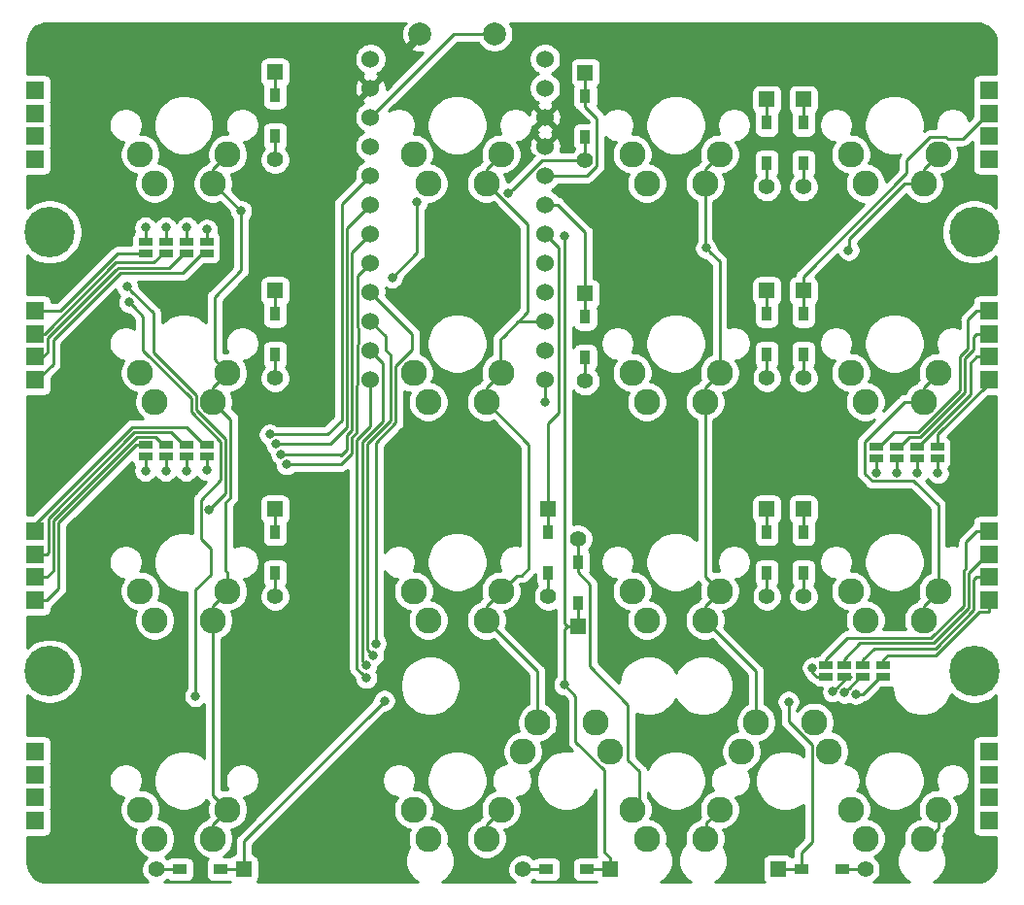
<source format=gtl>
G04 #@! TF.GenerationSoftware,KiCad,Pcbnew,5.1.4+dfsg1-1*
G04 #@! TF.CreationDate,2020-03-28T17:11:53+01:00*
G04 #@! TF.ProjectId,roni4x4ergo,726f6e69-3478-4346-9572-676f2e6b6963,rev?*
G04 #@! TF.SameCoordinates,Original*
G04 #@! TF.FileFunction,Copper,L1,Top*
G04 #@! TF.FilePolarity,Positive*
%FSLAX46Y46*%
G04 Gerber Fmt 4.6, Leading zero omitted, Abs format (unit mm)*
G04 Created by KiCad (PCBNEW 5.1.4+dfsg1-1) date 2020-03-28 17:11:53*
%MOMM*%
%LPD*%
G04 APERTURE LIST*
%ADD10R,1.600000X1.600000*%
%ADD11R,0.950000X1.300000*%
%ADD12R,1.397000X1.397000*%
%ADD13C,1.397000*%
%ADD14C,4.400000*%
%ADD15R,1.143000X0.635000*%
%ADD16C,2.000000*%
%ADD17R,1.300000X0.950000*%
%ADD18C,2.286000*%
%ADD19C,1.524000*%
%ADD20C,0.800000*%
%ADD21C,0.250000*%
%ADD22C,0.254000*%
G04 APERTURE END LIST*
D10*
X63207050Y-25219350D03*
X63207050Y-23219350D03*
X63207050Y-21219350D03*
X63207050Y-19219350D03*
D11*
X84131900Y-57752500D03*
D12*
X84131900Y-55717500D03*
D13*
X84131900Y-63337500D03*
D11*
X84131900Y-61302500D03*
D14*
X145058178Y-31551642D03*
D10*
X63207050Y-44438700D03*
X63207050Y-42438700D03*
X63207050Y-40438700D03*
X63207050Y-38438700D03*
X63207050Y-63658050D03*
X63207050Y-61658050D03*
X63207050Y-59658050D03*
X63207050Y-57658050D03*
X63207050Y-82877400D03*
X63207050Y-80877400D03*
X63207050Y-78877400D03*
X63207050Y-76877400D03*
X146348025Y-25219350D03*
X146348025Y-23219350D03*
X146348025Y-21219350D03*
X146348025Y-19219350D03*
X146348025Y-44438700D03*
X146348025Y-42438700D03*
X146348025Y-40438700D03*
X146348025Y-38438700D03*
X146348025Y-63658050D03*
X146348025Y-61658050D03*
X146348025Y-59658050D03*
X146348025Y-57658050D03*
X146348025Y-82877400D03*
X146348025Y-80877400D03*
X146348025Y-78877400D03*
X146348025Y-76877400D03*
D14*
X64492374Y-69850176D03*
X145058178Y-69850176D03*
X64492374Y-31551642D03*
D15*
X72826758Y-32440328D03*
X72826758Y-33441088D03*
X74612700Y-33441088D03*
X74612700Y-32440328D03*
X76398642Y-32440328D03*
X76398642Y-33441088D03*
X78184584Y-32440328D03*
X78184584Y-33441088D03*
X78184584Y-51102070D03*
X78184584Y-50101310D03*
X76398642Y-50101310D03*
X76398642Y-51102070D03*
X74612700Y-51102070D03*
X74612700Y-50101310D03*
X72826758Y-50101310D03*
X72826758Y-51102070D03*
X136525344Y-50299748D03*
X136525344Y-51300508D03*
X138311286Y-51300508D03*
X138311286Y-50299748D03*
X140097228Y-50299748D03*
X140097228Y-51300508D03*
X141883170Y-51300508D03*
X141883170Y-50299748D03*
X132159708Y-69349796D03*
X132159708Y-70350556D03*
X133747212Y-70350556D03*
X133747212Y-69349796D03*
X135334716Y-70350556D03*
X135334716Y-69349796D03*
X137120658Y-69349796D03*
X137120658Y-70350556D03*
D16*
X103262500Y-14286600D03*
X96762500Y-14286600D03*
D11*
X84131900Y-19654900D03*
D12*
X84131900Y-17619900D03*
D13*
X84131900Y-25239900D03*
D11*
X84131900Y-23204900D03*
X84131900Y-38703700D03*
D12*
X84131900Y-36668700D03*
D13*
X84131900Y-44288700D03*
D11*
X84131900Y-42253700D03*
D17*
X79364258Y-87114282D03*
D12*
X81399258Y-87114282D03*
D13*
X73779258Y-87114282D03*
D17*
X75814258Y-87114282D03*
D11*
X111170750Y-23255450D03*
D13*
X111170750Y-25290450D03*
D12*
X111170750Y-17670450D03*
D11*
X111170750Y-19705450D03*
X111170750Y-42516300D03*
D13*
X111170750Y-44551300D03*
D12*
X111170750Y-36931300D03*
D11*
X111170750Y-38966300D03*
X107943200Y-61302500D03*
D13*
X107943200Y-63337500D03*
D12*
X107943200Y-55717500D03*
D11*
X107943200Y-57752500D03*
D17*
X107762776Y-87114282D03*
D13*
X105727776Y-87114282D03*
D12*
X113347776Y-87114282D03*
D17*
X111312776Y-87114282D03*
D11*
X126992000Y-22036150D03*
D12*
X126992000Y-20001150D03*
D13*
X126992000Y-27621150D03*
D11*
X126992000Y-25586150D03*
X126992000Y-38703700D03*
D12*
X126992000Y-36668700D03*
D13*
X126992000Y-44288700D03*
D11*
X126992000Y-42253700D03*
X126992000Y-57752500D03*
D12*
X126992000Y-55717500D03*
D13*
X126992000Y-63337500D03*
D11*
X126992000Y-61302500D03*
X110529966Y-60336094D03*
D13*
X110529966Y-58301094D03*
D12*
X110529966Y-65921094D03*
D11*
X110529966Y-63886094D03*
X130166800Y-25586150D03*
D13*
X130166800Y-27621150D03*
D12*
X130166800Y-20001150D03*
D11*
X130166800Y-22036150D03*
X130166800Y-42253700D03*
D13*
X130166800Y-44288700D03*
D12*
X130166800Y-36668700D03*
D11*
X130166800Y-38703700D03*
X130166800Y-61302500D03*
D13*
X130166800Y-63337500D03*
D12*
X130166800Y-55717500D03*
D11*
X130166800Y-57752500D03*
D17*
X129987832Y-87114282D03*
D12*
X127952832Y-87114282D03*
D13*
X135572832Y-87114282D03*
D17*
X133537832Y-87114282D03*
D18*
X72384900Y-24763600D03*
X78734900Y-27303600D03*
X73654900Y-27303600D03*
X80004900Y-24763600D03*
X80004900Y-43812400D03*
X73654900Y-46352400D03*
X78734900Y-46352400D03*
X72384900Y-43812400D03*
X72384900Y-62861200D03*
X78734900Y-65401200D03*
X73654900Y-65401200D03*
X80004900Y-62861200D03*
X72384900Y-81910000D03*
X78734900Y-84450000D03*
X73654900Y-84450000D03*
X80004900Y-81910000D03*
X96196200Y-24763600D03*
X102546200Y-27303600D03*
X97466200Y-27303600D03*
X103816200Y-24763600D03*
X103816200Y-43812400D03*
X97466200Y-46352400D03*
X102546200Y-46352400D03*
X96196200Y-43812400D03*
X103816200Y-62861200D03*
X97466200Y-65401200D03*
X102546200Y-65401200D03*
X96196200Y-62861200D03*
X103816200Y-81910000D03*
X97466200Y-84450000D03*
X102546200Y-84450000D03*
X96196200Y-81910000D03*
X122865000Y-24763600D03*
X116515000Y-27303600D03*
X121595000Y-27303600D03*
X115245000Y-24763600D03*
X115245000Y-43812400D03*
X121595000Y-46352400D03*
X116515000Y-46352400D03*
X122865000Y-43812400D03*
X115245000Y-62861200D03*
X121595000Y-65401200D03*
X116515000Y-65401200D03*
X122865000Y-62861200D03*
X115245000Y-81910000D03*
X121595000Y-84450000D03*
X116515000Y-84450000D03*
X122865000Y-81910000D03*
X134293800Y-24763600D03*
X140643800Y-27303600D03*
X135563800Y-27303600D03*
X141913800Y-24763600D03*
X141913800Y-43812400D03*
X135563800Y-46352400D03*
X140643800Y-46352400D03*
X134293800Y-43812400D03*
X141913800Y-62861200D03*
X135563800Y-65401200D03*
X140643800Y-65401200D03*
X134293800Y-62861200D03*
X141913800Y-81910000D03*
X135563800Y-84450000D03*
X140643800Y-84450000D03*
X134293800Y-81910000D03*
D19*
X92442600Y-16476300D03*
X92442600Y-19016300D03*
X92442600Y-21556300D03*
X92442600Y-24096300D03*
X92442600Y-26636300D03*
X92442600Y-29176300D03*
X92442600Y-31716300D03*
X92442600Y-34256300D03*
X92442600Y-36796300D03*
X92442600Y-39336300D03*
X92442600Y-41876300D03*
X92442600Y-44416300D03*
X107662600Y-44416300D03*
X107662600Y-41876300D03*
X107662600Y-39336300D03*
X107662600Y-36796300D03*
X107662600Y-34256300D03*
X107662600Y-31716300D03*
X107662600Y-29176300D03*
X107662600Y-26636300D03*
X107662600Y-24096300D03*
X107662600Y-21556300D03*
X107662600Y-19016300D03*
X107662600Y-16476300D03*
D18*
X113347776Y-76835200D03*
X106997776Y-74295200D03*
X112077776Y-74295200D03*
X105727776Y-76835200D03*
X132397824Y-76835200D03*
X126047824Y-74295200D03*
X131127824Y-74295200D03*
X124777824Y-76835200D03*
D20*
X94335600Y-35534600D03*
X96506001Y-28946613D03*
X78383022Y-55761078D03*
X71239242Y-36314154D03*
X128875584Y-72516892D03*
X93662736Y-72429870D03*
X77192394Y-72032998D03*
X109339338Y-71040804D03*
X109322773Y-31931953D03*
X71437680Y-37703224D03*
X104480788Y-28212869D03*
X72826758Y-31154766D03*
X81184151Y-29728172D03*
X74612700Y-31154766D03*
X121690163Y-32950421D03*
X76457866Y-31154766D03*
X107670600Y-46353258D03*
X78184584Y-31353342D03*
X134114435Y-33139146D03*
X83674120Y-49204450D03*
X78184584Y-52311081D03*
X136525344Y-52548542D03*
X84235159Y-50032253D03*
X76398642Y-52387632D03*
X138315773Y-52548533D03*
X84671900Y-50931854D03*
X74612700Y-52387632D03*
X140097224Y-52586070D03*
X85129913Y-51820812D03*
X72826758Y-52387632D03*
X141907603Y-52577135D03*
X130988205Y-69555541D03*
X92906512Y-67431384D03*
X132749338Y-71635586D03*
X92670546Y-68461110D03*
X133744990Y-71728869D03*
X92077976Y-69326348D03*
X134739402Y-71834556D03*
X92075224Y-70445490D03*
X119084600Y-35423900D03*
X96850450Y-37685000D03*
X138112500Y-16668750D03*
X119062800Y-75208002D03*
X143867550Y-74811126D03*
X80565840Y-37703220D03*
X127992510Y-83740836D03*
X72628320Y-56157954D03*
X107751834Y-83740836D03*
X63500184Y-49212624D03*
X143272236Y-54570450D03*
X84137724Y-83740836D03*
X73025196Y-75406440D03*
X119062800Y-52982946D03*
D21*
X84131900Y-17619900D02*
X84131900Y-19654900D01*
X111170750Y-17670450D02*
X111170750Y-19705450D01*
X111170750Y-20605450D02*
X111170750Y-19705450D01*
X112194251Y-21628951D02*
X111170750Y-20605450D01*
X112194251Y-25781731D02*
X112194251Y-21628951D01*
X111339682Y-26636300D02*
X112194251Y-25781731D01*
X107662600Y-26636300D02*
X111339682Y-26636300D01*
X126992000Y-20001150D02*
X126992000Y-22036150D01*
X130166800Y-20001150D02*
X130166800Y-22036150D01*
X84131900Y-23204900D02*
X84131900Y-25239900D01*
X84131900Y-38703700D02*
X84131900Y-36668700D01*
X126992000Y-38703700D02*
X126992000Y-36668700D01*
X130166800Y-38703700D02*
X130166800Y-36668700D01*
X111170750Y-36931300D02*
X111170750Y-38966300D01*
X111170750Y-31606820D02*
X111170750Y-35982800D01*
X108740230Y-29176300D02*
X111170750Y-31606820D01*
X111170750Y-35982800D02*
X111170750Y-36931300D01*
X107662600Y-29176300D02*
X108740230Y-29176300D01*
X144097791Y-23399501D02*
X146348025Y-21149267D01*
X141209159Y-23295599D02*
X142618441Y-23295599D01*
X142618441Y-23295599D02*
X142722343Y-23399501D01*
X142722343Y-23399501D02*
X144097791Y-23399501D01*
X139175799Y-26439117D02*
X139175799Y-25328959D01*
X130166800Y-35448116D02*
X139175799Y-26439117D01*
X130166800Y-36668700D02*
X130166800Y-35448116D01*
X139175799Y-25328959D02*
X141209159Y-23295599D01*
X94335600Y-35534600D02*
X96506001Y-33364199D01*
X96506001Y-29512298D02*
X96506001Y-28946613D01*
X96506001Y-33364199D02*
X96506001Y-29512298D01*
X84131900Y-42253700D02*
X84131900Y-44288700D01*
X84131900Y-55717500D02*
X84131900Y-57752500D01*
X107943200Y-57752500D02*
X107943200Y-55717500D01*
X126992000Y-57752500D02*
X126992000Y-55717500D01*
X130166800Y-55717500D02*
X130166800Y-57752500D01*
X146594650Y-23596200D02*
X146523842Y-23596200D01*
X146348025Y-23149267D02*
X146292722Y-23149267D01*
X108889327Y-32943027D02*
X108889327Y-47292992D01*
X107943200Y-54769000D02*
X107943200Y-55717500D01*
X107662600Y-31716300D02*
X108889327Y-32943027D01*
X108889327Y-47292992D02*
X107943200Y-48239119D01*
X107943200Y-48239119D02*
X107943200Y-54769000D01*
X73551748Y-38626660D02*
X71636118Y-36711030D01*
X73551748Y-42061222D02*
X73551748Y-38626660D01*
X79825223Y-49631535D02*
X77266900Y-47073212D01*
X71636118Y-36711030D02*
X71239242Y-36314154D01*
X77266900Y-47073212D02*
X77266899Y-45776373D01*
X79825223Y-54318877D02*
X79825223Y-49631535D01*
X78383022Y-55761078D02*
X79825223Y-54318877D01*
X77266899Y-45776373D02*
X73551748Y-42061222D01*
X84131900Y-61302500D02*
X84131900Y-63337500D01*
X113347776Y-87114282D02*
X111312776Y-87114282D01*
X127952832Y-87114282D02*
X129987832Y-87114282D01*
X128875584Y-74215602D02*
X128875584Y-73082577D01*
X129987832Y-85639772D02*
X130929823Y-84697781D01*
X129987832Y-87114282D02*
X129987832Y-85639772D01*
X128875584Y-73082577D02*
X128875584Y-72516892D01*
X130929823Y-76269841D02*
X128875584Y-74215602D01*
X130929823Y-84697781D02*
X130929823Y-76269841D01*
X112799099Y-85617105D02*
X112799099Y-78459165D01*
X110331528Y-75991594D02*
X110331528Y-72032994D01*
X113347776Y-87114282D02*
X113347776Y-86165782D01*
X112799099Y-78459165D02*
X110331528Y-75991594D01*
X113347776Y-86165782D02*
X112799099Y-85617105D01*
X110331528Y-72032994D02*
X109339338Y-71040804D01*
X110529966Y-65921094D02*
X110529966Y-63886094D01*
X109581466Y-65921094D02*
X109339338Y-66163222D01*
X110529966Y-65921094D02*
X109581466Y-65921094D01*
X109339338Y-66163222D02*
X109339338Y-71040804D01*
X109339338Y-31948518D02*
X109322773Y-31931953D01*
X109339338Y-65678966D02*
X109339338Y-31948518D01*
X109581466Y-65921094D02*
X109339338Y-65678966D01*
X79364258Y-87114282D02*
X81399258Y-87114282D01*
X81399258Y-84693348D02*
X81399258Y-87114282D01*
X93662736Y-72429870D02*
X81399258Y-84693348D01*
X77192394Y-72032998D02*
X77192394Y-62755680D01*
X77192394Y-62755680D02*
X78513801Y-61434273D01*
X78513801Y-61434273D02*
X78513801Y-59208127D01*
X79375212Y-53181384D02*
X79375212Y-49817936D01*
X76816889Y-46071747D02*
X72631431Y-41886289D01*
X76816889Y-47259613D02*
X76816889Y-46071747D01*
X72631431Y-38896975D02*
X71837679Y-38103223D01*
X72631431Y-41886289D02*
X72631431Y-38896975D01*
X71837679Y-38103223D02*
X71437680Y-37703224D01*
X77658021Y-54898575D02*
X79375212Y-53181384D01*
X79375212Y-49817936D02*
X76816889Y-47259613D01*
X77658021Y-58352347D02*
X77658021Y-54898575D01*
X78513801Y-59208127D02*
X77658021Y-58352347D01*
X73779258Y-87114282D02*
X75814258Y-87114282D01*
X111170750Y-25290450D02*
X111170750Y-23255450D01*
X107403207Y-25290450D02*
X104880787Y-27812870D01*
X104880787Y-27812870D02*
X104480788Y-28212869D01*
X111170750Y-25290450D02*
X107403207Y-25290450D01*
X111170750Y-42516300D02*
X111170750Y-44551300D01*
X107943200Y-63337500D02*
X107943200Y-61302500D01*
X107762776Y-87114282D02*
X105727776Y-87114282D01*
X126992000Y-25586150D02*
X126992000Y-27621150D01*
X126992000Y-44288700D02*
X126992000Y-42253700D01*
X126992000Y-63337500D02*
X126992000Y-61302500D01*
X110529966Y-61236094D02*
X110529966Y-60336094D01*
X115245000Y-81910000D02*
X115887792Y-81267208D01*
X111553467Y-69417817D02*
X111553467Y-62259595D01*
X114895602Y-77589258D02*
X114895602Y-72759952D01*
X115887792Y-81267208D02*
X115887792Y-78581448D01*
X111553467Y-62259595D02*
X110529966Y-61236094D01*
X115887792Y-78581448D02*
X114895602Y-77589258D01*
X114895602Y-72759952D02*
X111553467Y-69417817D01*
X110529966Y-60336094D02*
X110529966Y-58301094D01*
X130166800Y-25586150D02*
X130166800Y-27621150D01*
X130166800Y-44288700D02*
X130166800Y-42253700D01*
X130166800Y-61302500D02*
X130166800Y-63337500D01*
X133537832Y-87114282D02*
X135572832Y-87114282D01*
X63207050Y-38815550D02*
X63207050Y-37797916D01*
X65419521Y-38438700D02*
X70417133Y-33441088D01*
X63207050Y-38438700D02*
X65419521Y-38438700D01*
X70417133Y-33441088D02*
X72005258Y-33441088D01*
X72005258Y-33441088D02*
X72826758Y-33441088D01*
X73576284Y-34223504D02*
X70271128Y-34223504D01*
X64055932Y-40438700D02*
X63207050Y-40438700D01*
X74358700Y-33441088D02*
X73576284Y-34223504D01*
X70271128Y-34223504D02*
X64055932Y-40438700D01*
X74612700Y-33441088D02*
X74358700Y-33441088D01*
X63924068Y-42438700D02*
X63207050Y-42438700D01*
X64332051Y-40798991D02*
X64332051Y-42030717D01*
X76144642Y-33441088D02*
X74912215Y-34673515D01*
X76398642Y-33441088D02*
X76144642Y-33441088D01*
X70259089Y-34871953D02*
X64332051Y-40798991D01*
X74912215Y-34673515D02*
X70457528Y-34673515D01*
X64332051Y-42030717D02*
X63924068Y-42438700D01*
X70457528Y-34673515D02*
X70259089Y-34871953D01*
X77807494Y-33441088D02*
X78184584Y-33441088D01*
X76125056Y-35123526D02*
X77807494Y-33441088D01*
X63392052Y-44438700D02*
X64782062Y-43048690D01*
X63207050Y-44438700D02*
X63392052Y-44438700D01*
X70643928Y-35123526D02*
X76125056Y-35123526D01*
X64782062Y-43048690D02*
X64782062Y-40985390D01*
X64782062Y-40985390D02*
X70643928Y-35123526D01*
X63207050Y-63658050D02*
X63392052Y-63658050D01*
X72061348Y-50101310D02*
X72826758Y-50101310D01*
X64257050Y-63658050D02*
X65286102Y-62628998D01*
X65286102Y-56876556D02*
X72061348Y-50101310D01*
X63207050Y-63658050D02*
X64257050Y-63658050D01*
X65286102Y-62628998D02*
X65286102Y-56876556D01*
X63207050Y-61658050D02*
X64257050Y-61658050D01*
X73716200Y-49458810D02*
X74358700Y-50101310D01*
X64836091Y-61079009D02*
X64836091Y-56690157D01*
X64836091Y-56690157D02*
X72067438Y-49458810D01*
X72067438Y-49458810D02*
X73716200Y-49458810D01*
X74358700Y-50101310D02*
X74612700Y-50101310D01*
X64257050Y-61658050D02*
X64836091Y-61079009D01*
X75052131Y-49008799D02*
X71881039Y-49008799D01*
X64257050Y-59658050D02*
X63207050Y-59658050D01*
X71881039Y-49008799D02*
X64386080Y-56503758D01*
X64386080Y-59529020D02*
X64257050Y-59658050D01*
X76144642Y-50101310D02*
X75052131Y-49008799D01*
X64386080Y-56503758D02*
X64386080Y-59529020D01*
X76398642Y-50101310D02*
X76144642Y-50101310D01*
X63207050Y-57046378D02*
X63207050Y-57658050D01*
X77930584Y-50101310D02*
X76388062Y-48558788D01*
X78184584Y-50101310D02*
X77930584Y-50101310D01*
X76388062Y-48558788D02*
X71694640Y-48558788D01*
X71694640Y-48558788D02*
X63207050Y-57046378D01*
X145298025Y-38438700D02*
X146348025Y-38438700D01*
X144536192Y-39200533D02*
X145298025Y-38438700D01*
X144536192Y-41707898D02*
X144536192Y-39200533D01*
X143831812Y-42412277D02*
X144536192Y-41707898D01*
X138064906Y-49014186D02*
X140172378Y-49014186D01*
X140172378Y-49014186D02*
X143831812Y-45354752D01*
X136525344Y-50299748D02*
X136779344Y-50299748D01*
X143831812Y-45354752D02*
X143831812Y-42412277D01*
X136779344Y-50299748D02*
X138064906Y-49014186D01*
X144281823Y-45541152D02*
X144281823Y-42598677D01*
X144281823Y-42598677D02*
X145034000Y-41846500D01*
X138565286Y-50299748D02*
X139400837Y-49464197D01*
X145298025Y-40438700D02*
X146348025Y-40438700D01*
X145034000Y-41846500D02*
X145034000Y-40702725D01*
X145034000Y-40702725D02*
X145298025Y-40438700D01*
X139400837Y-49464197D02*
X140358778Y-49464197D01*
X138311286Y-50299748D02*
X138565286Y-50299748D01*
X140358778Y-49464197D02*
X144281823Y-45541152D01*
X146072450Y-42584050D02*
X146217800Y-42438700D01*
X145298025Y-42438700D02*
X146348025Y-42438700D01*
X140159636Y-50299748D02*
X144731834Y-45727550D01*
X140097228Y-50299748D02*
X140159636Y-50299748D01*
X144731834Y-45727550D02*
X144731834Y-42986866D01*
X145280000Y-42438700D02*
X145298025Y-42438700D01*
X144731834Y-42986866D02*
X145280000Y-42438700D01*
X141883170Y-49478248D02*
X141883170Y-50299748D01*
X146248806Y-44846988D02*
X141883170Y-49212624D01*
X141883170Y-49212624D02*
X141883170Y-49478248D01*
X146348025Y-44438700D02*
X146248806Y-44537919D01*
X146248806Y-44537919D02*
X146248806Y-44846988D01*
X146348025Y-64708050D02*
X145478888Y-64708050D01*
X137120658Y-68857986D02*
X137120658Y-69349796D01*
X137517534Y-68461110D02*
X137120658Y-68857986D01*
X146348025Y-63658050D02*
X146348025Y-64708050D01*
X145478888Y-64708050D02*
X141725828Y-68461110D01*
X141725828Y-68461110D02*
X137517534Y-68461110D01*
X136326906Y-67865796D02*
X135334716Y-68857986D01*
X145298025Y-61658050D02*
X145040800Y-61915275D01*
X145040800Y-61915275D02*
X145040800Y-64509728D01*
X146348025Y-61658050D02*
X145298025Y-61658050D01*
X135334716Y-68857986D02*
X135334716Y-69349796D01*
X145040800Y-64509728D02*
X141684732Y-67865796D01*
X141684732Y-67865796D02*
X136326906Y-67865796D01*
X135113723Y-67415785D02*
X133747212Y-68782296D01*
X146348025Y-59658050D02*
X146223695Y-59658050D01*
X144590789Y-61290956D02*
X144590789Y-64323329D01*
X133747212Y-68782296D02*
X133747212Y-69349796D01*
X141498333Y-67415785D02*
X135113723Y-67415785D01*
X146223695Y-59658050D02*
X144590789Y-61290956D01*
X144590789Y-64323329D02*
X141498333Y-67415785D01*
X132159708Y-68782296D02*
X132159708Y-69349796D01*
X133976230Y-66965774D02*
X132159708Y-68782296D01*
X145298025Y-57658050D02*
X144359701Y-58596374D01*
X144140778Y-64136930D02*
X141311934Y-66965774D01*
X146348025Y-57658050D02*
X145298025Y-57658050D01*
X144359701Y-60885633D02*
X144140778Y-61104556D01*
X141311934Y-66965774D02*
X133976230Y-66965774D01*
X144359701Y-58596374D02*
X144359701Y-60885633D01*
X144140778Y-61104556D02*
X144140778Y-64136930D01*
X78734900Y-26033600D02*
X78734900Y-27303600D01*
X80004900Y-24763600D02*
X78734900Y-26033600D01*
X78734900Y-45082400D02*
X78734900Y-46352400D01*
X80004900Y-43812400D02*
X78734900Y-45082400D01*
X78734900Y-64131200D02*
X78734900Y-65401200D01*
X80004900Y-62861200D02*
X78734900Y-64131200D01*
X78734900Y-80640000D02*
X80004900Y-81910000D01*
X78734900Y-65401200D02*
X78734900Y-80640000D01*
X78734900Y-83180000D02*
X78734900Y-84450000D01*
X80004900Y-81910000D02*
X78734900Y-83180000D01*
X80004900Y-61244754D02*
X80004900Y-62861200D01*
X80275234Y-54662618D02*
X79772088Y-55165764D01*
X80275234Y-47892734D02*
X80275234Y-54662618D01*
X79772088Y-61011942D02*
X80004900Y-61244754D01*
X79772088Y-55165764D02*
X79772088Y-61011942D01*
X78734900Y-46352400D02*
X80275234Y-47892734D01*
X72826758Y-31154766D02*
X72826758Y-32440328D01*
X78734900Y-27303600D02*
X81159472Y-29728172D01*
X81159472Y-29728172D02*
X81184151Y-29728172D01*
X81184151Y-34902079D02*
X81184151Y-30293857D01*
X78861901Y-37224329D02*
X81184151Y-34902079D01*
X80004900Y-43812400D02*
X78861901Y-42669401D01*
X81184151Y-30293857D02*
X81184151Y-29728172D01*
X78861901Y-42669401D02*
X78861901Y-37224329D01*
X107943200Y-74766300D02*
X107943200Y-73817800D01*
X102546200Y-26033600D02*
X102546200Y-27303600D01*
X103816200Y-24763600D02*
X102546200Y-26033600D01*
X102546200Y-45082400D02*
X102546200Y-46352400D01*
X103816200Y-43812400D02*
X102546200Y-45082400D01*
X102546200Y-64131200D02*
X102546200Y-65401200D01*
X103816200Y-62861200D02*
X102546200Y-64131200D01*
X102546200Y-83180000D02*
X102546200Y-84450000D01*
X103816200Y-81910000D02*
X102546200Y-83180000D01*
X105180299Y-61497101D02*
X103816200Y-62861200D01*
X105650633Y-61497101D02*
X105180299Y-61497101D01*
X106262101Y-60885633D02*
X105650633Y-61497101D01*
X102546200Y-46352400D02*
X106262101Y-50068301D01*
X106262101Y-50068301D02*
X106262101Y-60885633D01*
X74612700Y-31154766D02*
X74612700Y-32440328D01*
X106997776Y-69852776D02*
X102546200Y-65401200D01*
X106997776Y-74295200D02*
X106997776Y-69852776D01*
X106164330Y-38496972D02*
X103989502Y-40671800D01*
X102546200Y-27303600D02*
X106164330Y-30921730D01*
X106164330Y-30921730D02*
X106164330Y-38496972D01*
X105325002Y-39336300D02*
X103989502Y-40671800D01*
X107662600Y-39336300D02*
X105325002Y-39336300D01*
X103783074Y-43779274D02*
X103816200Y-43812400D01*
X103989502Y-40671800D02*
X103783074Y-40878228D01*
X103783074Y-40878228D02*
X103783074Y-43779274D01*
X121595000Y-26033600D02*
X121595000Y-27303600D01*
X122865000Y-24763600D02*
X121595000Y-26033600D01*
X121595000Y-45082400D02*
X121595000Y-46352400D01*
X122865000Y-43812400D02*
X121595000Y-45082400D01*
X121595000Y-61591200D02*
X122865000Y-62861200D01*
X121595000Y-46352400D02*
X121595000Y-61591200D01*
X121595000Y-64131200D02*
X121595000Y-65401200D01*
X122865000Y-62861200D02*
X121595000Y-64131200D01*
X121722001Y-83052999D02*
X121722001Y-84322999D01*
X121722001Y-84322999D02*
X121595000Y-84450000D01*
X122865000Y-81910000D02*
X121722001Y-83052999D01*
X122090162Y-33350420D02*
X121690163Y-32950421D01*
X122865000Y-43812400D02*
X122865000Y-34125258D01*
X121595000Y-27303600D02*
X121595000Y-32855258D01*
X121595000Y-32855258D02*
X121690163Y-32950421D01*
X122865000Y-34125258D02*
X122090162Y-33350420D01*
X76457866Y-32381104D02*
X76398642Y-32440328D01*
X76457866Y-31154766D02*
X76457866Y-32381104D01*
X126047824Y-69854024D02*
X121595000Y-65401200D01*
X126047824Y-74295200D02*
X126047824Y-69854024D01*
X140643800Y-26033600D02*
X140643800Y-27303600D01*
X141913800Y-24763600D02*
X140643800Y-26033600D01*
X140643800Y-45082400D02*
X140643800Y-46352400D01*
X141913800Y-43812400D02*
X140643800Y-45082400D01*
X140643800Y-64131200D02*
X140643800Y-65401200D01*
X141913800Y-62861200D02*
X140643800Y-64131200D01*
X107662600Y-44416300D02*
X107662600Y-46345258D01*
X107662600Y-46345258D02*
X107670600Y-46353258D01*
X140990246Y-84450000D02*
X140643800Y-84450000D01*
X141913800Y-83526446D02*
X140990246Y-84450000D01*
X141913800Y-81910000D02*
X141913800Y-83526446D01*
X135533154Y-52629354D02*
X136177343Y-53273543D01*
X136177343Y-53273543D02*
X139792511Y-53273543D01*
X141913800Y-61244754D02*
X141913800Y-62861200D01*
X141913800Y-55394832D02*
X141913800Y-61244754D01*
X135533154Y-49846600D02*
X135533154Y-52629354D01*
X139792511Y-53273543D02*
X141913800Y-55394832D01*
X139027354Y-46352400D02*
X135533154Y-49846600D01*
X140643800Y-46352400D02*
X139027354Y-46352400D01*
X78184584Y-31353342D02*
X78184584Y-32440328D01*
X134144088Y-33139146D02*
X134114435Y-33139146D01*
X134144088Y-32146956D02*
X134144088Y-33139146D01*
X140643800Y-27303600D02*
X138987444Y-27303600D01*
X138987444Y-27303600D02*
X134144088Y-32146956D01*
X78184584Y-52311081D02*
X78184584Y-51102070D01*
X136525344Y-51300508D02*
X136525344Y-52548542D01*
X90098902Y-28979998D02*
X92442600Y-26636300D01*
X83682294Y-49212624D02*
X88701786Y-49212624D01*
X88701786Y-49212624D02*
X89931447Y-47982963D01*
X83674120Y-49204450D02*
X83682294Y-49212624D01*
X89931447Y-47982963D02*
X89931447Y-29147453D01*
X89931447Y-29147453D02*
X90098902Y-28979998D01*
X76398642Y-52387632D02*
X76398642Y-51102070D01*
X138311286Y-52544046D02*
X138315773Y-52548533D01*
X138311286Y-51300508D02*
X138311286Y-52544046D01*
X90381458Y-48566239D02*
X90381458Y-31237442D01*
X91680601Y-29938299D02*
X92442600Y-29176300D01*
X90381458Y-31237442D02*
X91680601Y-29938299D01*
X84235159Y-50032253D02*
X88915444Y-50032253D01*
X88915444Y-50032253D02*
X90381458Y-48566239D01*
X74612700Y-52387632D02*
X74612700Y-51102070D01*
X140097228Y-51300508D02*
X140097228Y-52586066D01*
X140097228Y-52586066D02*
X140097224Y-52586070D01*
X90831469Y-33327431D02*
X92442600Y-31716300D01*
X90831469Y-48834854D02*
X90831469Y-33327431D01*
X89825702Y-50931854D02*
X89892414Y-50998566D01*
X84671900Y-50931854D02*
X89825702Y-50931854D01*
X89892414Y-50998566D02*
X90370839Y-50520141D01*
X90370839Y-50520141D02*
X90370839Y-49295484D01*
X90370839Y-49295484D02*
X90831469Y-48834854D01*
X72826758Y-52387632D02*
X72826758Y-51102070D01*
X141883170Y-52552702D02*
X141907603Y-52577135D01*
X141883170Y-51300508D02*
X141883170Y-52552702D01*
X91355599Y-39858061D02*
X91355599Y-35343301D01*
X89920907Y-51792318D02*
X90820850Y-50892375D01*
X91355599Y-35343301D02*
X92442600Y-34256300D01*
X90820850Y-50892375D02*
X90820850Y-49481884D01*
X90820850Y-49481884D02*
X91281480Y-49021254D01*
X85158407Y-51792318D02*
X89920907Y-51792318D01*
X85129913Y-51820812D02*
X85158407Y-51792318D01*
X91281480Y-49021254D02*
X91281480Y-44957857D01*
X91355599Y-44883738D02*
X91355599Y-41354539D01*
X91281480Y-44957857D02*
X91355599Y-44883738D01*
X91355599Y-41354539D02*
X91440885Y-41269253D01*
X91440885Y-41269253D02*
X91440885Y-39943347D01*
X91440885Y-39943347D02*
X91355599Y-39858061D01*
X131338208Y-70350556D02*
X130988205Y-70000553D01*
X130988205Y-70000553D02*
X130988205Y-69555541D01*
X132159708Y-70350556D02*
X131338208Y-70350556D01*
X92442600Y-36796300D02*
X96102101Y-40455801D01*
X96102101Y-41812309D02*
X94662509Y-43251901D01*
X96102101Y-40455801D02*
X96102101Y-41812309D01*
X94662509Y-48185869D02*
X92906512Y-49941866D01*
X92906512Y-66865699D02*
X92906512Y-67431384D01*
X92906512Y-49941866D02*
X92906512Y-66865699D01*
X94662509Y-43251901D02*
X94662509Y-48185869D01*
X134342524Y-70350558D02*
X134342526Y-70350556D01*
X133747212Y-70350556D02*
X133747212Y-70637712D01*
X133149337Y-71235587D02*
X132749338Y-71635586D01*
X133747212Y-70637712D02*
X133149337Y-71235587D01*
X133690895Y-70294239D02*
X133747212Y-70350556D01*
X134342522Y-70350556D02*
X134342524Y-70350558D01*
X133747212Y-70350556D02*
X134342522Y-70350556D01*
X93750299Y-40643999D02*
X93750299Y-41836833D01*
X92270547Y-68061111D02*
X92670546Y-68461110D01*
X92181503Y-50030464D02*
X92181503Y-67972067D01*
X94212498Y-42299032D02*
X94212498Y-47999469D01*
X92181503Y-67972067D02*
X92270547Y-68061111D01*
X94212498Y-47999469D02*
X92181503Y-50030464D01*
X93750299Y-41836833D02*
X94212498Y-42299032D01*
X92442600Y-39336300D02*
X93750299Y-40643999D01*
X135334716Y-70350556D02*
X135123303Y-70350556D01*
X135123303Y-70350556D02*
X134144989Y-71328870D01*
X134144989Y-71328870D02*
X133744990Y-71728869D01*
X91731492Y-68979864D02*
X92077976Y-69326348D01*
X92442600Y-41876300D02*
X93529601Y-42963301D01*
X91731492Y-49844064D02*
X91731492Y-68979864D01*
X93529601Y-48045955D02*
X91731492Y-49844064D01*
X93529601Y-42963301D02*
X93529601Y-48045955D01*
X135382658Y-71834556D02*
X135305087Y-71834556D01*
X135305087Y-71834556D02*
X134739402Y-71834556D01*
X137120658Y-70350556D02*
X136866658Y-70350556D01*
X136866658Y-70350556D02*
X135382658Y-71834556D01*
X91278357Y-69648623D02*
X91675225Y-70045491D01*
X91675225Y-70045491D02*
X92075224Y-70445490D01*
X91278357Y-49660788D02*
X91278357Y-69648623D01*
X92442600Y-44416300D02*
X92442600Y-48496545D01*
X92442600Y-48496545D02*
X91278357Y-49660788D01*
X99712300Y-14286600D02*
X103262500Y-14286600D01*
X92442600Y-21556300D02*
X99712300Y-14286600D01*
X96762500Y-14696400D02*
X96762500Y-14286600D01*
X92442600Y-19016300D02*
X96762500Y-14696400D01*
D22*
G36*
X95362686Y-13426556D02*
G01*
X95221796Y-13716171D01*
X95140116Y-14027708D01*
X95120782Y-14349195D01*
X95164539Y-14668275D01*
X95269705Y-14972688D01*
X95362686Y-15146644D01*
X95627087Y-15242408D01*
X96582895Y-14286600D01*
X96568753Y-14272458D01*
X96748358Y-14092853D01*
X96762500Y-14106995D01*
X96776643Y-14092853D01*
X96956248Y-14272458D01*
X96942105Y-14286600D01*
X96956248Y-14300743D01*
X96776643Y-14480348D01*
X96762500Y-14466205D01*
X95806692Y-15422013D01*
X95902456Y-15686414D01*
X96192071Y-15827304D01*
X96503608Y-15908984D01*
X96825095Y-15928318D01*
X97022907Y-15901191D01*
X93837855Y-19086244D01*
X93844510Y-18944283D01*
X93803522Y-18672167D01*
X93710236Y-18413277D01*
X93648256Y-18297320D01*
X93408165Y-18230340D01*
X92622205Y-19016300D01*
X92636348Y-19030443D01*
X92456743Y-19210048D01*
X92442600Y-19195905D01*
X91656640Y-19981865D01*
X91723620Y-20221956D01*
X91859360Y-20285785D01*
X91780873Y-20318295D01*
X91552065Y-20471180D01*
X91357480Y-20665765D01*
X91204595Y-20894573D01*
X91099286Y-21148810D01*
X91045600Y-21418708D01*
X91045600Y-21693892D01*
X91099286Y-21963790D01*
X91204595Y-22218027D01*
X91357480Y-22446835D01*
X91552065Y-22641420D01*
X91780873Y-22794305D01*
X91858115Y-22826300D01*
X91780873Y-22858295D01*
X91552065Y-23011180D01*
X91357480Y-23205765D01*
X91204595Y-23434573D01*
X91099286Y-23688810D01*
X91045600Y-23958708D01*
X91045600Y-24233892D01*
X91099286Y-24503790D01*
X91204595Y-24758027D01*
X91357480Y-24986835D01*
X91552065Y-25181420D01*
X91780873Y-25334305D01*
X91858115Y-25366300D01*
X91780873Y-25398295D01*
X91552065Y-25551180D01*
X91357480Y-25745765D01*
X91204595Y-25974573D01*
X91099286Y-26228810D01*
X91045600Y-26498708D01*
X91045600Y-26773892D01*
X91076228Y-26927870D01*
X89587900Y-28416199D01*
X89420445Y-28583654D01*
X89391447Y-28607452D01*
X89367649Y-28636450D01*
X89367648Y-28636451D01*
X89296473Y-28723177D01*
X89225901Y-28855207D01*
X89195737Y-28954650D01*
X89182445Y-28998467D01*
X89173115Y-29093198D01*
X89167771Y-29147453D01*
X89171448Y-29184786D01*
X89171447Y-47668161D01*
X88386985Y-48452624D01*
X84386005Y-48452624D01*
X84333894Y-48400513D01*
X84164376Y-48287245D01*
X83976018Y-48209224D01*
X83776059Y-48169450D01*
X83572181Y-48169450D01*
X83372222Y-48209224D01*
X83183864Y-48287245D01*
X83014346Y-48400513D01*
X82870183Y-48544676D01*
X82756915Y-48714194D01*
X82678894Y-48902552D01*
X82639120Y-49102511D01*
X82639120Y-49306389D01*
X82678894Y-49506348D01*
X82756915Y-49694706D01*
X82870183Y-49864224D01*
X83014346Y-50008387D01*
X83183864Y-50121655D01*
X83200159Y-50128405D01*
X83200159Y-50134192D01*
X83239933Y-50334151D01*
X83317954Y-50522509D01*
X83431222Y-50692027D01*
X83575385Y-50836190D01*
X83636900Y-50877293D01*
X83636900Y-51033793D01*
X83676674Y-51233752D01*
X83754695Y-51422110D01*
X83867963Y-51591628D01*
X84012126Y-51735791D01*
X84094913Y-51791107D01*
X84094913Y-51922751D01*
X84134687Y-52122710D01*
X84212708Y-52311068D01*
X84325976Y-52480586D01*
X84470139Y-52624749D01*
X84639657Y-52738017D01*
X84828015Y-52816038D01*
X85027974Y-52855812D01*
X85231852Y-52855812D01*
X85431811Y-52816038D01*
X85620169Y-52738017D01*
X85789687Y-52624749D01*
X85862118Y-52552318D01*
X89883585Y-52552318D01*
X89920907Y-52555994D01*
X89958229Y-52552318D01*
X89958240Y-52552318D01*
X90069893Y-52541321D01*
X90213154Y-52497864D01*
X90345183Y-52427292D01*
X90460908Y-52332319D01*
X90484710Y-52303316D01*
X90518357Y-52269669D01*
X90518358Y-69611290D01*
X90514681Y-69648623D01*
X90518358Y-69685956D01*
X90529355Y-69797609D01*
X90542079Y-69839554D01*
X90572811Y-69940869D01*
X90643383Y-70072899D01*
X90714558Y-70159625D01*
X90738357Y-70188624D01*
X90767355Y-70212422D01*
X91040224Y-70485291D01*
X91040224Y-70547429D01*
X91079998Y-70747388D01*
X91158019Y-70935746D01*
X91271287Y-71105264D01*
X91415450Y-71249427D01*
X91584968Y-71362695D01*
X91773326Y-71440716D01*
X91973285Y-71480490D01*
X92177163Y-71480490D01*
X92377122Y-71440716D01*
X92565480Y-71362695D01*
X92734998Y-71249427D01*
X92879161Y-71105264D01*
X92992429Y-70935746D01*
X93023275Y-70861276D01*
X95008876Y-70861276D01*
X95008876Y-71379124D01*
X95109903Y-71887022D01*
X95308075Y-72365451D01*
X95595776Y-72796026D01*
X95961950Y-73162200D01*
X96392525Y-73449901D01*
X96870954Y-73648073D01*
X97378852Y-73749100D01*
X97896700Y-73749100D01*
X98404598Y-73648073D01*
X98883027Y-73449901D01*
X99313602Y-73162200D01*
X99679776Y-72796026D01*
X99967477Y-72365451D01*
X100165649Y-71887022D01*
X100266676Y-71379124D01*
X100266676Y-70861276D01*
X100165649Y-70353378D01*
X99967477Y-69874949D01*
X99679776Y-69444374D01*
X99313602Y-69078200D01*
X98883027Y-68790499D01*
X98404598Y-68592327D01*
X97896700Y-68491300D01*
X97378852Y-68491300D01*
X96870954Y-68592327D01*
X96392525Y-68790499D01*
X95961950Y-69078200D01*
X95595776Y-69444374D01*
X95308075Y-69874949D01*
X95109903Y-70353378D01*
X95008876Y-70861276D01*
X93023275Y-70861276D01*
X93070450Y-70747388D01*
X93110224Y-70547429D01*
X93110224Y-70343551D01*
X93070450Y-70143592D01*
X92992429Y-69955234D01*
X92947490Y-69887978D01*
X92995181Y-69816604D01*
X93073202Y-69628246D01*
X93112976Y-69428287D01*
X93112976Y-69398125D01*
X93160802Y-69378315D01*
X93330320Y-69265047D01*
X93474483Y-69120884D01*
X93587751Y-68951366D01*
X93665772Y-68763008D01*
X93705546Y-68563049D01*
X93705546Y-68359171D01*
X93665772Y-68159212D01*
X93658925Y-68142682D01*
X93710449Y-68091158D01*
X93823717Y-67921640D01*
X93901738Y-67733282D01*
X93941512Y-67533323D01*
X93941512Y-67329445D01*
X93901738Y-67129486D01*
X93823717Y-66941128D01*
X93710449Y-66771610D01*
X93666512Y-66727673D01*
X93666512Y-61110494D01*
X93772026Y-61268406D01*
X93978994Y-61475374D01*
X94222362Y-61637988D01*
X94492779Y-61749998D01*
X94764222Y-61803991D01*
X94620557Y-62019001D01*
X94486528Y-62342577D01*
X94418200Y-62686082D01*
X94418200Y-63036318D01*
X94486528Y-63379823D01*
X94620557Y-63703399D01*
X94815137Y-63994609D01*
X95062791Y-64242263D01*
X95354001Y-64436843D01*
X95677577Y-64570872D01*
X95869802Y-64609108D01*
X95756528Y-64882577D01*
X95688200Y-65226082D01*
X95688200Y-65576318D01*
X95756528Y-65919823D01*
X95890557Y-66243399D01*
X96085137Y-66534609D01*
X96332791Y-66782263D01*
X96624001Y-66976843D01*
X96947577Y-67110872D01*
X97291082Y-67179200D01*
X97641318Y-67179200D01*
X97984823Y-67110872D01*
X98308399Y-66976843D01*
X98599609Y-66782263D01*
X98847263Y-66534609D01*
X99041843Y-66243399D01*
X99175872Y-65919823D01*
X99244200Y-65576318D01*
X99244200Y-65226082D01*
X99175872Y-64882577D01*
X99041843Y-64559001D01*
X98847263Y-64267791D01*
X98599609Y-64020137D01*
X98308399Y-63825557D01*
X97984823Y-63691528D01*
X97792598Y-63653292D01*
X97905872Y-63379823D01*
X97974200Y-63036318D01*
X97974200Y-62686082D01*
X97905872Y-62342577D01*
X97771843Y-62019001D01*
X97577263Y-61727791D01*
X97329609Y-61480137D01*
X97038399Y-61285557D01*
X96714823Y-61151528D01*
X96371318Y-61083200D01*
X96204125Y-61083200D01*
X96242988Y-61025038D01*
X96354998Y-60754621D01*
X96412100Y-60467548D01*
X96412100Y-60174852D01*
X96389708Y-60062276D01*
X97377300Y-60062276D01*
X97377300Y-60580124D01*
X97478327Y-61088022D01*
X97676499Y-61566451D01*
X97964200Y-61997026D01*
X98330374Y-62363200D01*
X98760949Y-62650901D01*
X99239378Y-62849073D01*
X99747276Y-62950100D01*
X100265124Y-62950100D01*
X100773022Y-62849073D01*
X101251451Y-62650901D01*
X101682026Y-62363200D01*
X102048200Y-61997026D01*
X102335901Y-61566451D01*
X102534073Y-61088022D01*
X102635100Y-60580124D01*
X102635100Y-60062276D01*
X102534073Y-59554378D01*
X102335901Y-59075949D01*
X102048200Y-58645374D01*
X101682026Y-58279200D01*
X101251451Y-57991499D01*
X100773022Y-57793327D01*
X100265124Y-57692300D01*
X99747276Y-57692300D01*
X99239378Y-57793327D01*
X98760949Y-57991499D01*
X98330374Y-58279200D01*
X97964200Y-58645374D01*
X97676499Y-59075949D01*
X97478327Y-59554378D01*
X97377300Y-60062276D01*
X96389708Y-60062276D01*
X96354998Y-59887779D01*
X96242988Y-59617362D01*
X96080374Y-59373994D01*
X95873406Y-59167026D01*
X95630038Y-59004412D01*
X95359621Y-58892402D01*
X95072548Y-58835300D01*
X94779852Y-58835300D01*
X94492779Y-58892402D01*
X94222362Y-59004412D01*
X93978994Y-59167026D01*
X93772026Y-59373994D01*
X93666512Y-59531906D01*
X93666512Y-50256667D01*
X95173512Y-48749668D01*
X95202510Y-48725870D01*
X95297483Y-48610145D01*
X95368055Y-48478116D01*
X95411512Y-48334855D01*
X95422509Y-48223202D01*
X95422509Y-48223194D01*
X95426185Y-48185869D01*
X95422509Y-48148544D01*
X95422509Y-45416420D01*
X95677577Y-45522072D01*
X95869802Y-45560308D01*
X95756528Y-45833777D01*
X95688200Y-46177282D01*
X95688200Y-46527518D01*
X95756528Y-46871023D01*
X95890557Y-47194599D01*
X96085137Y-47485809D01*
X96332791Y-47733463D01*
X96624001Y-47928043D01*
X96947577Y-48062072D01*
X97291082Y-48130400D01*
X97641318Y-48130400D01*
X97984823Y-48062072D01*
X98308399Y-47928043D01*
X98599609Y-47733463D01*
X98847263Y-47485809D01*
X99041843Y-47194599D01*
X99175872Y-46871023D01*
X99244200Y-46527518D01*
X99244200Y-46177282D01*
X99175872Y-45833777D01*
X99041843Y-45510201D01*
X98847263Y-45218991D01*
X98599609Y-44971337D01*
X98308399Y-44776757D01*
X97984823Y-44642728D01*
X97792598Y-44604492D01*
X97905872Y-44331023D01*
X97974200Y-43987518D01*
X97974200Y-43637282D01*
X97905872Y-43293777D01*
X97771843Y-42970201D01*
X97577263Y-42678991D01*
X97329609Y-42431337D01*
X97038399Y-42236757D01*
X96791621Y-42134539D01*
X96807647Y-42104556D01*
X96851104Y-41961295D01*
X96862101Y-41849642D01*
X96865778Y-41812309D01*
X96862101Y-41774976D01*
X96862101Y-41013476D01*
X97377300Y-41013476D01*
X97377300Y-41531324D01*
X97478327Y-42039222D01*
X97676499Y-42517651D01*
X97964200Y-42948226D01*
X98330374Y-43314400D01*
X98760949Y-43602101D01*
X99239378Y-43800273D01*
X99747276Y-43901300D01*
X100265124Y-43901300D01*
X100773022Y-43800273D01*
X101251451Y-43602101D01*
X101682026Y-43314400D01*
X102048200Y-42948226D01*
X102335901Y-42517651D01*
X102534073Y-42039222D01*
X102635100Y-41531324D01*
X102635100Y-41013476D01*
X102534073Y-40505578D01*
X102335901Y-40027149D01*
X102048200Y-39596574D01*
X101682026Y-39230400D01*
X101251451Y-38942699D01*
X100773022Y-38744527D01*
X100265124Y-38643500D01*
X99747276Y-38643500D01*
X99239378Y-38744527D01*
X98760949Y-38942699D01*
X98330374Y-39230400D01*
X97964200Y-39596574D01*
X97676499Y-40027149D01*
X97478327Y-40505578D01*
X97377300Y-41013476D01*
X96862101Y-41013476D01*
X96862101Y-40493124D01*
X96865777Y-40455801D01*
X96862101Y-40418478D01*
X96862101Y-40418468D01*
X96851104Y-40306815D01*
X96807647Y-40163554D01*
X96800566Y-40150307D01*
X96737075Y-40031524D01*
X96665900Y-39944798D01*
X96642102Y-39915800D01*
X96613105Y-39892003D01*
X93808972Y-37087871D01*
X93839600Y-36933892D01*
X93839600Y-36658708D01*
X93791256Y-36415664D01*
X93845344Y-36451805D01*
X94033702Y-36529826D01*
X94233661Y-36569600D01*
X94437539Y-36569600D01*
X94637498Y-36529826D01*
X94825856Y-36451805D01*
X94995374Y-36338537D01*
X95139537Y-36194374D01*
X95252805Y-36024856D01*
X95330826Y-35836498D01*
X95370600Y-35636539D01*
X95370600Y-35574401D01*
X97017005Y-33927997D01*
X97046002Y-33904200D01*
X97140975Y-33788475D01*
X97211547Y-33656446D01*
X97255004Y-33513185D01*
X97266001Y-33401532D01*
X97266001Y-33401531D01*
X97269678Y-33364199D01*
X97266001Y-33326866D01*
X97266001Y-29650324D01*
X97309938Y-29606387D01*
X97423206Y-29436869D01*
X97501227Y-29248511D01*
X97534427Y-29081600D01*
X97641318Y-29081600D01*
X97984823Y-29013272D01*
X98308399Y-28879243D01*
X98599609Y-28684663D01*
X98847263Y-28437009D01*
X99041843Y-28145799D01*
X99175872Y-27822223D01*
X99244200Y-27478718D01*
X99244200Y-27128482D01*
X99175872Y-26784977D01*
X99041843Y-26461401D01*
X98847263Y-26170191D01*
X98599609Y-25922537D01*
X98308399Y-25727957D01*
X97984823Y-25593928D01*
X97792598Y-25555692D01*
X97905872Y-25282223D01*
X97974200Y-24938718D01*
X97974200Y-24588482D01*
X97905872Y-24244977D01*
X97771843Y-23921401D01*
X97577263Y-23630191D01*
X97329609Y-23382537D01*
X97038399Y-23187957D01*
X96714823Y-23053928D01*
X96371318Y-22985600D01*
X96204125Y-22985600D01*
X96242988Y-22927438D01*
X96354998Y-22657021D01*
X96412100Y-22369948D01*
X96412100Y-22077252D01*
X96389708Y-21964676D01*
X97377300Y-21964676D01*
X97377300Y-22482524D01*
X97478327Y-22990422D01*
X97676499Y-23468851D01*
X97964200Y-23899426D01*
X98330374Y-24265600D01*
X98760949Y-24553301D01*
X99239378Y-24751473D01*
X99747276Y-24852500D01*
X100265124Y-24852500D01*
X100773022Y-24751473D01*
X101251451Y-24553301D01*
X101682026Y-24265600D01*
X102048200Y-23899426D01*
X102335901Y-23468851D01*
X102534073Y-22990422D01*
X102635100Y-22482524D01*
X102635100Y-21964676D01*
X102534073Y-21456778D01*
X102335901Y-20978349D01*
X102048200Y-20547774D01*
X101682026Y-20181600D01*
X101251451Y-19893899D01*
X100773022Y-19695727D01*
X100265124Y-19594700D01*
X99747276Y-19594700D01*
X99239378Y-19695727D01*
X98760949Y-19893899D01*
X98330374Y-20181600D01*
X97964200Y-20547774D01*
X97676499Y-20978349D01*
X97478327Y-21456778D01*
X97377300Y-21964676D01*
X96389708Y-21964676D01*
X96354998Y-21790179D01*
X96242988Y-21519762D01*
X96080374Y-21276394D01*
X95873406Y-21069426D01*
X95630038Y-20906812D01*
X95359621Y-20794802D01*
X95072548Y-20737700D01*
X94779852Y-20737700D01*
X94492779Y-20794802D01*
X94222362Y-20906812D01*
X94055184Y-21018517D01*
X98734993Y-16338708D01*
X106265600Y-16338708D01*
X106265600Y-16613892D01*
X106319286Y-16883790D01*
X106424595Y-17138027D01*
X106577480Y-17366835D01*
X106772065Y-17561420D01*
X107000873Y-17714305D01*
X107078115Y-17746300D01*
X107000873Y-17778295D01*
X106772065Y-17931180D01*
X106577480Y-18125765D01*
X106424595Y-18354573D01*
X106319286Y-18608810D01*
X106265600Y-18878708D01*
X106265600Y-19153892D01*
X106319286Y-19423790D01*
X106424595Y-19678027D01*
X106577480Y-19906835D01*
X106772065Y-20101420D01*
X107000873Y-20254305D01*
X107072543Y-20283992D01*
X107059577Y-20288664D01*
X106943620Y-20350644D01*
X106876640Y-20590735D01*
X107662600Y-21376695D01*
X108448560Y-20590735D01*
X108381580Y-20350644D01*
X108245840Y-20286815D01*
X108324327Y-20254305D01*
X108553135Y-20101420D01*
X108747720Y-19906835D01*
X108900605Y-19678027D01*
X109005914Y-19423790D01*
X109059600Y-19153892D01*
X109059600Y-18878708D01*
X109005914Y-18608810D01*
X108900605Y-18354573D01*
X108747720Y-18125765D01*
X108553135Y-17931180D01*
X108324327Y-17778295D01*
X108247085Y-17746300D01*
X108324327Y-17714305D01*
X108553135Y-17561420D01*
X108747720Y-17366835D01*
X108900605Y-17138027D01*
X109005914Y-16883790D01*
X109059600Y-16613892D01*
X109059600Y-16338708D01*
X109005914Y-16068810D01*
X108900605Y-15814573D01*
X108747720Y-15585765D01*
X108553135Y-15391180D01*
X108324327Y-15238295D01*
X108070090Y-15132986D01*
X107800192Y-15079300D01*
X107525008Y-15079300D01*
X107255110Y-15132986D01*
X107000873Y-15238295D01*
X106772065Y-15391180D01*
X106577480Y-15585765D01*
X106424595Y-15814573D01*
X106319286Y-16068810D01*
X106265600Y-16338708D01*
X98734993Y-16338708D01*
X100027102Y-15046600D01*
X101807591Y-15046600D01*
X101813582Y-15061063D01*
X101992513Y-15328852D01*
X102220248Y-15556587D01*
X102488037Y-15735518D01*
X102785588Y-15858768D01*
X103101467Y-15921600D01*
X103423533Y-15921600D01*
X103739412Y-15858768D01*
X104036963Y-15735518D01*
X104304752Y-15556587D01*
X104532487Y-15328852D01*
X104711418Y-15061063D01*
X104834668Y-14763512D01*
X104897500Y-14447633D01*
X104897500Y-14125567D01*
X104834668Y-13809688D01*
X104711418Y-13512137D01*
X104609229Y-13359200D01*
X145214821Y-13359200D01*
X145580783Y-13395083D01*
X145901755Y-13491989D01*
X146197793Y-13649396D01*
X146457614Y-13861302D01*
X146671333Y-14119645D01*
X146830801Y-14414575D01*
X146929946Y-14734859D01*
X146968200Y-15098814D01*
X146968200Y-17781278D01*
X145548025Y-17781278D01*
X145423543Y-17793538D01*
X145303845Y-17829848D01*
X145193531Y-17888813D01*
X145096840Y-17968165D01*
X145017488Y-18064856D01*
X144958523Y-18175170D01*
X144922213Y-18294868D01*
X144909953Y-18419350D01*
X144909953Y-20019350D01*
X144922213Y-20143832D01*
X144945121Y-20219350D01*
X144922213Y-20294868D01*
X144909953Y-20419350D01*
X144909953Y-21512537D01*
X144615869Y-21806621D01*
X144612598Y-21790179D01*
X144500588Y-21519762D01*
X144337974Y-21276394D01*
X144131006Y-21069426D01*
X143887638Y-20906812D01*
X143617221Y-20794802D01*
X143330148Y-20737700D01*
X143037452Y-20737700D01*
X142750379Y-20794802D01*
X142479962Y-20906812D01*
X142236594Y-21069426D01*
X142029626Y-21276394D01*
X141867012Y-21519762D01*
X141755002Y-21790179D01*
X141697900Y-22077252D01*
X141697900Y-22369948D01*
X141730850Y-22535599D01*
X141246481Y-22535599D01*
X141209158Y-22531923D01*
X141171835Y-22535599D01*
X141171826Y-22535599D01*
X141060173Y-22546596D01*
X140916912Y-22590053D01*
X140784883Y-22660625D01*
X140680182Y-22746551D01*
X140732700Y-22482524D01*
X140732700Y-21964676D01*
X140631673Y-21456778D01*
X140433501Y-20978349D01*
X140145800Y-20547774D01*
X139779626Y-20181600D01*
X139349051Y-19893899D01*
X138870622Y-19695727D01*
X138362724Y-19594700D01*
X137844876Y-19594700D01*
X137336978Y-19695727D01*
X136858549Y-19893899D01*
X136427974Y-20181600D01*
X136061800Y-20547774D01*
X135774099Y-20978349D01*
X135575927Y-21456778D01*
X135474900Y-21964676D01*
X135474900Y-22482524D01*
X135575927Y-22990422D01*
X135774099Y-23468851D01*
X136061800Y-23899426D01*
X136427974Y-24265600D01*
X136858549Y-24553301D01*
X137336978Y-24751473D01*
X137844876Y-24852500D01*
X138362724Y-24852500D01*
X138626752Y-24799982D01*
X138612001Y-24817956D01*
X138612000Y-24817957D01*
X138540825Y-24904683D01*
X138470253Y-25036713D01*
X138462624Y-25061865D01*
X138426797Y-25179973D01*
X138426019Y-25187877D01*
X138412123Y-25328959D01*
X138415800Y-25366291D01*
X138415799Y-26124315D01*
X137341800Y-27198314D01*
X137341800Y-27128482D01*
X137273472Y-26784977D01*
X137139443Y-26461401D01*
X136944863Y-26170191D01*
X136697209Y-25922537D01*
X136405999Y-25727957D01*
X136082423Y-25593928D01*
X135890198Y-25555692D01*
X136003472Y-25282223D01*
X136071800Y-24938718D01*
X136071800Y-24588482D01*
X136003472Y-24244977D01*
X135869443Y-23921401D01*
X135674863Y-23630191D01*
X135427209Y-23382537D01*
X135135999Y-23187957D01*
X134812423Y-23053928D01*
X134468918Y-22985600D01*
X134301725Y-22985600D01*
X134340588Y-22927438D01*
X134452598Y-22657021D01*
X134509700Y-22369948D01*
X134509700Y-22077252D01*
X134452598Y-21790179D01*
X134340588Y-21519762D01*
X134177974Y-21276394D01*
X133971006Y-21069426D01*
X133727638Y-20906812D01*
X133457221Y-20794802D01*
X133170148Y-20737700D01*
X132877452Y-20737700D01*
X132590379Y-20794802D01*
X132319962Y-20906812D01*
X132076594Y-21069426D01*
X131869626Y-21276394D01*
X131707012Y-21519762D01*
X131595002Y-21790179D01*
X131537900Y-22077252D01*
X131537900Y-22369948D01*
X131595002Y-22657021D01*
X131707012Y-22927438D01*
X131869626Y-23170806D01*
X132076594Y-23377774D01*
X132319962Y-23540388D01*
X132590379Y-23652398D01*
X132861822Y-23706391D01*
X132718157Y-23921401D01*
X132584128Y-24244977D01*
X132515800Y-24588482D01*
X132515800Y-24938718D01*
X132584128Y-25282223D01*
X132718157Y-25605799D01*
X132912737Y-25897009D01*
X133160391Y-26144663D01*
X133451601Y-26339243D01*
X133775177Y-26473272D01*
X133967402Y-26511508D01*
X133854128Y-26784977D01*
X133785800Y-27128482D01*
X133785800Y-27478718D01*
X133854128Y-27822223D01*
X133988157Y-28145799D01*
X134182737Y-28437009D01*
X134430391Y-28684663D01*
X134721601Y-28879243D01*
X135045177Y-29013272D01*
X135388682Y-29081600D01*
X135458514Y-29081600D01*
X129655798Y-34884317D01*
X129626800Y-34908115D01*
X129603002Y-34937113D01*
X129603001Y-34937114D01*
X129531826Y-35023840D01*
X129461254Y-35155870D01*
X129430980Y-35255674D01*
X129417798Y-35299130D01*
X129414021Y-35337474D01*
X129343818Y-35344388D01*
X129224120Y-35380698D01*
X129113806Y-35439663D01*
X129017115Y-35519015D01*
X128937763Y-35615706D01*
X128878798Y-35726020D01*
X128842488Y-35845718D01*
X128830228Y-35970200D01*
X128830228Y-37367200D01*
X128842488Y-37491682D01*
X128878798Y-37611380D01*
X128937763Y-37721694D01*
X129017115Y-37818385D01*
X129083166Y-37872591D01*
X129065988Y-37929218D01*
X129053728Y-38053700D01*
X129053728Y-39353700D01*
X129065988Y-39478182D01*
X129102298Y-39597880D01*
X129161263Y-39708194D01*
X129240615Y-39804885D01*
X129337306Y-39884237D01*
X129447620Y-39943202D01*
X129567318Y-39979512D01*
X129691800Y-39991772D01*
X130641800Y-39991772D01*
X130766282Y-39979512D01*
X130885980Y-39943202D01*
X130996294Y-39884237D01*
X131092985Y-39804885D01*
X131172337Y-39708194D01*
X131231302Y-39597880D01*
X131267612Y-39478182D01*
X131279872Y-39353700D01*
X131279872Y-38053700D01*
X131267612Y-37929218D01*
X131250434Y-37872591D01*
X131316485Y-37818385D01*
X131395837Y-37721694D01*
X131454802Y-37611380D01*
X131491112Y-37491682D01*
X131503372Y-37367200D01*
X131503372Y-35970200D01*
X131491112Y-35845718D01*
X131454802Y-35726020D01*
X131395837Y-35615706D01*
X131316485Y-35519015D01*
X131236414Y-35453303D01*
X133157128Y-33532589D01*
X133197230Y-33629402D01*
X133310498Y-33798920D01*
X133454661Y-33943083D01*
X133624179Y-34056351D01*
X133812537Y-34134372D01*
X134012496Y-34174146D01*
X134216374Y-34174146D01*
X134416333Y-34134372D01*
X134604691Y-34056351D01*
X134774209Y-33943083D01*
X134918372Y-33798920D01*
X135031640Y-33629402D01*
X135109661Y-33441044D01*
X135149435Y-33241085D01*
X135149435Y-33037207D01*
X135109661Y-32837248D01*
X135031640Y-32648890D01*
X134918372Y-32479372D01*
X134904088Y-32465088D01*
X134904088Y-32461757D01*
X139128996Y-28236850D01*
X139262737Y-28437009D01*
X139510391Y-28684663D01*
X139801601Y-28879243D01*
X140125177Y-29013272D01*
X140468682Y-29081600D01*
X140818918Y-29081600D01*
X141162423Y-29013272D01*
X141485999Y-28879243D01*
X141777209Y-28684663D01*
X142024863Y-28437009D01*
X142219443Y-28145799D01*
X142353472Y-27822223D01*
X142421800Y-27478718D01*
X142421800Y-27128482D01*
X142353472Y-26784977D01*
X142240198Y-26511508D01*
X142432423Y-26473272D01*
X142755999Y-26339243D01*
X143047209Y-26144663D01*
X143294863Y-25897009D01*
X143489443Y-25605799D01*
X143623472Y-25282223D01*
X143691800Y-24938718D01*
X143691800Y-24588482D01*
X143623472Y-24244977D01*
X143588067Y-24159501D01*
X144060469Y-24159501D01*
X144097791Y-24163177D01*
X144135113Y-24159501D01*
X144135124Y-24159501D01*
X144246777Y-24148504D01*
X144390038Y-24105047D01*
X144522067Y-24034475D01*
X144637792Y-23939502D01*
X144661595Y-23910499D01*
X144909953Y-23662140D01*
X144909953Y-24019350D01*
X144922213Y-24143832D01*
X144945121Y-24219350D01*
X144922213Y-24294868D01*
X144909953Y-24419350D01*
X144909953Y-26019350D01*
X144922213Y-26143832D01*
X144958523Y-26263530D01*
X145017488Y-26373844D01*
X145096840Y-26470535D01*
X145193531Y-26549887D01*
X145303845Y-26608852D01*
X145423543Y-26645162D01*
X145548025Y-26657422D01*
X146968200Y-26657422D01*
X146968200Y-29452369D01*
X146865385Y-29349554D01*
X146401054Y-29039298D01*
X145885117Y-28825590D01*
X145337401Y-28716642D01*
X144778955Y-28716642D01*
X144231239Y-28825590D01*
X143715302Y-29039298D01*
X143250971Y-29349554D01*
X142856090Y-29744435D01*
X142545834Y-30208766D01*
X142332126Y-30724703D01*
X142223178Y-31272419D01*
X142223178Y-31830865D01*
X142332126Y-32378581D01*
X142545834Y-32894518D01*
X142856090Y-33358849D01*
X143250971Y-33753730D01*
X143715302Y-34063986D01*
X144231239Y-34277694D01*
X144778955Y-34386642D01*
X145337401Y-34386642D01*
X145885117Y-34277694D01*
X146401054Y-34063986D01*
X146865385Y-33753730D01*
X146968200Y-33650915D01*
X146968200Y-37000628D01*
X145548025Y-37000628D01*
X145423543Y-37012888D01*
X145303845Y-37049198D01*
X145193531Y-37108163D01*
X145096840Y-37187515D01*
X145017488Y-37284206D01*
X144958523Y-37394520D01*
X144922213Y-37514218D01*
X144909953Y-37638700D01*
X144909953Y-37784374D01*
X144873749Y-37803726D01*
X144758024Y-37898699D01*
X144734226Y-37927698D01*
X144025190Y-38636734D01*
X143996192Y-38660532D01*
X143972394Y-38689530D01*
X143972393Y-38689531D01*
X143901218Y-38776257D01*
X143830646Y-38908287D01*
X143813584Y-38964535D01*
X143787190Y-39051547D01*
X143780912Y-39115286D01*
X143772516Y-39200533D01*
X143776193Y-39237865D01*
X143776193Y-39909450D01*
X143617221Y-39843602D01*
X143330148Y-39786500D01*
X143037452Y-39786500D01*
X142750379Y-39843602D01*
X142479962Y-39955612D01*
X142236594Y-40118226D01*
X142029626Y-40325194D01*
X141867012Y-40568562D01*
X141755002Y-40838979D01*
X141697900Y-41126052D01*
X141697900Y-41418748D01*
X141755002Y-41705821D01*
X141867012Y-41976238D01*
X141905875Y-42034400D01*
X141738682Y-42034400D01*
X141395177Y-42102728D01*
X141071601Y-42236757D01*
X140780391Y-42431337D01*
X140532737Y-42678991D01*
X140338157Y-42970201D01*
X140204128Y-43293777D01*
X140135800Y-43637282D01*
X140135800Y-43987518D01*
X140204128Y-44331023D01*
X140238176Y-44413223D01*
X140132803Y-44518596D01*
X140103799Y-44542399D01*
X140065856Y-44588633D01*
X140008826Y-44658124D01*
X139986310Y-44700248D01*
X139801601Y-44776757D01*
X139510391Y-44971337D01*
X139262737Y-45218991D01*
X139068157Y-45510201D01*
X139035307Y-45589507D01*
X139027353Y-45588724D01*
X138990030Y-45592400D01*
X138990021Y-45592400D01*
X138878368Y-45603397D01*
X138737266Y-45646199D01*
X138735107Y-45646854D01*
X138603077Y-45717426D01*
X138519437Y-45786068D01*
X138487353Y-45812399D01*
X138463555Y-45841397D01*
X137160012Y-47144940D01*
X137273472Y-46871023D01*
X137341800Y-46527518D01*
X137341800Y-46177282D01*
X137273472Y-45833777D01*
X137139443Y-45510201D01*
X136944863Y-45218991D01*
X136697209Y-44971337D01*
X136405999Y-44776757D01*
X136082423Y-44642728D01*
X135890198Y-44604492D01*
X136003472Y-44331023D01*
X136071800Y-43987518D01*
X136071800Y-43637282D01*
X136003472Y-43293777D01*
X135869443Y-42970201D01*
X135674863Y-42678991D01*
X135427209Y-42431337D01*
X135135999Y-42236757D01*
X134812423Y-42102728D01*
X134468918Y-42034400D01*
X134301725Y-42034400D01*
X134340588Y-41976238D01*
X134452598Y-41705821D01*
X134509700Y-41418748D01*
X134509700Y-41126052D01*
X134487308Y-41013476D01*
X135474900Y-41013476D01*
X135474900Y-41531324D01*
X135575927Y-42039222D01*
X135774099Y-42517651D01*
X136061800Y-42948226D01*
X136427974Y-43314400D01*
X136858549Y-43602101D01*
X137336978Y-43800273D01*
X137844876Y-43901300D01*
X138362724Y-43901300D01*
X138870622Y-43800273D01*
X139349051Y-43602101D01*
X139779626Y-43314400D01*
X140145800Y-42948226D01*
X140433501Y-42517651D01*
X140631673Y-42039222D01*
X140732700Y-41531324D01*
X140732700Y-41013476D01*
X140631673Y-40505578D01*
X140433501Y-40027149D01*
X140145800Y-39596574D01*
X139779626Y-39230400D01*
X139349051Y-38942699D01*
X138870622Y-38744527D01*
X138362724Y-38643500D01*
X137844876Y-38643500D01*
X137336978Y-38744527D01*
X136858549Y-38942699D01*
X136427974Y-39230400D01*
X136061800Y-39596574D01*
X135774099Y-40027149D01*
X135575927Y-40505578D01*
X135474900Y-41013476D01*
X134487308Y-41013476D01*
X134452598Y-40838979D01*
X134340588Y-40568562D01*
X134177974Y-40325194D01*
X133971006Y-40118226D01*
X133727638Y-39955612D01*
X133457221Y-39843602D01*
X133170148Y-39786500D01*
X132877452Y-39786500D01*
X132590379Y-39843602D01*
X132319962Y-39955612D01*
X132076594Y-40118226D01*
X131869626Y-40325194D01*
X131707012Y-40568562D01*
X131595002Y-40838979D01*
X131537900Y-41126052D01*
X131537900Y-41418748D01*
X131595002Y-41705821D01*
X131707012Y-41976238D01*
X131869626Y-42219606D01*
X132076594Y-42426574D01*
X132319962Y-42589188D01*
X132590379Y-42701198D01*
X132861822Y-42755191D01*
X132718157Y-42970201D01*
X132584128Y-43293777D01*
X132515800Y-43637282D01*
X132515800Y-43987518D01*
X132584128Y-44331023D01*
X132718157Y-44654599D01*
X132912737Y-44945809D01*
X133160391Y-45193463D01*
X133451601Y-45388043D01*
X133775177Y-45522072D01*
X133967402Y-45560308D01*
X133854128Y-45833777D01*
X133785800Y-46177282D01*
X133785800Y-46527518D01*
X133854128Y-46871023D01*
X133988157Y-47194599D01*
X134182737Y-47485809D01*
X134430391Y-47733463D01*
X134721601Y-47928043D01*
X135045177Y-48062072D01*
X135388682Y-48130400D01*
X135738918Y-48130400D01*
X136082423Y-48062072D01*
X136356340Y-47948612D01*
X135022157Y-49282796D01*
X134993153Y-49306599D01*
X134942319Y-49368541D01*
X134898180Y-49422324D01*
X134846258Y-49519462D01*
X134827608Y-49554354D01*
X134784151Y-49697615D01*
X134773154Y-49809268D01*
X134773154Y-49809278D01*
X134769478Y-49846600D01*
X134773154Y-49883923D01*
X134773155Y-52592022D01*
X134769478Y-52629354D01*
X134773155Y-52666687D01*
X134780181Y-52738017D01*
X134784152Y-52778339D01*
X134827608Y-52921600D01*
X134898180Y-53053630D01*
X134966301Y-53136635D01*
X134993154Y-53169355D01*
X135022152Y-53193153D01*
X135613543Y-53784545D01*
X135637342Y-53813544D01*
X135753067Y-53908517D01*
X135885096Y-53979089D01*
X136028357Y-54022546D01*
X136140010Y-54033543D01*
X136140020Y-54033543D01*
X136177343Y-54037219D01*
X136214666Y-54033543D01*
X139477710Y-54033543D01*
X141153800Y-55709634D01*
X141153801Y-61207412D01*
X141153800Y-61207422D01*
X141153800Y-61251509D01*
X141071601Y-61285557D01*
X140780391Y-61480137D01*
X140532737Y-61727791D01*
X140338157Y-62019001D01*
X140204128Y-62342577D01*
X140135800Y-62686082D01*
X140135800Y-63036318D01*
X140204128Y-63379823D01*
X140238176Y-63462023D01*
X140132803Y-63567396D01*
X140103799Y-63591199D01*
X140072165Y-63629746D01*
X140008826Y-63706924D01*
X139986310Y-63749048D01*
X139801601Y-63825557D01*
X139510391Y-64020137D01*
X139262737Y-64267791D01*
X139068157Y-64559001D01*
X138934128Y-64882577D01*
X138865800Y-65226082D01*
X138865800Y-65576318D01*
X138934128Y-65919823D01*
X139052572Y-66205774D01*
X137155028Y-66205774D01*
X137273472Y-65919823D01*
X137341800Y-65576318D01*
X137341800Y-65226082D01*
X137273472Y-64882577D01*
X137139443Y-64559001D01*
X136944863Y-64267791D01*
X136697209Y-64020137D01*
X136405999Y-63825557D01*
X136082423Y-63691528D01*
X135890198Y-63653292D01*
X136003472Y-63379823D01*
X136071800Y-63036318D01*
X136071800Y-62686082D01*
X136003472Y-62342577D01*
X135869443Y-62019001D01*
X135674863Y-61727791D01*
X135427209Y-61480137D01*
X135135999Y-61285557D01*
X134812423Y-61151528D01*
X134468918Y-61083200D01*
X134301725Y-61083200D01*
X134340588Y-61025038D01*
X134452598Y-60754621D01*
X134509700Y-60467548D01*
X134509700Y-60174852D01*
X134487308Y-60062276D01*
X135474900Y-60062276D01*
X135474900Y-60580124D01*
X135575927Y-61088022D01*
X135774099Y-61566451D01*
X136061800Y-61997026D01*
X136427974Y-62363200D01*
X136858549Y-62650901D01*
X137336978Y-62849073D01*
X137844876Y-62950100D01*
X138362724Y-62950100D01*
X138870622Y-62849073D01*
X139349051Y-62650901D01*
X139779626Y-62363200D01*
X140145800Y-61997026D01*
X140433501Y-61566451D01*
X140631673Y-61088022D01*
X140732700Y-60580124D01*
X140732700Y-60062276D01*
X140631673Y-59554378D01*
X140433501Y-59075949D01*
X140145800Y-58645374D01*
X139779626Y-58279200D01*
X139349051Y-57991499D01*
X138870622Y-57793327D01*
X138362724Y-57692300D01*
X137844876Y-57692300D01*
X137336978Y-57793327D01*
X136858549Y-57991499D01*
X136427974Y-58279200D01*
X136061800Y-58645374D01*
X135774099Y-59075949D01*
X135575927Y-59554378D01*
X135474900Y-60062276D01*
X134487308Y-60062276D01*
X134452598Y-59887779D01*
X134340588Y-59617362D01*
X134177974Y-59373994D01*
X133971006Y-59167026D01*
X133727638Y-59004412D01*
X133457221Y-58892402D01*
X133170148Y-58835300D01*
X132877452Y-58835300D01*
X132590379Y-58892402D01*
X132319962Y-59004412D01*
X132076594Y-59167026D01*
X131869626Y-59373994D01*
X131707012Y-59617362D01*
X131595002Y-59887779D01*
X131537900Y-60174852D01*
X131537900Y-60467548D01*
X131595002Y-60754621D01*
X131707012Y-61025038D01*
X131869626Y-61268406D01*
X132076594Y-61475374D01*
X132319962Y-61637988D01*
X132590379Y-61749998D01*
X132861822Y-61803991D01*
X132718157Y-62019001D01*
X132584128Y-62342577D01*
X132515800Y-62686082D01*
X132515800Y-63036318D01*
X132584128Y-63379823D01*
X132718157Y-63703399D01*
X132912737Y-63994609D01*
X133160391Y-64242263D01*
X133451601Y-64436843D01*
X133775177Y-64570872D01*
X133967402Y-64609108D01*
X133854128Y-64882577D01*
X133785800Y-65226082D01*
X133785800Y-65576318D01*
X133854128Y-65919823D01*
X133971253Y-66202588D01*
X133938906Y-66205774D01*
X133938897Y-66205774D01*
X133827244Y-66216771D01*
X133683983Y-66260228D01*
X133551953Y-66330800D01*
X133472040Y-66396384D01*
X133436229Y-66425773D01*
X133412431Y-66454771D01*
X131648711Y-68218492D01*
X131619707Y-68242295D01*
X131593427Y-68274318D01*
X131524734Y-68358020D01*
X131500780Y-68402835D01*
X131463726Y-68406484D01*
X131344028Y-68442794D01*
X131233714Y-68501759D01*
X131187284Y-68539863D01*
X131090144Y-68520541D01*
X130886266Y-68520541D01*
X130686307Y-68560315D01*
X130497949Y-68638336D01*
X130328431Y-68751604D01*
X130184268Y-68895767D01*
X130071000Y-69065285D01*
X129992979Y-69253643D01*
X129953205Y-69453602D01*
X129953205Y-69657480D01*
X129992979Y-69857439D01*
X130071000Y-70045797D01*
X130184268Y-70215315D01*
X130306666Y-70337713D01*
X130353231Y-70424829D01*
X130390111Y-70469767D01*
X130448204Y-70540554D01*
X130477208Y-70564357D01*
X130774404Y-70861553D01*
X130798207Y-70890557D01*
X130913932Y-70985530D01*
X131045961Y-71056102D01*
X131098215Y-71071953D01*
X131137023Y-71119241D01*
X131233714Y-71198593D01*
X131344028Y-71257558D01*
X131463726Y-71293868D01*
X131588208Y-71306128D01*
X131765528Y-71306128D01*
X131754112Y-71333688D01*
X131714338Y-71533647D01*
X131714338Y-71737525D01*
X131754112Y-71937484D01*
X131832133Y-72125842D01*
X131945401Y-72295360D01*
X132089564Y-72439523D01*
X132259082Y-72552791D01*
X132447440Y-72630812D01*
X132647399Y-72670586D01*
X132851277Y-72670586D01*
X133051236Y-72630812D01*
X133162758Y-72584618D01*
X133254734Y-72646074D01*
X133443092Y-72724095D01*
X133643051Y-72763869D01*
X133846929Y-72763869D01*
X134046888Y-72724095D01*
X134146185Y-72682965D01*
X134249146Y-72751761D01*
X134437504Y-72829782D01*
X134637463Y-72869556D01*
X134841341Y-72869556D01*
X135041300Y-72829782D01*
X135229658Y-72751761D01*
X135399176Y-72638493D01*
X135445639Y-72592030D01*
X135531644Y-72583559D01*
X135674905Y-72540102D01*
X135806934Y-72469530D01*
X135922659Y-72374557D01*
X135946462Y-72345553D01*
X136985888Y-71306128D01*
X137692158Y-71306128D01*
X137816640Y-71293868D01*
X137858924Y-71281041D01*
X137858924Y-71379124D01*
X137959951Y-71887022D01*
X138158123Y-72365451D01*
X138445824Y-72796026D01*
X138811998Y-73162200D01*
X139242573Y-73449901D01*
X139721002Y-73648073D01*
X140228900Y-73749100D01*
X140746748Y-73749100D01*
X141254646Y-73648073D01*
X141733075Y-73449901D01*
X142163650Y-73162200D01*
X142529824Y-72796026D01*
X142817525Y-72365451D01*
X143015697Y-71887022D01*
X143027316Y-71828609D01*
X143250971Y-72052264D01*
X143715302Y-72362520D01*
X144231239Y-72576228D01*
X144778955Y-72685176D01*
X145337401Y-72685176D01*
X145885117Y-72576228D01*
X146401054Y-72362520D01*
X146865385Y-72052264D01*
X146968201Y-71949448D01*
X146968201Y-75439328D01*
X145548025Y-75439328D01*
X145423543Y-75451588D01*
X145303845Y-75487898D01*
X145193531Y-75546863D01*
X145096840Y-75626215D01*
X145017488Y-75722906D01*
X144958523Y-75833220D01*
X144922213Y-75952918D01*
X144909953Y-76077400D01*
X144909953Y-77677400D01*
X144922213Y-77801882D01*
X144945121Y-77877400D01*
X144922213Y-77952918D01*
X144909953Y-78077400D01*
X144909953Y-79677400D01*
X144922213Y-79801882D01*
X144945121Y-79877400D01*
X144922213Y-79952918D01*
X144909953Y-80077400D01*
X144909953Y-81677400D01*
X144922213Y-81801882D01*
X144945121Y-81877400D01*
X144922213Y-81952918D01*
X144909953Y-82077400D01*
X144909953Y-83677400D01*
X144922213Y-83801882D01*
X144958523Y-83921580D01*
X145017488Y-84031894D01*
X145096840Y-84128585D01*
X145193531Y-84207937D01*
X145303845Y-84266902D01*
X145423543Y-84303212D01*
X145548025Y-84315472D01*
X146968201Y-84315472D01*
X146968201Y-86481011D01*
X146932317Y-86846983D01*
X146835411Y-87167953D01*
X146678006Y-87463989D01*
X146466100Y-87723813D01*
X146207755Y-87937533D01*
X145912824Y-88097002D01*
X145592542Y-88196146D01*
X145228578Y-88234400D01*
X141568983Y-88234400D01*
X141864106Y-88037204D01*
X142164828Y-87736482D01*
X142401105Y-87382870D01*
X142563854Y-86989957D01*
X142646824Y-86572843D01*
X142646824Y-86147557D01*
X142563854Y-85730443D01*
X142401105Y-85337530D01*
X142277371Y-85152349D01*
X142353472Y-84968623D01*
X142421800Y-84625118D01*
X142421800Y-84274882D01*
X142391665Y-84123383D01*
X142424803Y-84090245D01*
X142453801Y-84066447D01*
X142548774Y-83950722D01*
X142619346Y-83818693D01*
X142662803Y-83675432D01*
X142673800Y-83563779D01*
X142677477Y-83526446D01*
X142676694Y-83518492D01*
X142755999Y-83485643D01*
X143047209Y-83291063D01*
X143294863Y-83043409D01*
X143489443Y-82752199D01*
X143623472Y-82428623D01*
X143691800Y-82085118D01*
X143691800Y-81734882D01*
X143623472Y-81391377D01*
X143489443Y-81067801D01*
X143345778Y-80852791D01*
X143617221Y-80798798D01*
X143887638Y-80686788D01*
X144131006Y-80524174D01*
X144337974Y-80317206D01*
X144500588Y-80073838D01*
X144612598Y-79803421D01*
X144669700Y-79516348D01*
X144669700Y-79223652D01*
X144612598Y-78936579D01*
X144500588Y-78666162D01*
X144337974Y-78422794D01*
X144131006Y-78215826D01*
X143887638Y-78053212D01*
X143617221Y-77941202D01*
X143330148Y-77884100D01*
X143037452Y-77884100D01*
X142750379Y-77941202D01*
X142479962Y-78053212D01*
X142236594Y-78215826D01*
X142029626Y-78422794D01*
X141867012Y-78666162D01*
X141755002Y-78936579D01*
X141697900Y-79223652D01*
X141697900Y-79516348D01*
X141755002Y-79803421D01*
X141867012Y-80073838D01*
X141905875Y-80132000D01*
X141738682Y-80132000D01*
X141395177Y-80200328D01*
X141071601Y-80334357D01*
X140780391Y-80528937D01*
X140532737Y-80776591D01*
X140338157Y-81067801D01*
X140204128Y-81391377D01*
X140135800Y-81734882D01*
X140135800Y-82085118D01*
X140204128Y-82428623D01*
X140317402Y-82702092D01*
X140125177Y-82740328D01*
X139801601Y-82874357D01*
X139510391Y-83068937D01*
X139262737Y-83316591D01*
X139068157Y-83607801D01*
X138934128Y-83931377D01*
X138865800Y-84274882D01*
X138865800Y-84625118D01*
X138916207Y-84878531D01*
X138810820Y-84983918D01*
X138574543Y-85337530D01*
X138411794Y-85730443D01*
X138328824Y-86147557D01*
X138328824Y-86572843D01*
X138411794Y-86989957D01*
X138574543Y-87382870D01*
X138810820Y-87736482D01*
X139111542Y-88037204D01*
X139406665Y-88234400D01*
X136296693Y-88234400D01*
X136422889Y-88150079D01*
X136608629Y-87964339D01*
X136754564Y-87745931D01*
X136855086Y-87503250D01*
X136906332Y-87245620D01*
X136906332Y-86982944D01*
X136855086Y-86725314D01*
X136754564Y-86482633D01*
X136608629Y-86264225D01*
X136422889Y-86078485D01*
X136367606Y-86041546D01*
X136405999Y-86025643D01*
X136697209Y-85831063D01*
X136944863Y-85583409D01*
X137139443Y-85292199D01*
X137273472Y-84968623D01*
X137341800Y-84625118D01*
X137341800Y-84274882D01*
X137273472Y-83931377D01*
X137139443Y-83607801D01*
X136944863Y-83316591D01*
X136697209Y-83068937D01*
X136405999Y-82874357D01*
X136082423Y-82740328D01*
X135890198Y-82702092D01*
X136003472Y-82428623D01*
X136071800Y-82085118D01*
X136071800Y-81734882D01*
X136003472Y-81391377D01*
X135869443Y-81067801D01*
X135674863Y-80776591D01*
X135427209Y-80528937D01*
X135135999Y-80334357D01*
X134883810Y-80229898D01*
X134984612Y-80079038D01*
X135096622Y-79808621D01*
X135153724Y-79521548D01*
X135153724Y-79228852D01*
X135130298Y-79111076D01*
X135474900Y-79111076D01*
X135474900Y-79628924D01*
X135575927Y-80136822D01*
X135774099Y-80615251D01*
X136061800Y-81045826D01*
X136427974Y-81412000D01*
X136858549Y-81699701D01*
X137336978Y-81897873D01*
X137844876Y-81998900D01*
X138362724Y-81998900D01*
X138870622Y-81897873D01*
X139349051Y-81699701D01*
X139779626Y-81412000D01*
X140145800Y-81045826D01*
X140433501Y-80615251D01*
X140631673Y-80136822D01*
X140732700Y-79628924D01*
X140732700Y-79111076D01*
X140631673Y-78603178D01*
X140433501Y-78124749D01*
X140145800Y-77694174D01*
X139779626Y-77328000D01*
X139349051Y-77040299D01*
X138870622Y-76842127D01*
X138362724Y-76741100D01*
X137844876Y-76741100D01*
X137336978Y-76842127D01*
X136858549Y-77040299D01*
X136427974Y-77328000D01*
X136061800Y-77694174D01*
X135774099Y-78124749D01*
X135575927Y-78603178D01*
X135474900Y-79111076D01*
X135130298Y-79111076D01*
X135096622Y-78941779D01*
X134984612Y-78671362D01*
X134821998Y-78427994D01*
X134615030Y-78221026D01*
X134371662Y-78058412D01*
X134101245Y-77946402D01*
X133829802Y-77892409D01*
X133973467Y-77677399D01*
X134107496Y-77353823D01*
X134175824Y-77010318D01*
X134175824Y-76660082D01*
X134107496Y-76316577D01*
X133973467Y-75993001D01*
X133778887Y-75701791D01*
X133531233Y-75454137D01*
X133240023Y-75259557D01*
X132916447Y-75125528D01*
X132724222Y-75087292D01*
X132837496Y-74813823D01*
X132905824Y-74470318D01*
X132905824Y-74120082D01*
X132837496Y-73776577D01*
X132703467Y-73453001D01*
X132508887Y-73161791D01*
X132261233Y-72914137D01*
X131970023Y-72719557D01*
X131646447Y-72585528D01*
X131302942Y-72517200D01*
X130952706Y-72517200D01*
X130609201Y-72585528D01*
X130285625Y-72719557D01*
X129994415Y-72914137D01*
X129746761Y-73161791D01*
X129635584Y-73328179D01*
X129635584Y-73220603D01*
X129679521Y-73176666D01*
X129792789Y-73007148D01*
X129870810Y-72818790D01*
X129910584Y-72618831D01*
X129910584Y-72414953D01*
X129870810Y-72214994D01*
X129792789Y-72026636D01*
X129679521Y-71857118D01*
X129535358Y-71712955D01*
X129365840Y-71599687D01*
X129177482Y-71521666D01*
X128977523Y-71481892D01*
X128773645Y-71481892D01*
X128573686Y-71521666D01*
X128385328Y-71599687D01*
X128215810Y-71712955D01*
X128071647Y-71857118D01*
X127958379Y-72026636D01*
X127880358Y-72214994D01*
X127840584Y-72414953D01*
X127840584Y-72618831D01*
X127880358Y-72818790D01*
X127958379Y-73007148D01*
X128071647Y-73176666D01*
X128115585Y-73220604D01*
X128115584Y-74178279D01*
X128111908Y-74215602D01*
X128115584Y-74252924D01*
X128115584Y-74252934D01*
X128126581Y-74364587D01*
X128150727Y-74444186D01*
X128170038Y-74507848D01*
X128240610Y-74639878D01*
X128280455Y-74688428D01*
X128335583Y-74755603D01*
X128364587Y-74779406D01*
X130169824Y-76584644D01*
X130169824Y-77270507D01*
X129833075Y-77045499D01*
X129354646Y-76847327D01*
X128846748Y-76746300D01*
X128328900Y-76746300D01*
X127821002Y-76847327D01*
X127342573Y-77045499D01*
X126911998Y-77333200D01*
X126545824Y-77699374D01*
X126258123Y-78129949D01*
X126059951Y-78608378D01*
X125958924Y-79116276D01*
X125958924Y-79634124D01*
X126059951Y-80142022D01*
X126258123Y-80620451D01*
X126545824Y-81051026D01*
X126911998Y-81417200D01*
X127342573Y-81704901D01*
X127821002Y-81903073D01*
X128328900Y-82004100D01*
X128846748Y-82004100D01*
X129354646Y-81903073D01*
X129833075Y-81704901D01*
X130169823Y-81479893D01*
X130169823Y-84382978D01*
X129476830Y-85075973D01*
X129447832Y-85099771D01*
X129424034Y-85128769D01*
X129424033Y-85128770D01*
X129352858Y-85215496D01*
X129282286Y-85347526D01*
X129238830Y-85490787D01*
X129224156Y-85639772D01*
X129227833Y-85677104D01*
X129227833Y-86012044D01*
X129213350Y-86013470D01*
X129156723Y-86030648D01*
X129102517Y-85964597D01*
X129005826Y-85885245D01*
X128895512Y-85826280D01*
X128775814Y-85789970D01*
X128651332Y-85777710D01*
X127254332Y-85777710D01*
X127129850Y-85789970D01*
X127010152Y-85826280D01*
X126899838Y-85885245D01*
X126803147Y-85964597D01*
X126723795Y-86061288D01*
X126664830Y-86171602D01*
X126628520Y-86291300D01*
X126616260Y-86415782D01*
X126616260Y-87812782D01*
X126628520Y-87937264D01*
X126664830Y-88056962D01*
X126723795Y-88167276D01*
X126778882Y-88234400D01*
X122518935Y-88234400D01*
X122814058Y-88037204D01*
X123114780Y-87736482D01*
X123351057Y-87382870D01*
X123513806Y-86989957D01*
X123596776Y-86572843D01*
X123596776Y-86147557D01*
X123513806Y-85730443D01*
X123351057Y-85337530D01*
X123228093Y-85153502D01*
X123304672Y-84968623D01*
X123373000Y-84625118D01*
X123373000Y-84274882D01*
X123304672Y-83931377D01*
X123191398Y-83657908D01*
X123383623Y-83619672D01*
X123707199Y-83485643D01*
X123998409Y-83291063D01*
X124246063Y-83043409D01*
X124440643Y-82752199D01*
X124574672Y-82428623D01*
X124643000Y-82085118D01*
X124643000Y-81734882D01*
X124574672Y-81391377D01*
X124440643Y-81067801D01*
X124296978Y-80852791D01*
X124568421Y-80798798D01*
X124838838Y-80686788D01*
X125082206Y-80524174D01*
X125289174Y-80317206D01*
X125451788Y-80073838D01*
X125563798Y-79803421D01*
X125620900Y-79516348D01*
X125620900Y-79223652D01*
X125563798Y-78936579D01*
X125451788Y-78666162D01*
X125354639Y-78520768D01*
X125620023Y-78410843D01*
X125911233Y-78216263D01*
X126158887Y-77968609D01*
X126353467Y-77677399D01*
X126487496Y-77353823D01*
X126555824Y-77010318D01*
X126555824Y-76660082D01*
X126487496Y-76316577D01*
X126374222Y-76043108D01*
X126566447Y-76004872D01*
X126890023Y-75870843D01*
X127181233Y-75676263D01*
X127428887Y-75428609D01*
X127623467Y-75137399D01*
X127757496Y-74813823D01*
X127825824Y-74470318D01*
X127825824Y-74120082D01*
X127757496Y-73776577D01*
X127623467Y-73453001D01*
X127428887Y-73161791D01*
X127181233Y-72914137D01*
X126890023Y-72719557D01*
X126807824Y-72685509D01*
X126807824Y-69891346D01*
X126811500Y-69854023D01*
X126807824Y-69816700D01*
X126807824Y-69816691D01*
X126796827Y-69705038D01*
X126753370Y-69561777D01*
X126738784Y-69534489D01*
X126682798Y-69429747D01*
X126611623Y-69343021D01*
X126587825Y-69314023D01*
X126558827Y-69290225D01*
X123270624Y-66002023D01*
X123304672Y-65919823D01*
X123373000Y-65576318D01*
X123373000Y-65226082D01*
X123304672Y-64882577D01*
X123191398Y-64609108D01*
X123383623Y-64570872D01*
X123707199Y-64436843D01*
X123998409Y-64242263D01*
X124246063Y-63994609D01*
X124440643Y-63703399D01*
X124574672Y-63379823D01*
X124609215Y-63206162D01*
X125658500Y-63206162D01*
X125658500Y-63468838D01*
X125709746Y-63726468D01*
X125810268Y-63969149D01*
X125956203Y-64187557D01*
X126141943Y-64373297D01*
X126360351Y-64519232D01*
X126603032Y-64619754D01*
X126860662Y-64671000D01*
X127123338Y-64671000D01*
X127380968Y-64619754D01*
X127623649Y-64519232D01*
X127842057Y-64373297D01*
X128027797Y-64187557D01*
X128173732Y-63969149D01*
X128274254Y-63726468D01*
X128325500Y-63468838D01*
X128325500Y-63206162D01*
X128833300Y-63206162D01*
X128833300Y-63468838D01*
X128884546Y-63726468D01*
X128985068Y-63969149D01*
X129131003Y-64187557D01*
X129316743Y-64373297D01*
X129535151Y-64519232D01*
X129777832Y-64619754D01*
X130035462Y-64671000D01*
X130298138Y-64671000D01*
X130555768Y-64619754D01*
X130798449Y-64519232D01*
X131016857Y-64373297D01*
X131202597Y-64187557D01*
X131348532Y-63969149D01*
X131449054Y-63726468D01*
X131500300Y-63468838D01*
X131500300Y-63206162D01*
X131449054Y-62948532D01*
X131348532Y-62705851D01*
X131202597Y-62487443D01*
X131104639Y-62389485D01*
X131172337Y-62306994D01*
X131231302Y-62196680D01*
X131267612Y-62076982D01*
X131279872Y-61952500D01*
X131279872Y-60652500D01*
X131267612Y-60528018D01*
X131231302Y-60408320D01*
X131172337Y-60298006D01*
X131092985Y-60201315D01*
X130996294Y-60121963D01*
X130885980Y-60062998D01*
X130766282Y-60026688D01*
X130641800Y-60014428D01*
X129691800Y-60014428D01*
X129567318Y-60026688D01*
X129447620Y-60062998D01*
X129337306Y-60121963D01*
X129240615Y-60201315D01*
X129161263Y-60298006D01*
X129102298Y-60408320D01*
X129065988Y-60528018D01*
X129053728Y-60652500D01*
X129053728Y-61952500D01*
X129065988Y-62076982D01*
X129102298Y-62196680D01*
X129161263Y-62306994D01*
X129228961Y-62389485D01*
X129131003Y-62487443D01*
X128985068Y-62705851D01*
X128884546Y-62948532D01*
X128833300Y-63206162D01*
X128325500Y-63206162D01*
X128274254Y-62948532D01*
X128173732Y-62705851D01*
X128027797Y-62487443D01*
X127929839Y-62389485D01*
X127997537Y-62306994D01*
X128056502Y-62196680D01*
X128092812Y-62076982D01*
X128105072Y-61952500D01*
X128105072Y-60652500D01*
X128092812Y-60528018D01*
X128056502Y-60408320D01*
X127997537Y-60298006D01*
X127918185Y-60201315D01*
X127821494Y-60121963D01*
X127711180Y-60062998D01*
X127591482Y-60026688D01*
X127467000Y-60014428D01*
X126517000Y-60014428D01*
X126392518Y-60026688D01*
X126272820Y-60062998D01*
X126162506Y-60121963D01*
X126065815Y-60201315D01*
X125986463Y-60298006D01*
X125927498Y-60408320D01*
X125891188Y-60528018D01*
X125878928Y-60652500D01*
X125878928Y-61952500D01*
X125891188Y-62076982D01*
X125927498Y-62196680D01*
X125986463Y-62306994D01*
X126054161Y-62389485D01*
X125956203Y-62487443D01*
X125810268Y-62705851D01*
X125709746Y-62948532D01*
X125658500Y-63206162D01*
X124609215Y-63206162D01*
X124643000Y-63036318D01*
X124643000Y-62686082D01*
X124574672Y-62342577D01*
X124440643Y-62019001D01*
X124296978Y-61803991D01*
X124568421Y-61749998D01*
X124838838Y-61637988D01*
X125082206Y-61475374D01*
X125289174Y-61268406D01*
X125451788Y-61025038D01*
X125563798Y-60754621D01*
X125620900Y-60467548D01*
X125620900Y-60174852D01*
X125563798Y-59887779D01*
X125451788Y-59617362D01*
X125289174Y-59373994D01*
X125082206Y-59167026D01*
X124838838Y-59004412D01*
X124568421Y-58892402D01*
X124281348Y-58835300D01*
X123988652Y-58835300D01*
X123701579Y-58892402D01*
X123431162Y-59004412D01*
X123187794Y-59167026D01*
X122980826Y-59373994D01*
X122818212Y-59617362D01*
X122706202Y-59887779D01*
X122649100Y-60174852D01*
X122649100Y-60467548D01*
X122706202Y-60754621D01*
X122818212Y-61025038D01*
X122857075Y-61083200D01*
X122689882Y-61083200D01*
X122355000Y-61149813D01*
X122355000Y-55019000D01*
X125655428Y-55019000D01*
X125655428Y-56416000D01*
X125667688Y-56540482D01*
X125703998Y-56660180D01*
X125762963Y-56770494D01*
X125842315Y-56867185D01*
X125908366Y-56921391D01*
X125891188Y-56978018D01*
X125878928Y-57102500D01*
X125878928Y-58402500D01*
X125891188Y-58526982D01*
X125927498Y-58646680D01*
X125986463Y-58756994D01*
X126065815Y-58853685D01*
X126162506Y-58933037D01*
X126272820Y-58992002D01*
X126392518Y-59028312D01*
X126517000Y-59040572D01*
X127467000Y-59040572D01*
X127591482Y-59028312D01*
X127711180Y-58992002D01*
X127821494Y-58933037D01*
X127918185Y-58853685D01*
X127997537Y-58756994D01*
X128056502Y-58646680D01*
X128092812Y-58526982D01*
X128105072Y-58402500D01*
X128105072Y-57102500D01*
X128092812Y-56978018D01*
X128075634Y-56921391D01*
X128141685Y-56867185D01*
X128221037Y-56770494D01*
X128280002Y-56660180D01*
X128316312Y-56540482D01*
X128328572Y-56416000D01*
X128328572Y-55019000D01*
X128830228Y-55019000D01*
X128830228Y-56416000D01*
X128842488Y-56540482D01*
X128878798Y-56660180D01*
X128937763Y-56770494D01*
X129017115Y-56867185D01*
X129083166Y-56921391D01*
X129065988Y-56978018D01*
X129053728Y-57102500D01*
X129053728Y-58402500D01*
X129065988Y-58526982D01*
X129102298Y-58646680D01*
X129161263Y-58756994D01*
X129240615Y-58853685D01*
X129337306Y-58933037D01*
X129447620Y-58992002D01*
X129567318Y-59028312D01*
X129691800Y-59040572D01*
X130641800Y-59040572D01*
X130766282Y-59028312D01*
X130885980Y-58992002D01*
X130996294Y-58933037D01*
X131092985Y-58853685D01*
X131172337Y-58756994D01*
X131231302Y-58646680D01*
X131267612Y-58526982D01*
X131279872Y-58402500D01*
X131279872Y-57102500D01*
X131267612Y-56978018D01*
X131250434Y-56921391D01*
X131316485Y-56867185D01*
X131395837Y-56770494D01*
X131454802Y-56660180D01*
X131491112Y-56540482D01*
X131503372Y-56416000D01*
X131503372Y-55019000D01*
X131491112Y-54894518D01*
X131454802Y-54774820D01*
X131395837Y-54664506D01*
X131316485Y-54567815D01*
X131219794Y-54488463D01*
X131109480Y-54429498D01*
X130989782Y-54393188D01*
X130865300Y-54380928D01*
X129468300Y-54380928D01*
X129343818Y-54393188D01*
X129224120Y-54429498D01*
X129113806Y-54488463D01*
X129017115Y-54567815D01*
X128937763Y-54664506D01*
X128878798Y-54774820D01*
X128842488Y-54894518D01*
X128830228Y-55019000D01*
X128328572Y-55019000D01*
X128316312Y-54894518D01*
X128280002Y-54774820D01*
X128221037Y-54664506D01*
X128141685Y-54567815D01*
X128044994Y-54488463D01*
X127934680Y-54429498D01*
X127814982Y-54393188D01*
X127690500Y-54380928D01*
X126293500Y-54380928D01*
X126169018Y-54393188D01*
X126049320Y-54429498D01*
X125939006Y-54488463D01*
X125842315Y-54567815D01*
X125762963Y-54664506D01*
X125703998Y-54774820D01*
X125667688Y-54894518D01*
X125655428Y-55019000D01*
X122355000Y-55019000D01*
X122355000Y-47962091D01*
X122437199Y-47928043D01*
X122728409Y-47733463D01*
X122976063Y-47485809D01*
X123170643Y-47194599D01*
X123304672Y-46871023D01*
X123373000Y-46527518D01*
X123373000Y-46177282D01*
X123304672Y-45833777D01*
X123191398Y-45560308D01*
X123383623Y-45522072D01*
X123707199Y-45388043D01*
X123998409Y-45193463D01*
X124246063Y-44945809D01*
X124440643Y-44654599D01*
X124574672Y-44331023D01*
X124609215Y-44157362D01*
X125658500Y-44157362D01*
X125658500Y-44420038D01*
X125709746Y-44677668D01*
X125810268Y-44920349D01*
X125956203Y-45138757D01*
X126141943Y-45324497D01*
X126360351Y-45470432D01*
X126603032Y-45570954D01*
X126860662Y-45622200D01*
X127123338Y-45622200D01*
X127380968Y-45570954D01*
X127623649Y-45470432D01*
X127842057Y-45324497D01*
X128027797Y-45138757D01*
X128173732Y-44920349D01*
X128274254Y-44677668D01*
X128325500Y-44420038D01*
X128325500Y-44157362D01*
X128833300Y-44157362D01*
X128833300Y-44420038D01*
X128884546Y-44677668D01*
X128985068Y-44920349D01*
X129131003Y-45138757D01*
X129316743Y-45324497D01*
X129535151Y-45470432D01*
X129777832Y-45570954D01*
X130035462Y-45622200D01*
X130298138Y-45622200D01*
X130555768Y-45570954D01*
X130798449Y-45470432D01*
X131016857Y-45324497D01*
X131202597Y-45138757D01*
X131348532Y-44920349D01*
X131449054Y-44677668D01*
X131500300Y-44420038D01*
X131500300Y-44157362D01*
X131449054Y-43899732D01*
X131348532Y-43657051D01*
X131202597Y-43438643D01*
X131104639Y-43340685D01*
X131172337Y-43258194D01*
X131231302Y-43147880D01*
X131267612Y-43028182D01*
X131279872Y-42903700D01*
X131279872Y-41603700D01*
X131267612Y-41479218D01*
X131231302Y-41359520D01*
X131172337Y-41249206D01*
X131092985Y-41152515D01*
X130996294Y-41073163D01*
X130885980Y-41014198D01*
X130766282Y-40977888D01*
X130641800Y-40965628D01*
X129691800Y-40965628D01*
X129567318Y-40977888D01*
X129447620Y-41014198D01*
X129337306Y-41073163D01*
X129240615Y-41152515D01*
X129161263Y-41249206D01*
X129102298Y-41359520D01*
X129065988Y-41479218D01*
X129053728Y-41603700D01*
X129053728Y-42903700D01*
X129065988Y-43028182D01*
X129102298Y-43147880D01*
X129161263Y-43258194D01*
X129228961Y-43340685D01*
X129131003Y-43438643D01*
X128985068Y-43657051D01*
X128884546Y-43899732D01*
X128833300Y-44157362D01*
X128325500Y-44157362D01*
X128274254Y-43899732D01*
X128173732Y-43657051D01*
X128027797Y-43438643D01*
X127929839Y-43340685D01*
X127997537Y-43258194D01*
X128056502Y-43147880D01*
X128092812Y-43028182D01*
X128105072Y-42903700D01*
X128105072Y-41603700D01*
X128092812Y-41479218D01*
X128056502Y-41359520D01*
X127997537Y-41249206D01*
X127918185Y-41152515D01*
X127821494Y-41073163D01*
X127711180Y-41014198D01*
X127591482Y-40977888D01*
X127467000Y-40965628D01*
X126517000Y-40965628D01*
X126392518Y-40977888D01*
X126272820Y-41014198D01*
X126162506Y-41073163D01*
X126065815Y-41152515D01*
X125986463Y-41249206D01*
X125927498Y-41359520D01*
X125891188Y-41479218D01*
X125878928Y-41603700D01*
X125878928Y-42903700D01*
X125891188Y-43028182D01*
X125927498Y-43147880D01*
X125986463Y-43258194D01*
X126054161Y-43340685D01*
X125956203Y-43438643D01*
X125810268Y-43657051D01*
X125709746Y-43899732D01*
X125658500Y-44157362D01*
X124609215Y-44157362D01*
X124643000Y-43987518D01*
X124643000Y-43637282D01*
X124574672Y-43293777D01*
X124440643Y-42970201D01*
X124296978Y-42755191D01*
X124568421Y-42701198D01*
X124838838Y-42589188D01*
X125082206Y-42426574D01*
X125289174Y-42219606D01*
X125451788Y-41976238D01*
X125563798Y-41705821D01*
X125620900Y-41418748D01*
X125620900Y-41126052D01*
X125563798Y-40838979D01*
X125451788Y-40568562D01*
X125289174Y-40325194D01*
X125082206Y-40118226D01*
X124838838Y-39955612D01*
X124568421Y-39843602D01*
X124281348Y-39786500D01*
X123988652Y-39786500D01*
X123701579Y-39843602D01*
X123625000Y-39875322D01*
X123625000Y-35970200D01*
X125655428Y-35970200D01*
X125655428Y-37367200D01*
X125667688Y-37491682D01*
X125703998Y-37611380D01*
X125762963Y-37721694D01*
X125842315Y-37818385D01*
X125908366Y-37872591D01*
X125891188Y-37929218D01*
X125878928Y-38053700D01*
X125878928Y-39353700D01*
X125891188Y-39478182D01*
X125927498Y-39597880D01*
X125986463Y-39708194D01*
X126065815Y-39804885D01*
X126162506Y-39884237D01*
X126272820Y-39943202D01*
X126392518Y-39979512D01*
X126517000Y-39991772D01*
X127467000Y-39991772D01*
X127591482Y-39979512D01*
X127711180Y-39943202D01*
X127821494Y-39884237D01*
X127918185Y-39804885D01*
X127997537Y-39708194D01*
X128056502Y-39597880D01*
X128092812Y-39478182D01*
X128105072Y-39353700D01*
X128105072Y-38053700D01*
X128092812Y-37929218D01*
X128075634Y-37872591D01*
X128141685Y-37818385D01*
X128221037Y-37721694D01*
X128280002Y-37611380D01*
X128316312Y-37491682D01*
X128328572Y-37367200D01*
X128328572Y-35970200D01*
X128316312Y-35845718D01*
X128280002Y-35726020D01*
X128221037Y-35615706D01*
X128141685Y-35519015D01*
X128044994Y-35439663D01*
X127934680Y-35380698D01*
X127814982Y-35344388D01*
X127690500Y-35332128D01*
X126293500Y-35332128D01*
X126169018Y-35344388D01*
X126049320Y-35380698D01*
X125939006Y-35439663D01*
X125842315Y-35519015D01*
X125762963Y-35615706D01*
X125703998Y-35726020D01*
X125667688Y-35845718D01*
X125655428Y-35970200D01*
X123625000Y-35970200D01*
X123625000Y-34162580D01*
X123628676Y-34125257D01*
X123625000Y-34087934D01*
X123625000Y-34087925D01*
X123614003Y-33976272D01*
X123570546Y-33833011D01*
X123499974Y-33700982D01*
X123485629Y-33683503D01*
X123428799Y-33614254D01*
X123428795Y-33614250D01*
X123405001Y-33585257D01*
X123376008Y-33561463D01*
X122725163Y-32910620D01*
X122725163Y-32848482D01*
X122685389Y-32648523D01*
X122607368Y-32460165D01*
X122494100Y-32290647D01*
X122355000Y-32151547D01*
X122355000Y-28913291D01*
X122437199Y-28879243D01*
X122728409Y-28684663D01*
X122976063Y-28437009D01*
X123170643Y-28145799D01*
X123304672Y-27822223D01*
X123370793Y-27489812D01*
X125658500Y-27489812D01*
X125658500Y-27752488D01*
X125709746Y-28010118D01*
X125810268Y-28252799D01*
X125956203Y-28471207D01*
X126141943Y-28656947D01*
X126360351Y-28802882D01*
X126603032Y-28903404D01*
X126860662Y-28954650D01*
X127123338Y-28954650D01*
X127380968Y-28903404D01*
X127623649Y-28802882D01*
X127842057Y-28656947D01*
X128027797Y-28471207D01*
X128173732Y-28252799D01*
X128274254Y-28010118D01*
X128325500Y-27752488D01*
X128325500Y-27489812D01*
X128833300Y-27489812D01*
X128833300Y-27752488D01*
X128884546Y-28010118D01*
X128985068Y-28252799D01*
X129131003Y-28471207D01*
X129316743Y-28656947D01*
X129535151Y-28802882D01*
X129777832Y-28903404D01*
X130035462Y-28954650D01*
X130298138Y-28954650D01*
X130555768Y-28903404D01*
X130798449Y-28802882D01*
X131016857Y-28656947D01*
X131202597Y-28471207D01*
X131348532Y-28252799D01*
X131449054Y-28010118D01*
X131500300Y-27752488D01*
X131500300Y-27489812D01*
X131449054Y-27232182D01*
X131348532Y-26989501D01*
X131202597Y-26771093D01*
X131104639Y-26673135D01*
X131172337Y-26590644D01*
X131231302Y-26480330D01*
X131267612Y-26360632D01*
X131279872Y-26236150D01*
X131279872Y-24936150D01*
X131267612Y-24811668D01*
X131231302Y-24691970D01*
X131172337Y-24581656D01*
X131092985Y-24484965D01*
X130996294Y-24405613D01*
X130885980Y-24346648D01*
X130766282Y-24310338D01*
X130641800Y-24298078D01*
X129691800Y-24298078D01*
X129567318Y-24310338D01*
X129447620Y-24346648D01*
X129337306Y-24405613D01*
X129240615Y-24484965D01*
X129161263Y-24581656D01*
X129102298Y-24691970D01*
X129065988Y-24811668D01*
X129053728Y-24936150D01*
X129053728Y-26236150D01*
X129065988Y-26360632D01*
X129102298Y-26480330D01*
X129161263Y-26590644D01*
X129228961Y-26673135D01*
X129131003Y-26771093D01*
X128985068Y-26989501D01*
X128884546Y-27232182D01*
X128833300Y-27489812D01*
X128325500Y-27489812D01*
X128274254Y-27232182D01*
X128173732Y-26989501D01*
X128027797Y-26771093D01*
X127929839Y-26673135D01*
X127997537Y-26590644D01*
X128056502Y-26480330D01*
X128092812Y-26360632D01*
X128105072Y-26236150D01*
X128105072Y-24936150D01*
X128092812Y-24811668D01*
X128056502Y-24691970D01*
X127997537Y-24581656D01*
X127918185Y-24484965D01*
X127821494Y-24405613D01*
X127711180Y-24346648D01*
X127591482Y-24310338D01*
X127467000Y-24298078D01*
X126517000Y-24298078D01*
X126392518Y-24310338D01*
X126272820Y-24346648D01*
X126162506Y-24405613D01*
X126065815Y-24484965D01*
X125986463Y-24581656D01*
X125927498Y-24691970D01*
X125891188Y-24811668D01*
X125878928Y-24936150D01*
X125878928Y-26236150D01*
X125891188Y-26360632D01*
X125927498Y-26480330D01*
X125986463Y-26590644D01*
X126054161Y-26673135D01*
X125956203Y-26771093D01*
X125810268Y-26989501D01*
X125709746Y-27232182D01*
X125658500Y-27489812D01*
X123370793Y-27489812D01*
X123373000Y-27478718D01*
X123373000Y-27128482D01*
X123304672Y-26784977D01*
X123191398Y-26511508D01*
X123383623Y-26473272D01*
X123707199Y-26339243D01*
X123998409Y-26144663D01*
X124246063Y-25897009D01*
X124440643Y-25605799D01*
X124574672Y-25282223D01*
X124643000Y-24938718D01*
X124643000Y-24588482D01*
X124574672Y-24244977D01*
X124440643Y-23921401D01*
X124296978Y-23706391D01*
X124568421Y-23652398D01*
X124838838Y-23540388D01*
X125082206Y-23377774D01*
X125289174Y-23170806D01*
X125451788Y-22927438D01*
X125563798Y-22657021D01*
X125620900Y-22369948D01*
X125620900Y-22077252D01*
X125563798Y-21790179D01*
X125451788Y-21519762D01*
X125289174Y-21276394D01*
X125082206Y-21069426D01*
X124838838Y-20906812D01*
X124568421Y-20794802D01*
X124281348Y-20737700D01*
X123988652Y-20737700D01*
X123701579Y-20794802D01*
X123431162Y-20906812D01*
X123187794Y-21069426D01*
X122980826Y-21276394D01*
X122818212Y-21519762D01*
X122706202Y-21790179D01*
X122649100Y-22077252D01*
X122649100Y-22369948D01*
X122706202Y-22657021D01*
X122818212Y-22927438D01*
X122857075Y-22985600D01*
X122689882Y-22985600D01*
X122346377Y-23053928D01*
X122022801Y-23187957D01*
X121731591Y-23382537D01*
X121483937Y-23630191D01*
X121289357Y-23921401D01*
X121155328Y-24244977D01*
X121087000Y-24588482D01*
X121087000Y-24938718D01*
X121155328Y-25282223D01*
X121189376Y-25364423D01*
X121084003Y-25469796D01*
X121054999Y-25493599D01*
X121007744Y-25551180D01*
X120960026Y-25609324D01*
X120947507Y-25632746D01*
X120937510Y-25651448D01*
X120752801Y-25727957D01*
X120461591Y-25922537D01*
X120213937Y-26170191D01*
X120019357Y-26461401D01*
X119885328Y-26784977D01*
X119817000Y-27128482D01*
X119817000Y-27478718D01*
X119885328Y-27822223D01*
X120019357Y-28145799D01*
X120213937Y-28437009D01*
X120461591Y-28684663D01*
X120752801Y-28879243D01*
X120835000Y-28913291D01*
X120835001Y-32367311D01*
X120772958Y-32460165D01*
X120694937Y-32648523D01*
X120655163Y-32848482D01*
X120655163Y-33052360D01*
X120694937Y-33252319D01*
X120772958Y-33440677D01*
X120886226Y-33610195D01*
X121030389Y-33754358D01*
X121199907Y-33867626D01*
X121388265Y-33945647D01*
X121588224Y-33985421D01*
X121650362Y-33985421D01*
X122105001Y-34440061D01*
X122105000Y-42202709D01*
X122022801Y-42236757D01*
X121731591Y-42431337D01*
X121483937Y-42678991D01*
X121289357Y-42970201D01*
X121155328Y-43293777D01*
X121087000Y-43637282D01*
X121087000Y-43987518D01*
X121155328Y-44331023D01*
X121189376Y-44413223D01*
X121084003Y-44518596D01*
X121054999Y-44542399D01*
X121017056Y-44588633D01*
X120960026Y-44658124D01*
X120937510Y-44700248D01*
X120752801Y-44776757D01*
X120461591Y-44971337D01*
X120213937Y-45218991D01*
X120019357Y-45510201D01*
X119885328Y-45833777D01*
X119817000Y-46177282D01*
X119817000Y-46527518D01*
X119885328Y-46871023D01*
X120019357Y-47194599D01*
X120213937Y-47485809D01*
X120461591Y-47733463D01*
X120752801Y-47928043D01*
X120835000Y-47962091D01*
X120835001Y-58383375D01*
X120730826Y-58279200D01*
X120300251Y-57991499D01*
X119821822Y-57793327D01*
X119313924Y-57692300D01*
X118796076Y-57692300D01*
X118288178Y-57793327D01*
X117809749Y-57991499D01*
X117379174Y-58279200D01*
X117013000Y-58645374D01*
X116725299Y-59075949D01*
X116527127Y-59554378D01*
X116426100Y-60062276D01*
X116426100Y-60580124D01*
X116527127Y-61088022D01*
X116725299Y-61566451D01*
X117013000Y-61997026D01*
X117379174Y-62363200D01*
X117809749Y-62650901D01*
X118288178Y-62849073D01*
X118796076Y-62950100D01*
X119313924Y-62950100D01*
X119821822Y-62849073D01*
X120300251Y-62650901D01*
X120730826Y-62363200D01*
X121013452Y-62080574D01*
X121014889Y-62082326D01*
X121055000Y-62131201D01*
X121083998Y-62154999D01*
X121189376Y-62260377D01*
X121155328Y-62342577D01*
X121087000Y-62686082D01*
X121087000Y-63036318D01*
X121155328Y-63379823D01*
X121189376Y-63462023D01*
X121084003Y-63567396D01*
X121054999Y-63591199D01*
X121023365Y-63629746D01*
X120960026Y-63706924D01*
X120937510Y-63749048D01*
X120752801Y-63825557D01*
X120461591Y-64020137D01*
X120213937Y-64267791D01*
X120019357Y-64559001D01*
X119885328Y-64882577D01*
X119817000Y-65226082D01*
X119817000Y-65576318D01*
X119885328Y-65919823D01*
X120019357Y-66243399D01*
X120213937Y-66534609D01*
X120461591Y-66782263D01*
X120752801Y-66976843D01*
X121076377Y-67110872D01*
X121419882Y-67179200D01*
X121770118Y-67179200D01*
X122113623Y-67110872D01*
X122195823Y-67076824D01*
X125287825Y-70168827D01*
X125287824Y-72685509D01*
X125205625Y-72719557D01*
X124914415Y-72914137D01*
X124666761Y-73161791D01*
X124472181Y-73453001D01*
X124338152Y-73776577D01*
X124269824Y-74120082D01*
X124269824Y-74470318D01*
X124338152Y-74813823D01*
X124451426Y-75087292D01*
X124259201Y-75125528D01*
X123935625Y-75259557D01*
X123644415Y-75454137D01*
X123396761Y-75701791D01*
X123202181Y-75993001D01*
X123068152Y-76316577D01*
X122999824Y-76660082D01*
X122999824Y-77010318D01*
X123068152Y-77353823D01*
X123202181Y-77677399D01*
X123345846Y-77892409D01*
X123074403Y-77946402D01*
X122803986Y-78058412D01*
X122560618Y-78221026D01*
X122353650Y-78427994D01*
X122191036Y-78671362D01*
X122079026Y-78941779D01*
X122021924Y-79228852D01*
X122021924Y-79521548D01*
X122079026Y-79808621D01*
X122191036Y-80079038D01*
X122288185Y-80224432D01*
X122022801Y-80334357D01*
X121731591Y-80528937D01*
X121483937Y-80776591D01*
X121289357Y-81067801D01*
X121155328Y-81391377D01*
X121087000Y-81734882D01*
X121087000Y-82085118D01*
X121155328Y-82428623D01*
X121188177Y-82507928D01*
X121182000Y-82512998D01*
X121155716Y-82545026D01*
X121087027Y-82628723D01*
X121021027Y-82752199D01*
X121016455Y-82760753D01*
X121014930Y-82765780D01*
X120752801Y-82874357D01*
X120461591Y-83068937D01*
X120213937Y-83316591D01*
X120019357Y-83607801D01*
X119885328Y-83931377D01*
X119817000Y-84274882D01*
X119817000Y-84625118D01*
X119867200Y-84877490D01*
X119760772Y-84983918D01*
X119524495Y-85337530D01*
X119361746Y-85730443D01*
X119278776Y-86147557D01*
X119278776Y-86572843D01*
X119361746Y-86989957D01*
X119524495Y-87382870D01*
X119760772Y-87736482D01*
X120061494Y-88037204D01*
X120356617Y-88234400D01*
X117768983Y-88234400D01*
X118064106Y-88037204D01*
X118364828Y-87736482D01*
X118601105Y-87382870D01*
X118763854Y-86989957D01*
X118846824Y-86572843D01*
X118846824Y-86147557D01*
X118763854Y-85730443D01*
X118601105Y-85337530D01*
X118364828Y-84983918D01*
X118245388Y-84864478D01*
X118293000Y-84625118D01*
X118293000Y-84274882D01*
X118224672Y-83931377D01*
X118090643Y-83607801D01*
X117896063Y-83316591D01*
X117648409Y-83068937D01*
X117357199Y-82874357D01*
X117033623Y-82740328D01*
X116841398Y-82702092D01*
X116954672Y-82428623D01*
X117023000Y-82085118D01*
X117023000Y-81734882D01*
X116954672Y-81391377D01*
X116820643Y-81067801D01*
X116647792Y-80809111D01*
X116647792Y-80428133D01*
X116725299Y-80615251D01*
X117013000Y-81045826D01*
X117379174Y-81412000D01*
X117809749Y-81699701D01*
X118288178Y-81897873D01*
X118796076Y-81998900D01*
X119313924Y-81998900D01*
X119821822Y-81897873D01*
X120300251Y-81699701D01*
X120730826Y-81412000D01*
X121097000Y-81045826D01*
X121384701Y-80615251D01*
X121582873Y-80136822D01*
X121683900Y-79628924D01*
X121683900Y-79111076D01*
X121582873Y-78603178D01*
X121384701Y-78124749D01*
X121097000Y-77694174D01*
X120730826Y-77328000D01*
X120300251Y-77040299D01*
X119821822Y-76842127D01*
X119313924Y-76741100D01*
X118796076Y-76741100D01*
X118288178Y-76842127D01*
X117809749Y-77040299D01*
X117379174Y-77328000D01*
X117013000Y-77694174D01*
X116725299Y-78124749D01*
X116620327Y-78378173D01*
X116593338Y-78289201D01*
X116522766Y-78157172D01*
X116451591Y-78070445D01*
X116427793Y-78041447D01*
X116398795Y-78017649D01*
X115655602Y-77274457D01*
X115655602Y-73538141D01*
X115921002Y-73648073D01*
X116428900Y-73749100D01*
X116946748Y-73749100D01*
X117454646Y-73648073D01*
X117933075Y-73449901D01*
X118363650Y-73162200D01*
X118729824Y-72796026D01*
X119017525Y-72365451D01*
X119062800Y-72256148D01*
X119108075Y-72365451D01*
X119395776Y-72796026D01*
X119761950Y-73162200D01*
X120192525Y-73449901D01*
X120670954Y-73648073D01*
X121178852Y-73749100D01*
X121696700Y-73749100D01*
X122204598Y-73648073D01*
X122683027Y-73449901D01*
X123113602Y-73162200D01*
X123479776Y-72796026D01*
X123767477Y-72365451D01*
X123965649Y-71887022D01*
X124066676Y-71379124D01*
X124066676Y-70861276D01*
X123965649Y-70353378D01*
X123767477Y-69874949D01*
X123479776Y-69444374D01*
X123113602Y-69078200D01*
X122683027Y-68790499D01*
X122204598Y-68592327D01*
X121696700Y-68491300D01*
X121178852Y-68491300D01*
X120670954Y-68592327D01*
X120192525Y-68790499D01*
X119761950Y-69078200D01*
X119395776Y-69444374D01*
X119108075Y-69874949D01*
X119062800Y-69984252D01*
X119017525Y-69874949D01*
X118729824Y-69444374D01*
X118363650Y-69078200D01*
X117933075Y-68790499D01*
X117454646Y-68592327D01*
X116946748Y-68491300D01*
X116428900Y-68491300D01*
X115921002Y-68592327D01*
X115442573Y-68790499D01*
X115011998Y-69078200D01*
X114645824Y-69444374D01*
X114358123Y-69874949D01*
X114159951Y-70353378D01*
X114061048Y-70850597D01*
X112313467Y-69103016D01*
X112313467Y-62296917D01*
X112317143Y-62259595D01*
X112313467Y-62222272D01*
X112313467Y-62222262D01*
X112302470Y-62110609D01*
X112259013Y-61967348D01*
X112188441Y-61835318D01*
X112117266Y-61748592D01*
X112093468Y-61719594D01*
X112064470Y-61695796D01*
X111595511Y-61226837D01*
X111630778Y-61110576D01*
X111643038Y-60986094D01*
X111643038Y-60174852D01*
X112489100Y-60174852D01*
X112489100Y-60467548D01*
X112546202Y-60754621D01*
X112658212Y-61025038D01*
X112820826Y-61268406D01*
X113027794Y-61475374D01*
X113271162Y-61637988D01*
X113541579Y-61749998D01*
X113813022Y-61803991D01*
X113669357Y-62019001D01*
X113535328Y-62342577D01*
X113467000Y-62686082D01*
X113467000Y-63036318D01*
X113535328Y-63379823D01*
X113669357Y-63703399D01*
X113863937Y-63994609D01*
X114111591Y-64242263D01*
X114402801Y-64436843D01*
X114726377Y-64570872D01*
X114918602Y-64609108D01*
X114805328Y-64882577D01*
X114737000Y-65226082D01*
X114737000Y-65576318D01*
X114805328Y-65919823D01*
X114939357Y-66243399D01*
X115133937Y-66534609D01*
X115381591Y-66782263D01*
X115672801Y-66976843D01*
X115996377Y-67110872D01*
X116339882Y-67179200D01*
X116690118Y-67179200D01*
X117033623Y-67110872D01*
X117357199Y-66976843D01*
X117648409Y-66782263D01*
X117896063Y-66534609D01*
X118090643Y-66243399D01*
X118224672Y-65919823D01*
X118293000Y-65576318D01*
X118293000Y-65226082D01*
X118224672Y-64882577D01*
X118090643Y-64559001D01*
X117896063Y-64267791D01*
X117648409Y-64020137D01*
X117357199Y-63825557D01*
X117033623Y-63691528D01*
X116841398Y-63653292D01*
X116954672Y-63379823D01*
X117023000Y-63036318D01*
X117023000Y-62686082D01*
X116954672Y-62342577D01*
X116820643Y-62019001D01*
X116626063Y-61727791D01*
X116378409Y-61480137D01*
X116087199Y-61285557D01*
X115763623Y-61151528D01*
X115420118Y-61083200D01*
X115252925Y-61083200D01*
X115291788Y-61025038D01*
X115403798Y-60754621D01*
X115460900Y-60467548D01*
X115460900Y-60174852D01*
X115403798Y-59887779D01*
X115291788Y-59617362D01*
X115129174Y-59373994D01*
X114922206Y-59167026D01*
X114678838Y-59004412D01*
X114408421Y-58892402D01*
X114121348Y-58835300D01*
X113828652Y-58835300D01*
X113541579Y-58892402D01*
X113271162Y-59004412D01*
X113027794Y-59167026D01*
X112820826Y-59373994D01*
X112658212Y-59617362D01*
X112546202Y-59887779D01*
X112489100Y-60174852D01*
X111643038Y-60174852D01*
X111643038Y-59686094D01*
X111630778Y-59561612D01*
X111594468Y-59441914D01*
X111535503Y-59331600D01*
X111467805Y-59249109D01*
X111565763Y-59151151D01*
X111711698Y-58932743D01*
X111812220Y-58690062D01*
X111863466Y-58432432D01*
X111863466Y-58169756D01*
X111812220Y-57912126D01*
X111711698Y-57669445D01*
X111565763Y-57451037D01*
X111380023Y-57265297D01*
X111161615Y-57119362D01*
X110918934Y-57018840D01*
X110661304Y-56967594D01*
X110398628Y-56967594D01*
X110140998Y-57018840D01*
X110099338Y-57036096D01*
X110099338Y-45348055D01*
X110134953Y-45401357D01*
X110320693Y-45587097D01*
X110539101Y-45733032D01*
X110781782Y-45833554D01*
X111039412Y-45884800D01*
X111302088Y-45884800D01*
X111559718Y-45833554D01*
X111802399Y-45733032D01*
X112020807Y-45587097D01*
X112206547Y-45401357D01*
X112352482Y-45182949D01*
X112453004Y-44940268D01*
X112504250Y-44682638D01*
X112504250Y-44419962D01*
X112453004Y-44162332D01*
X112352482Y-43919651D01*
X112206547Y-43701243D01*
X112108589Y-43603285D01*
X112176287Y-43520794D01*
X112235252Y-43410480D01*
X112271562Y-43290782D01*
X112283822Y-43166300D01*
X112283822Y-41866300D01*
X112271562Y-41741818D01*
X112235252Y-41622120D01*
X112176287Y-41511806D01*
X112096935Y-41415115D01*
X112000244Y-41335763D01*
X111889930Y-41276798D01*
X111770232Y-41240488D01*
X111645750Y-41228228D01*
X110695750Y-41228228D01*
X110571268Y-41240488D01*
X110451570Y-41276798D01*
X110341256Y-41335763D01*
X110244565Y-41415115D01*
X110165213Y-41511806D01*
X110106248Y-41622120D01*
X110099338Y-41644899D01*
X110099338Y-41126052D01*
X112489100Y-41126052D01*
X112489100Y-41418748D01*
X112546202Y-41705821D01*
X112658212Y-41976238D01*
X112820826Y-42219606D01*
X113027794Y-42426574D01*
X113271162Y-42589188D01*
X113541579Y-42701198D01*
X113813022Y-42755191D01*
X113669357Y-42970201D01*
X113535328Y-43293777D01*
X113467000Y-43637282D01*
X113467000Y-43987518D01*
X113535328Y-44331023D01*
X113669357Y-44654599D01*
X113863937Y-44945809D01*
X114111591Y-45193463D01*
X114402801Y-45388043D01*
X114726377Y-45522072D01*
X114918602Y-45560308D01*
X114805328Y-45833777D01*
X114737000Y-46177282D01*
X114737000Y-46527518D01*
X114805328Y-46871023D01*
X114939357Y-47194599D01*
X115133937Y-47485809D01*
X115381591Y-47733463D01*
X115672801Y-47928043D01*
X115996377Y-48062072D01*
X116339882Y-48130400D01*
X116690118Y-48130400D01*
X117033623Y-48062072D01*
X117357199Y-47928043D01*
X117648409Y-47733463D01*
X117896063Y-47485809D01*
X118090643Y-47194599D01*
X118224672Y-46871023D01*
X118293000Y-46527518D01*
X118293000Y-46177282D01*
X118224672Y-45833777D01*
X118090643Y-45510201D01*
X117896063Y-45218991D01*
X117648409Y-44971337D01*
X117357199Y-44776757D01*
X117033623Y-44642728D01*
X116841398Y-44604492D01*
X116954672Y-44331023D01*
X117023000Y-43987518D01*
X117023000Y-43637282D01*
X116954672Y-43293777D01*
X116820643Y-42970201D01*
X116626063Y-42678991D01*
X116378409Y-42431337D01*
X116087199Y-42236757D01*
X115763623Y-42102728D01*
X115420118Y-42034400D01*
X115252925Y-42034400D01*
X115291788Y-41976238D01*
X115403798Y-41705821D01*
X115460900Y-41418748D01*
X115460900Y-41126052D01*
X115438508Y-41013476D01*
X116426100Y-41013476D01*
X116426100Y-41531324D01*
X116527127Y-42039222D01*
X116725299Y-42517651D01*
X117013000Y-42948226D01*
X117379174Y-43314400D01*
X117809749Y-43602101D01*
X118288178Y-43800273D01*
X118796076Y-43901300D01*
X119313924Y-43901300D01*
X119821822Y-43800273D01*
X120300251Y-43602101D01*
X120730826Y-43314400D01*
X121097000Y-42948226D01*
X121384701Y-42517651D01*
X121582873Y-42039222D01*
X121683900Y-41531324D01*
X121683900Y-41013476D01*
X121582873Y-40505578D01*
X121384701Y-40027149D01*
X121097000Y-39596574D01*
X120730826Y-39230400D01*
X120300251Y-38942699D01*
X119821822Y-38744527D01*
X119313924Y-38643500D01*
X118796076Y-38643500D01*
X118288178Y-38744527D01*
X117809749Y-38942699D01*
X117379174Y-39230400D01*
X117013000Y-39596574D01*
X116725299Y-40027149D01*
X116527127Y-40505578D01*
X116426100Y-41013476D01*
X115438508Y-41013476D01*
X115403798Y-40838979D01*
X115291788Y-40568562D01*
X115129174Y-40325194D01*
X114922206Y-40118226D01*
X114678838Y-39955612D01*
X114408421Y-39843602D01*
X114121348Y-39786500D01*
X113828652Y-39786500D01*
X113541579Y-39843602D01*
X113271162Y-39955612D01*
X113027794Y-40118226D01*
X112820826Y-40325194D01*
X112658212Y-40568562D01*
X112546202Y-40838979D01*
X112489100Y-41126052D01*
X110099338Y-41126052D01*
X110099338Y-39837701D01*
X110106248Y-39860480D01*
X110165213Y-39970794D01*
X110244565Y-40067485D01*
X110341256Y-40146837D01*
X110451570Y-40205802D01*
X110571268Y-40242112D01*
X110695750Y-40254372D01*
X111645750Y-40254372D01*
X111770232Y-40242112D01*
X111889930Y-40205802D01*
X112000244Y-40146837D01*
X112096935Y-40067485D01*
X112176287Y-39970794D01*
X112235252Y-39860480D01*
X112271562Y-39740782D01*
X112283822Y-39616300D01*
X112283822Y-38316300D01*
X112271562Y-38191818D01*
X112254384Y-38135191D01*
X112320435Y-38080985D01*
X112399787Y-37984294D01*
X112458752Y-37873980D01*
X112495062Y-37754282D01*
X112507322Y-37629800D01*
X112507322Y-36232800D01*
X112495062Y-36108318D01*
X112458752Y-35988620D01*
X112399787Y-35878306D01*
X112320435Y-35781615D01*
X112223744Y-35702263D01*
X112113430Y-35643298D01*
X111993732Y-35606988D01*
X111930750Y-35600785D01*
X111930750Y-31644142D01*
X111934426Y-31606819D01*
X111930750Y-31569496D01*
X111930750Y-31569487D01*
X111919753Y-31457834D01*
X111876296Y-31314573D01*
X111805724Y-31182544D01*
X111710751Y-31066819D01*
X111681754Y-31043022D01*
X109304034Y-28665303D01*
X109280231Y-28636299D01*
X109164506Y-28541326D01*
X109032477Y-28470754D01*
X108889216Y-28427297D01*
X108838983Y-28422349D01*
X108747720Y-28285765D01*
X108553135Y-28091180D01*
X108324327Y-27938295D01*
X108247085Y-27906300D01*
X108324327Y-27874305D01*
X108553135Y-27721420D01*
X108747720Y-27526835D01*
X108834941Y-27396300D01*
X111302360Y-27396300D01*
X111339682Y-27399976D01*
X111377004Y-27396300D01*
X111377015Y-27396300D01*
X111488668Y-27385303D01*
X111631929Y-27341846D01*
X111763958Y-27271274D01*
X111879683Y-27176301D01*
X111903485Y-27147298D01*
X112705255Y-26345529D01*
X112734252Y-26321732D01*
X112782017Y-26263530D01*
X112829225Y-26206008D01*
X112899797Y-26073978D01*
X112916368Y-26019350D01*
X112943254Y-25930717D01*
X112954251Y-25819064D01*
X112954251Y-25819055D01*
X112957927Y-25781732D01*
X112954251Y-25744409D01*
X112954251Y-23304231D01*
X113027794Y-23377774D01*
X113271162Y-23540388D01*
X113541579Y-23652398D01*
X113813022Y-23706391D01*
X113669357Y-23921401D01*
X113535328Y-24244977D01*
X113467000Y-24588482D01*
X113467000Y-24938718D01*
X113535328Y-25282223D01*
X113669357Y-25605799D01*
X113863937Y-25897009D01*
X114111591Y-26144663D01*
X114402801Y-26339243D01*
X114726377Y-26473272D01*
X114918602Y-26511508D01*
X114805328Y-26784977D01*
X114737000Y-27128482D01*
X114737000Y-27478718D01*
X114805328Y-27822223D01*
X114939357Y-28145799D01*
X115133937Y-28437009D01*
X115381591Y-28684663D01*
X115672801Y-28879243D01*
X115996377Y-29013272D01*
X116339882Y-29081600D01*
X116690118Y-29081600D01*
X117033623Y-29013272D01*
X117357199Y-28879243D01*
X117648409Y-28684663D01*
X117896063Y-28437009D01*
X118090643Y-28145799D01*
X118224672Y-27822223D01*
X118293000Y-27478718D01*
X118293000Y-27128482D01*
X118224672Y-26784977D01*
X118090643Y-26461401D01*
X117896063Y-26170191D01*
X117648409Y-25922537D01*
X117357199Y-25727957D01*
X117033623Y-25593928D01*
X116841398Y-25555692D01*
X116954672Y-25282223D01*
X117023000Y-24938718D01*
X117023000Y-24588482D01*
X116954672Y-24244977D01*
X116820643Y-23921401D01*
X116626063Y-23630191D01*
X116378409Y-23382537D01*
X116087199Y-23187957D01*
X115763623Y-23053928D01*
X115420118Y-22985600D01*
X115252925Y-22985600D01*
X115291788Y-22927438D01*
X115403798Y-22657021D01*
X115460900Y-22369948D01*
X115460900Y-22077252D01*
X115438508Y-21964676D01*
X116426100Y-21964676D01*
X116426100Y-22482524D01*
X116527127Y-22990422D01*
X116725299Y-23468851D01*
X117013000Y-23899426D01*
X117379174Y-24265600D01*
X117809749Y-24553301D01*
X118288178Y-24751473D01*
X118796076Y-24852500D01*
X119313924Y-24852500D01*
X119821822Y-24751473D01*
X120300251Y-24553301D01*
X120730826Y-24265600D01*
X121097000Y-23899426D01*
X121384701Y-23468851D01*
X121582873Y-22990422D01*
X121683900Y-22482524D01*
X121683900Y-21964676D01*
X121582873Y-21456778D01*
X121384701Y-20978349D01*
X121097000Y-20547774D01*
X120730826Y-20181600D01*
X120300251Y-19893899D01*
X119821822Y-19695727D01*
X119313924Y-19594700D01*
X118796076Y-19594700D01*
X118288178Y-19695727D01*
X117809749Y-19893899D01*
X117379174Y-20181600D01*
X117013000Y-20547774D01*
X116725299Y-20978349D01*
X116527127Y-21456778D01*
X116426100Y-21964676D01*
X115438508Y-21964676D01*
X115403798Y-21790179D01*
X115291788Y-21519762D01*
X115129174Y-21276394D01*
X114922206Y-21069426D01*
X114678838Y-20906812D01*
X114408421Y-20794802D01*
X114121348Y-20737700D01*
X113828652Y-20737700D01*
X113541579Y-20794802D01*
X113271162Y-20906812D01*
X113027794Y-21069426D01*
X112851281Y-21245939D01*
X112833230Y-21212167D01*
X112829225Y-21204674D01*
X112758050Y-21117948D01*
X112734252Y-21088950D01*
X112705254Y-21065152D01*
X112236295Y-20596193D01*
X112271562Y-20479932D01*
X112283822Y-20355450D01*
X112283822Y-19302650D01*
X125655428Y-19302650D01*
X125655428Y-20699650D01*
X125667688Y-20824132D01*
X125703998Y-20943830D01*
X125762963Y-21054144D01*
X125842315Y-21150835D01*
X125908366Y-21205041D01*
X125891188Y-21261668D01*
X125878928Y-21386150D01*
X125878928Y-22686150D01*
X125891188Y-22810632D01*
X125927498Y-22930330D01*
X125986463Y-23040644D01*
X126065815Y-23137335D01*
X126162506Y-23216687D01*
X126272820Y-23275652D01*
X126392518Y-23311962D01*
X126517000Y-23324222D01*
X127467000Y-23324222D01*
X127591482Y-23311962D01*
X127711180Y-23275652D01*
X127821494Y-23216687D01*
X127918185Y-23137335D01*
X127997537Y-23040644D01*
X128056502Y-22930330D01*
X128092812Y-22810632D01*
X128105072Y-22686150D01*
X128105072Y-21386150D01*
X128092812Y-21261668D01*
X128075634Y-21205041D01*
X128141685Y-21150835D01*
X128221037Y-21054144D01*
X128280002Y-20943830D01*
X128316312Y-20824132D01*
X128328572Y-20699650D01*
X128328572Y-19302650D01*
X128830228Y-19302650D01*
X128830228Y-20699650D01*
X128842488Y-20824132D01*
X128878798Y-20943830D01*
X128937763Y-21054144D01*
X129017115Y-21150835D01*
X129083166Y-21205041D01*
X129065988Y-21261668D01*
X129053728Y-21386150D01*
X129053728Y-22686150D01*
X129065988Y-22810632D01*
X129102298Y-22930330D01*
X129161263Y-23040644D01*
X129240615Y-23137335D01*
X129337306Y-23216687D01*
X129447620Y-23275652D01*
X129567318Y-23311962D01*
X129691800Y-23324222D01*
X130641800Y-23324222D01*
X130766282Y-23311962D01*
X130885980Y-23275652D01*
X130996294Y-23216687D01*
X131092985Y-23137335D01*
X131172337Y-23040644D01*
X131231302Y-22930330D01*
X131267612Y-22810632D01*
X131279872Y-22686150D01*
X131279872Y-21386150D01*
X131267612Y-21261668D01*
X131250434Y-21205041D01*
X131316485Y-21150835D01*
X131395837Y-21054144D01*
X131454802Y-20943830D01*
X131491112Y-20824132D01*
X131503372Y-20699650D01*
X131503372Y-19302650D01*
X131491112Y-19178168D01*
X131454802Y-19058470D01*
X131395837Y-18948156D01*
X131316485Y-18851465D01*
X131219794Y-18772113D01*
X131109480Y-18713148D01*
X130989782Y-18676838D01*
X130865300Y-18664578D01*
X129468300Y-18664578D01*
X129343818Y-18676838D01*
X129224120Y-18713148D01*
X129113806Y-18772113D01*
X129017115Y-18851465D01*
X128937763Y-18948156D01*
X128878798Y-19058470D01*
X128842488Y-19178168D01*
X128830228Y-19302650D01*
X128328572Y-19302650D01*
X128316312Y-19178168D01*
X128280002Y-19058470D01*
X128221037Y-18948156D01*
X128141685Y-18851465D01*
X128044994Y-18772113D01*
X127934680Y-18713148D01*
X127814982Y-18676838D01*
X127690500Y-18664578D01*
X126293500Y-18664578D01*
X126169018Y-18676838D01*
X126049320Y-18713148D01*
X125939006Y-18772113D01*
X125842315Y-18851465D01*
X125762963Y-18948156D01*
X125703998Y-19058470D01*
X125667688Y-19178168D01*
X125655428Y-19302650D01*
X112283822Y-19302650D01*
X112283822Y-19055450D01*
X112271562Y-18930968D01*
X112254384Y-18874341D01*
X112320435Y-18820135D01*
X112399787Y-18723444D01*
X112458752Y-18613130D01*
X112495062Y-18493432D01*
X112507322Y-18368950D01*
X112507322Y-16971950D01*
X112495062Y-16847468D01*
X112458752Y-16727770D01*
X112399787Y-16617456D01*
X112320435Y-16520765D01*
X112223744Y-16441413D01*
X112113430Y-16382448D01*
X111993732Y-16346138D01*
X111869250Y-16333878D01*
X110472250Y-16333878D01*
X110347768Y-16346138D01*
X110228070Y-16382448D01*
X110117756Y-16441413D01*
X110021065Y-16520765D01*
X109941713Y-16617456D01*
X109882748Y-16727770D01*
X109846438Y-16847468D01*
X109834178Y-16971950D01*
X109834178Y-18368950D01*
X109846438Y-18493432D01*
X109882748Y-18613130D01*
X109941713Y-18723444D01*
X110021065Y-18820135D01*
X110087116Y-18874341D01*
X110069938Y-18930968D01*
X110057678Y-19055450D01*
X110057678Y-20355450D01*
X110069938Y-20479932D01*
X110106248Y-20599630D01*
X110165213Y-20709944D01*
X110244565Y-20806635D01*
X110341256Y-20885987D01*
X110451570Y-20944952D01*
X110497990Y-20959033D01*
X110535776Y-21029726D01*
X110548556Y-21045298D01*
X110630749Y-21145451D01*
X110659752Y-21169254D01*
X111434252Y-21943754D01*
X111434252Y-21967378D01*
X110695750Y-21967378D01*
X110571268Y-21979638D01*
X110451570Y-22015948D01*
X110341256Y-22074913D01*
X110244565Y-22154265D01*
X110165213Y-22250956D01*
X110106248Y-22361270D01*
X110069938Y-22480968D01*
X110057678Y-22605450D01*
X110057678Y-23905450D01*
X110069938Y-24029932D01*
X110106248Y-24149630D01*
X110165213Y-24259944D01*
X110232911Y-24342435D01*
X110134953Y-24440393D01*
X110074779Y-24530450D01*
X108994239Y-24530450D01*
X109051623Y-24299165D01*
X109064510Y-24024283D01*
X109023522Y-23752167D01*
X108930236Y-23493277D01*
X108868256Y-23377320D01*
X108628165Y-23310340D01*
X107842205Y-24096300D01*
X107856348Y-24110443D01*
X107676743Y-24290048D01*
X107662600Y-24275905D01*
X107648458Y-24290048D01*
X107468853Y-24110443D01*
X107482995Y-24096300D01*
X106697035Y-23310340D01*
X106456944Y-23377320D01*
X106339844Y-23626348D01*
X106273577Y-23893435D01*
X106260690Y-24168317D01*
X106301678Y-24440433D01*
X106394964Y-24699323D01*
X106456944Y-24815280D01*
X106697033Y-24882259D01*
X106580623Y-24998669D01*
X106600405Y-25018451D01*
X104440987Y-27177869D01*
X104378849Y-27177869D01*
X104324200Y-27188739D01*
X104324200Y-27128482D01*
X104255872Y-26784977D01*
X104142598Y-26511508D01*
X104334823Y-26473272D01*
X104658399Y-26339243D01*
X104949609Y-26144663D01*
X105197263Y-25897009D01*
X105391843Y-25605799D01*
X105525872Y-25282223D01*
X105594200Y-24938718D01*
X105594200Y-24588482D01*
X105525872Y-24244977D01*
X105391843Y-23921401D01*
X105248178Y-23706391D01*
X105519621Y-23652398D01*
X105790038Y-23540388D01*
X106033406Y-23377774D01*
X106240374Y-23170806D01*
X106402988Y-22927438D01*
X106514998Y-22657021D01*
X106541882Y-22521865D01*
X106876640Y-22521865D01*
X106943620Y-22761956D01*
X107074244Y-22823379D01*
X107059577Y-22828664D01*
X106943620Y-22890644D01*
X106876640Y-23130735D01*
X107662600Y-23916695D01*
X108448560Y-23130735D01*
X108381580Y-22890644D01*
X108250956Y-22829221D01*
X108265623Y-22823936D01*
X108381580Y-22761956D01*
X108448560Y-22521865D01*
X107662600Y-21735905D01*
X106876640Y-22521865D01*
X106541882Y-22521865D01*
X106572100Y-22369948D01*
X106572100Y-22307406D01*
X106697035Y-22342260D01*
X107482995Y-21556300D01*
X107842205Y-21556300D01*
X108628165Y-22342260D01*
X108868256Y-22275280D01*
X108985356Y-22026252D01*
X109051623Y-21759165D01*
X109064510Y-21484283D01*
X109023522Y-21212167D01*
X108930236Y-20953277D01*
X108868256Y-20837320D01*
X108628165Y-20770340D01*
X107842205Y-21556300D01*
X107482995Y-21556300D01*
X106697035Y-20770340D01*
X106456944Y-20837320D01*
X106339844Y-21086348D01*
X106278525Y-21333491D01*
X106240374Y-21276394D01*
X106033406Y-21069426D01*
X105790038Y-20906812D01*
X105519621Y-20794802D01*
X105232548Y-20737700D01*
X104939852Y-20737700D01*
X104652779Y-20794802D01*
X104382362Y-20906812D01*
X104138994Y-21069426D01*
X103932026Y-21276394D01*
X103769412Y-21519762D01*
X103657402Y-21790179D01*
X103600300Y-22077252D01*
X103600300Y-22369948D01*
X103657402Y-22657021D01*
X103769412Y-22927438D01*
X103808275Y-22985600D01*
X103641082Y-22985600D01*
X103297577Y-23053928D01*
X102974001Y-23187957D01*
X102682791Y-23382537D01*
X102435137Y-23630191D01*
X102240557Y-23921401D01*
X102106528Y-24244977D01*
X102038200Y-24588482D01*
X102038200Y-24938718D01*
X102106528Y-25282223D01*
X102140576Y-25364423D01*
X102035203Y-25469796D01*
X102006199Y-25493599D01*
X101958944Y-25551180D01*
X101911226Y-25609324D01*
X101898707Y-25632746D01*
X101888710Y-25651448D01*
X101704001Y-25727957D01*
X101412791Y-25922537D01*
X101165137Y-26170191D01*
X100970557Y-26461401D01*
X100836528Y-26784977D01*
X100768200Y-27128482D01*
X100768200Y-27478718D01*
X100836528Y-27822223D01*
X100970557Y-28145799D01*
X101165137Y-28437009D01*
X101412791Y-28684663D01*
X101704001Y-28879243D01*
X102027577Y-29013272D01*
X102371082Y-29081600D01*
X102721318Y-29081600D01*
X103064823Y-29013272D01*
X103147023Y-28979224D01*
X105404330Y-31236532D01*
X105404331Y-38182169D01*
X104814001Y-38772499D01*
X104785001Y-38796299D01*
X104761203Y-38825297D01*
X104119124Y-39467377D01*
X103272077Y-40314424D01*
X103243073Y-40338227D01*
X103193968Y-40398062D01*
X103148100Y-40453952D01*
X103119667Y-40507146D01*
X103077528Y-40585982D01*
X103034071Y-40729243D01*
X103023074Y-40840896D01*
X103023074Y-40840906D01*
X103019398Y-40878228D01*
X103023074Y-40915551D01*
X103023074Y-42216430D01*
X102974001Y-42236757D01*
X102682791Y-42431337D01*
X102435137Y-42678991D01*
X102240557Y-42970201D01*
X102106528Y-43293777D01*
X102038200Y-43637282D01*
X102038200Y-43987518D01*
X102106528Y-44331023D01*
X102140576Y-44413223D01*
X102035203Y-44518596D01*
X102006199Y-44542399D01*
X101968256Y-44588633D01*
X101911226Y-44658124D01*
X101888710Y-44700248D01*
X101704001Y-44776757D01*
X101412791Y-44971337D01*
X101165137Y-45218991D01*
X100970557Y-45510201D01*
X100836528Y-45833777D01*
X100768200Y-46177282D01*
X100768200Y-46527518D01*
X100836528Y-46871023D01*
X100970557Y-47194599D01*
X101165137Y-47485809D01*
X101412791Y-47733463D01*
X101704001Y-47928043D01*
X102027577Y-48062072D01*
X102371082Y-48130400D01*
X102721318Y-48130400D01*
X103064823Y-48062072D01*
X103147023Y-48028024D01*
X105502101Y-50383103D01*
X105502102Y-58888917D01*
X105232548Y-58835300D01*
X104939852Y-58835300D01*
X104652779Y-58892402D01*
X104382362Y-59004412D01*
X104138994Y-59167026D01*
X103932026Y-59373994D01*
X103769412Y-59617362D01*
X103657402Y-59887779D01*
X103600300Y-60174852D01*
X103600300Y-60467548D01*
X103657402Y-60754621D01*
X103769412Y-61025038D01*
X103808275Y-61083200D01*
X103641082Y-61083200D01*
X103297577Y-61151528D01*
X102974001Y-61285557D01*
X102682791Y-61480137D01*
X102435137Y-61727791D01*
X102240557Y-62019001D01*
X102106528Y-62342577D01*
X102038200Y-62686082D01*
X102038200Y-63036318D01*
X102106528Y-63379823D01*
X102140576Y-63462023D01*
X102035203Y-63567396D01*
X102006199Y-63591199D01*
X101974565Y-63629746D01*
X101911226Y-63706924D01*
X101888710Y-63749048D01*
X101704001Y-63825557D01*
X101412791Y-64020137D01*
X101165137Y-64267791D01*
X100970557Y-64559001D01*
X100836528Y-64882577D01*
X100768200Y-65226082D01*
X100768200Y-65576318D01*
X100836528Y-65919823D01*
X100970557Y-66243399D01*
X101165137Y-66534609D01*
X101412791Y-66782263D01*
X101704001Y-66976843D01*
X102027577Y-67110872D01*
X102371082Y-67179200D01*
X102721318Y-67179200D01*
X103064823Y-67110872D01*
X103147023Y-67076824D01*
X106237777Y-70167579D01*
X106237776Y-72685509D01*
X106155577Y-72719557D01*
X105864367Y-72914137D01*
X105616713Y-73161791D01*
X105422133Y-73453001D01*
X105288104Y-73776577D01*
X105219776Y-74120082D01*
X105219776Y-74470318D01*
X105288104Y-74813823D01*
X105401378Y-75087292D01*
X105209153Y-75125528D01*
X104885577Y-75259557D01*
X104594367Y-75454137D01*
X104346713Y-75701791D01*
X104152133Y-75993001D01*
X104018104Y-76316577D01*
X103949776Y-76660082D01*
X103949776Y-77010318D01*
X104018104Y-77353823D01*
X104152133Y-77677399D01*
X104295798Y-77892409D01*
X104024355Y-77946402D01*
X103753938Y-78058412D01*
X103510570Y-78221026D01*
X103303602Y-78427994D01*
X103140988Y-78671362D01*
X103028978Y-78941779D01*
X102971876Y-79228852D01*
X102971876Y-79521548D01*
X103028978Y-79808621D01*
X103140988Y-80079038D01*
X103238408Y-80224837D01*
X102974001Y-80334357D01*
X102682791Y-80528937D01*
X102435137Y-80776591D01*
X102240557Y-81067801D01*
X102106528Y-81391377D01*
X102038200Y-81734882D01*
X102038200Y-82085118D01*
X102106528Y-82428623D01*
X102140576Y-82510823D01*
X102035203Y-82616196D01*
X102006199Y-82639999D01*
X101951071Y-82707174D01*
X101911226Y-82755724D01*
X101888710Y-82797848D01*
X101704001Y-82874357D01*
X101412791Y-83068937D01*
X101165137Y-83316591D01*
X100970557Y-83607801D01*
X100836528Y-83931377D01*
X100768200Y-84274882D01*
X100768200Y-84625118D01*
X100836528Y-84968623D01*
X100970557Y-85292199D01*
X101165137Y-85583409D01*
X101412791Y-85831063D01*
X101704001Y-86025643D01*
X102027577Y-86159672D01*
X102371082Y-86228000D01*
X102721318Y-86228000D01*
X103064823Y-86159672D01*
X103388399Y-86025643D01*
X103679609Y-85831063D01*
X103927263Y-85583409D01*
X104121843Y-85292199D01*
X104255872Y-84968623D01*
X104324200Y-84625118D01*
X104324200Y-84274882D01*
X104255872Y-83931377D01*
X104142598Y-83657908D01*
X104334823Y-83619672D01*
X104658399Y-83485643D01*
X104949609Y-83291063D01*
X105197263Y-83043409D01*
X105391843Y-82752199D01*
X105525872Y-82428623D01*
X105594200Y-82085118D01*
X105594200Y-81734882D01*
X105525872Y-81391377D01*
X105391843Y-81067801D01*
X105248178Y-80852791D01*
X105519621Y-80798798D01*
X105790038Y-80686788D01*
X106033406Y-80524174D01*
X106240374Y-80317206D01*
X106402988Y-80073838D01*
X106514998Y-79803421D01*
X106572100Y-79516348D01*
X106572100Y-79223652D01*
X106514998Y-78936579D01*
X106402988Y-78666162D01*
X106305568Y-78520363D01*
X106569975Y-78410843D01*
X106861185Y-78216263D01*
X107108839Y-77968609D01*
X107303419Y-77677399D01*
X107437448Y-77353823D01*
X107505776Y-77010318D01*
X107505776Y-76660082D01*
X107437448Y-76316577D01*
X107324174Y-76043108D01*
X107516399Y-76004872D01*
X107839975Y-75870843D01*
X108131185Y-75676263D01*
X108378839Y-75428609D01*
X108433076Y-75347437D01*
X108483201Y-75306301D01*
X108578174Y-75190576D01*
X108648746Y-75058547D01*
X108692203Y-74915286D01*
X108700558Y-74830457D01*
X108707448Y-74813823D01*
X108775776Y-74470318D01*
X108775776Y-74120082D01*
X108707448Y-73776577D01*
X108701372Y-73761908D01*
X108692203Y-73668814D01*
X108648746Y-73525553D01*
X108578174Y-73393524D01*
X108483201Y-73277799D01*
X108423755Y-73229013D01*
X108378839Y-73161791D01*
X108131185Y-72914137D01*
X107839975Y-72719557D01*
X107757776Y-72685509D01*
X107757776Y-69890098D01*
X107761452Y-69852775D01*
X107757776Y-69815452D01*
X107757776Y-69815443D01*
X107746779Y-69703790D01*
X107703322Y-69560529D01*
X107689403Y-69534489D01*
X107632750Y-69428499D01*
X107561575Y-69341773D01*
X107537777Y-69312775D01*
X107508779Y-69288977D01*
X104221824Y-66002023D01*
X104255872Y-65919823D01*
X104324200Y-65576318D01*
X104324200Y-65226082D01*
X104255872Y-64882577D01*
X104142598Y-64609108D01*
X104334823Y-64570872D01*
X104658399Y-64436843D01*
X104949609Y-64242263D01*
X105197263Y-63994609D01*
X105391843Y-63703399D01*
X105525872Y-63379823D01*
X105594200Y-63036318D01*
X105594200Y-62686082D01*
X105525872Y-62342577D01*
X105491824Y-62260378D01*
X105495101Y-62257101D01*
X105613311Y-62257101D01*
X105650633Y-62260777D01*
X105687955Y-62257101D01*
X105687966Y-62257101D01*
X105799619Y-62246104D01*
X105942880Y-62202647D01*
X106074909Y-62132075D01*
X106190634Y-62037102D01*
X106214436Y-62008099D01*
X106773103Y-61449433D01*
X106802102Y-61425634D01*
X106830128Y-61391484D01*
X106830128Y-61952500D01*
X106842388Y-62076982D01*
X106878698Y-62196680D01*
X106937663Y-62306994D01*
X107005361Y-62389485D01*
X106907403Y-62487443D01*
X106761468Y-62705851D01*
X106660946Y-62948532D01*
X106609700Y-63206162D01*
X106609700Y-63468838D01*
X106660946Y-63726468D01*
X106761468Y-63969149D01*
X106907403Y-64187557D01*
X107093143Y-64373297D01*
X107311551Y-64519232D01*
X107554232Y-64619754D01*
X107811862Y-64671000D01*
X108074538Y-64671000D01*
X108332168Y-64619754D01*
X108574849Y-64519232D01*
X108579338Y-64516233D01*
X108579338Y-65641644D01*
X108575662Y-65678966D01*
X108579338Y-65716288D01*
X108579338Y-65716298D01*
X108590335Y-65827951D01*
X108618589Y-65921094D01*
X108590335Y-66014237D01*
X108579338Y-66125890D01*
X108579338Y-66125900D01*
X108575662Y-66163222D01*
X108579338Y-66200545D01*
X108579339Y-70337092D01*
X108535401Y-70381030D01*
X108422133Y-70550548D01*
X108344112Y-70738906D01*
X108304338Y-70938865D01*
X108304338Y-71142743D01*
X108344112Y-71342702D01*
X108422133Y-71531060D01*
X108535401Y-71700578D01*
X108679564Y-71844741D01*
X108849082Y-71958009D01*
X109037440Y-72036030D01*
X109237399Y-72075804D01*
X109299536Y-72075804D01*
X109571529Y-72347797D01*
X109571528Y-75954271D01*
X109567852Y-75991594D01*
X109571528Y-76028916D01*
X109571528Y-76028926D01*
X109582525Y-76140579D01*
X109610411Y-76232508D01*
X109625982Y-76283840D01*
X109696554Y-76415870D01*
X109736399Y-76464420D01*
X109791527Y-76531595D01*
X109820531Y-76555398D01*
X110064751Y-76799619D01*
X109796700Y-76746300D01*
X109278852Y-76746300D01*
X108770954Y-76847327D01*
X108292525Y-77045499D01*
X107861950Y-77333200D01*
X107495776Y-77699374D01*
X107208075Y-78129949D01*
X107009903Y-78608378D01*
X106908876Y-79116276D01*
X106908876Y-79634124D01*
X107009903Y-80142022D01*
X107208075Y-80620451D01*
X107495776Y-81051026D01*
X107861950Y-81417200D01*
X108292525Y-81704901D01*
X108770954Y-81903073D01*
X109278852Y-82004100D01*
X109796700Y-82004100D01*
X110304598Y-81903073D01*
X110783027Y-81704901D01*
X111213602Y-81417200D01*
X111579776Y-81051026D01*
X111867477Y-80620451D01*
X112039100Y-80206117D01*
X112039099Y-85579782D01*
X112035423Y-85617105D01*
X112039099Y-85654427D01*
X112039099Y-85654437D01*
X112050096Y-85766090D01*
X112082689Y-85873535D01*
X112093553Y-85909351D01*
X112152668Y-86019946D01*
X112143885Y-86030648D01*
X112087258Y-86013470D01*
X111962776Y-86001210D01*
X110662776Y-86001210D01*
X110538294Y-86013470D01*
X110418596Y-86049780D01*
X110308282Y-86108745D01*
X110211591Y-86188097D01*
X110132239Y-86284788D01*
X110073274Y-86395102D01*
X110036964Y-86514800D01*
X110024704Y-86639282D01*
X110024704Y-87589282D01*
X110036964Y-87713764D01*
X110073274Y-87833462D01*
X110132239Y-87943776D01*
X110211591Y-88040467D01*
X110308282Y-88119819D01*
X110418596Y-88178784D01*
X110538294Y-88215094D01*
X110662776Y-88227354D01*
X111962776Y-88227354D01*
X112087258Y-88215094D01*
X112143885Y-88197916D01*
X112173826Y-88234400D01*
X106451637Y-88234400D01*
X106577833Y-88150079D01*
X106675791Y-88052121D01*
X106758282Y-88119819D01*
X106868596Y-88178784D01*
X106988294Y-88215094D01*
X107112776Y-88227354D01*
X108412776Y-88227354D01*
X108537258Y-88215094D01*
X108656956Y-88178784D01*
X108767270Y-88119819D01*
X108863961Y-88040467D01*
X108943313Y-87943776D01*
X109002278Y-87833462D01*
X109038588Y-87713764D01*
X109050848Y-87589282D01*
X109050848Y-86639282D01*
X109038588Y-86514800D01*
X109002278Y-86395102D01*
X108943313Y-86284788D01*
X108863961Y-86188097D01*
X108767270Y-86108745D01*
X108656956Y-86049780D01*
X108537258Y-86013470D01*
X108412776Y-86001210D01*
X107112776Y-86001210D01*
X106988294Y-86013470D01*
X106868596Y-86049780D01*
X106758282Y-86108745D01*
X106675791Y-86176443D01*
X106577833Y-86078485D01*
X106359425Y-85932550D01*
X106116744Y-85832028D01*
X105859114Y-85780782D01*
X105596438Y-85780782D01*
X105338808Y-85832028D01*
X105096127Y-85932550D01*
X104877719Y-86078485D01*
X104691979Y-86264225D01*
X104546044Y-86482633D01*
X104445522Y-86725314D01*
X104394276Y-86982944D01*
X104394276Y-87245620D01*
X104445522Y-87503250D01*
X104546044Y-87745931D01*
X104691979Y-87964339D01*
X104877719Y-88150079D01*
X105003915Y-88234400D01*
X98718935Y-88234400D01*
X99014058Y-88037204D01*
X99314780Y-87736482D01*
X99551057Y-87382870D01*
X99713806Y-86989957D01*
X99796776Y-86572843D01*
X99796776Y-86147557D01*
X99713806Y-85730443D01*
X99551057Y-85337530D01*
X99314780Y-84983918D01*
X99196381Y-84865519D01*
X99244200Y-84625118D01*
X99244200Y-84274882D01*
X99175872Y-83931377D01*
X99041843Y-83607801D01*
X98847263Y-83316591D01*
X98599609Y-83068937D01*
X98308399Y-82874357D01*
X97984823Y-82740328D01*
X97792598Y-82702092D01*
X97905872Y-82428623D01*
X97974200Y-82085118D01*
X97974200Y-81734882D01*
X97905872Y-81391377D01*
X97771843Y-81067801D01*
X97577263Y-80776591D01*
X97329609Y-80528937D01*
X97038399Y-80334357D01*
X96714823Y-80200328D01*
X96371318Y-80132000D01*
X96204125Y-80132000D01*
X96242988Y-80073838D01*
X96354998Y-79803421D01*
X96412100Y-79516348D01*
X96412100Y-79223652D01*
X96389708Y-79111076D01*
X97377300Y-79111076D01*
X97377300Y-79628924D01*
X97478327Y-80136822D01*
X97676499Y-80615251D01*
X97964200Y-81045826D01*
X98330374Y-81412000D01*
X98760949Y-81699701D01*
X99239378Y-81897873D01*
X99747276Y-81998900D01*
X100265124Y-81998900D01*
X100773022Y-81897873D01*
X101251451Y-81699701D01*
X101682026Y-81412000D01*
X102048200Y-81045826D01*
X102335901Y-80615251D01*
X102534073Y-80136822D01*
X102635100Y-79628924D01*
X102635100Y-79111076D01*
X102534073Y-78603178D01*
X102335901Y-78124749D01*
X102048200Y-77694174D01*
X101682026Y-77328000D01*
X101251451Y-77040299D01*
X100773022Y-76842127D01*
X100265124Y-76741100D01*
X99747276Y-76741100D01*
X99239378Y-76842127D01*
X98760949Y-77040299D01*
X98330374Y-77328000D01*
X97964200Y-77694174D01*
X97676499Y-78124749D01*
X97478327Y-78603178D01*
X97377300Y-79111076D01*
X96389708Y-79111076D01*
X96354998Y-78936579D01*
X96242988Y-78666162D01*
X96080374Y-78422794D01*
X95873406Y-78215826D01*
X95630038Y-78053212D01*
X95359621Y-77941202D01*
X95072548Y-77884100D01*
X94779852Y-77884100D01*
X94492779Y-77941202D01*
X94222362Y-78053212D01*
X93978994Y-78215826D01*
X93772026Y-78422794D01*
X93609412Y-78666162D01*
X93497402Y-78936579D01*
X93440300Y-79223652D01*
X93440300Y-79516348D01*
X93497402Y-79803421D01*
X93609412Y-80073838D01*
X93772026Y-80317206D01*
X93978994Y-80524174D01*
X94222362Y-80686788D01*
X94492779Y-80798798D01*
X94764222Y-80852791D01*
X94620557Y-81067801D01*
X94486528Y-81391377D01*
X94418200Y-81734882D01*
X94418200Y-82085118D01*
X94486528Y-82428623D01*
X94620557Y-82752199D01*
X94815137Y-83043409D01*
X95062791Y-83291063D01*
X95354001Y-83485643D01*
X95677577Y-83619672D01*
X95869802Y-83657908D01*
X95756528Y-83931377D01*
X95688200Y-84274882D01*
X95688200Y-84625118D01*
X95756528Y-84968623D01*
X95838599Y-85166762D01*
X95724495Y-85337530D01*
X95561746Y-85730443D01*
X95478776Y-86147557D01*
X95478776Y-86572843D01*
X95561746Y-86989957D01*
X95724495Y-87382870D01*
X95960772Y-87736482D01*
X96261494Y-88037204D01*
X96556617Y-88234400D01*
X82573208Y-88234400D01*
X82628295Y-88167276D01*
X82687260Y-88056962D01*
X82723570Y-87937264D01*
X82735830Y-87812782D01*
X82735830Y-86415782D01*
X82723570Y-86291300D01*
X82687260Y-86171602D01*
X82628295Y-86061288D01*
X82548943Y-85964597D01*
X82452252Y-85885245D01*
X82341938Y-85826280D01*
X82222240Y-85789970D01*
X82159258Y-85783767D01*
X82159258Y-85008149D01*
X93702538Y-73464870D01*
X93764675Y-73464870D01*
X93964634Y-73425096D01*
X94152992Y-73347075D01*
X94322510Y-73233807D01*
X94466673Y-73089644D01*
X94579941Y-72920126D01*
X94657962Y-72731768D01*
X94697736Y-72531809D01*
X94697736Y-72327931D01*
X94657962Y-72127972D01*
X94579941Y-71939614D01*
X94466673Y-71770096D01*
X94322510Y-71625933D01*
X94152992Y-71512665D01*
X93964634Y-71434644D01*
X93764675Y-71394870D01*
X93560797Y-71394870D01*
X93360838Y-71434644D01*
X93172480Y-71512665D01*
X93002962Y-71625933D01*
X92858799Y-71770096D01*
X92745531Y-71939614D01*
X92667510Y-72127972D01*
X92627736Y-72327931D01*
X92627736Y-72390068D01*
X80888261Y-84129544D01*
X80859257Y-84153347D01*
X80814457Y-84207937D01*
X80764284Y-84269072D01*
X80715504Y-84360332D01*
X80693712Y-84401102D01*
X80650255Y-84544363D01*
X80639258Y-84656016D01*
X80639258Y-84656026D01*
X80635582Y-84693348D01*
X80639258Y-84730671D01*
X80639258Y-85783767D01*
X80576276Y-85789970D01*
X80456578Y-85826280D01*
X80346264Y-85885245D01*
X80249573Y-85964597D01*
X80195367Y-86030648D01*
X80138740Y-86013470D01*
X80014258Y-86001210D01*
X79613666Y-86001210D01*
X79868309Y-85831063D01*
X80115963Y-85583409D01*
X80310543Y-85292199D01*
X80444572Y-84968623D01*
X80512900Y-84625118D01*
X80512900Y-84274882D01*
X80444572Y-83931377D01*
X80331298Y-83657908D01*
X80523523Y-83619672D01*
X80847099Y-83485643D01*
X81138309Y-83291063D01*
X81385963Y-83043409D01*
X81580543Y-82752199D01*
X81714572Y-82428623D01*
X81782900Y-82085118D01*
X81782900Y-81734882D01*
X81714572Y-81391377D01*
X81580543Y-81067801D01*
X81436878Y-80852791D01*
X81708321Y-80798798D01*
X81978738Y-80686788D01*
X82222106Y-80524174D01*
X82429074Y-80317206D01*
X82591688Y-80073838D01*
X82703698Y-79803421D01*
X82760800Y-79516348D01*
X82760800Y-79223652D01*
X82703698Y-78936579D01*
X82591688Y-78666162D01*
X82429074Y-78422794D01*
X82222106Y-78215826D01*
X81978738Y-78053212D01*
X81708321Y-77941202D01*
X81421248Y-77884100D01*
X81128552Y-77884100D01*
X80841479Y-77941202D01*
X80571062Y-78053212D01*
X80327694Y-78215826D01*
X80120726Y-78422794D01*
X79958112Y-78666162D01*
X79846102Y-78936579D01*
X79789000Y-79223652D01*
X79789000Y-79516348D01*
X79846102Y-79803421D01*
X79958112Y-80073838D01*
X79996975Y-80132000D01*
X79829782Y-80132000D01*
X79494900Y-80198613D01*
X79494900Y-67010891D01*
X79577099Y-66976843D01*
X79868309Y-66782263D01*
X80115963Y-66534609D01*
X80310543Y-66243399D01*
X80444572Y-65919823D01*
X80512900Y-65576318D01*
X80512900Y-65226082D01*
X80444572Y-64882577D01*
X80331298Y-64609108D01*
X80523523Y-64570872D01*
X80847099Y-64436843D01*
X81138309Y-64242263D01*
X81385963Y-63994609D01*
X81580543Y-63703399D01*
X81714572Y-63379823D01*
X81749115Y-63206162D01*
X82798400Y-63206162D01*
X82798400Y-63468838D01*
X82849646Y-63726468D01*
X82950168Y-63969149D01*
X83096103Y-64187557D01*
X83281843Y-64373297D01*
X83500251Y-64519232D01*
X83742932Y-64619754D01*
X84000562Y-64671000D01*
X84263238Y-64671000D01*
X84520868Y-64619754D01*
X84763549Y-64519232D01*
X84981957Y-64373297D01*
X85167697Y-64187557D01*
X85313632Y-63969149D01*
X85414154Y-63726468D01*
X85465400Y-63468838D01*
X85465400Y-63206162D01*
X85414154Y-62948532D01*
X85313632Y-62705851D01*
X85167697Y-62487443D01*
X85069739Y-62389485D01*
X85137437Y-62306994D01*
X85196402Y-62196680D01*
X85232712Y-62076982D01*
X85244972Y-61952500D01*
X85244972Y-60652500D01*
X85232712Y-60528018D01*
X85196402Y-60408320D01*
X85137437Y-60298006D01*
X85058085Y-60201315D01*
X84961394Y-60121963D01*
X84851080Y-60062998D01*
X84731382Y-60026688D01*
X84606900Y-60014428D01*
X83656900Y-60014428D01*
X83532418Y-60026688D01*
X83412720Y-60062998D01*
X83302406Y-60121963D01*
X83205715Y-60201315D01*
X83126363Y-60298006D01*
X83067398Y-60408320D01*
X83031088Y-60528018D01*
X83018828Y-60652500D01*
X83018828Y-61952500D01*
X83031088Y-62076982D01*
X83067398Y-62196680D01*
X83126363Y-62306994D01*
X83194061Y-62389485D01*
X83096103Y-62487443D01*
X82950168Y-62705851D01*
X82849646Y-62948532D01*
X82798400Y-63206162D01*
X81749115Y-63206162D01*
X81782900Y-63036318D01*
X81782900Y-62686082D01*
X81714572Y-62342577D01*
X81580543Y-62019001D01*
X81436878Y-61803991D01*
X81708321Y-61749998D01*
X81978738Y-61637988D01*
X82222106Y-61475374D01*
X82429074Y-61268406D01*
X82591688Y-61025038D01*
X82703698Y-60754621D01*
X82760800Y-60467548D01*
X82760800Y-60174852D01*
X82703698Y-59887779D01*
X82591688Y-59617362D01*
X82429074Y-59373994D01*
X82222106Y-59167026D01*
X81978738Y-59004412D01*
X81708321Y-58892402D01*
X81421248Y-58835300D01*
X81128552Y-58835300D01*
X80841479Y-58892402D01*
X80571062Y-59004412D01*
X80532088Y-59030454D01*
X80532088Y-55480565D01*
X80786231Y-55226422D01*
X80815235Y-55202619D01*
X80876119Y-55128432D01*
X80910208Y-55086895D01*
X80946498Y-55019000D01*
X82795328Y-55019000D01*
X82795328Y-56416000D01*
X82807588Y-56540482D01*
X82843898Y-56660180D01*
X82902863Y-56770494D01*
X82982215Y-56867185D01*
X83048266Y-56921391D01*
X83031088Y-56978018D01*
X83018828Y-57102500D01*
X83018828Y-58402500D01*
X83031088Y-58526982D01*
X83067398Y-58646680D01*
X83126363Y-58756994D01*
X83205715Y-58853685D01*
X83302406Y-58933037D01*
X83412720Y-58992002D01*
X83532418Y-59028312D01*
X83656900Y-59040572D01*
X84606900Y-59040572D01*
X84731382Y-59028312D01*
X84851080Y-58992002D01*
X84961394Y-58933037D01*
X85058085Y-58853685D01*
X85137437Y-58756994D01*
X85196402Y-58646680D01*
X85232712Y-58526982D01*
X85244972Y-58402500D01*
X85244972Y-57102500D01*
X85232712Y-56978018D01*
X85215534Y-56921391D01*
X85281585Y-56867185D01*
X85360937Y-56770494D01*
X85419902Y-56660180D01*
X85456212Y-56540482D01*
X85468472Y-56416000D01*
X85468472Y-55019000D01*
X85456212Y-54894518D01*
X85419902Y-54774820D01*
X85360937Y-54664506D01*
X85281585Y-54567815D01*
X85184894Y-54488463D01*
X85074580Y-54429498D01*
X84954882Y-54393188D01*
X84830400Y-54380928D01*
X83433400Y-54380928D01*
X83308918Y-54393188D01*
X83189220Y-54429498D01*
X83078906Y-54488463D01*
X82982215Y-54567815D01*
X82902863Y-54664506D01*
X82843898Y-54774820D01*
X82807588Y-54894518D01*
X82795328Y-55019000D01*
X80946498Y-55019000D01*
X80980780Y-54954865D01*
X80997855Y-54898575D01*
X81024237Y-54811604D01*
X81035234Y-54699951D01*
X81035234Y-54699941D01*
X81038910Y-54662618D01*
X81035234Y-54625295D01*
X81035234Y-47930056D01*
X81038910Y-47892733D01*
X81035234Y-47855410D01*
X81035234Y-47855401D01*
X81024237Y-47743748D01*
X80980780Y-47600487D01*
X80910208Y-47468458D01*
X80815235Y-47352733D01*
X80786238Y-47328936D01*
X80410524Y-46953222D01*
X80444572Y-46871023D01*
X80512900Y-46527518D01*
X80512900Y-46177282D01*
X80444572Y-45833777D01*
X80331298Y-45560308D01*
X80523523Y-45522072D01*
X80847099Y-45388043D01*
X81138309Y-45193463D01*
X81385963Y-44945809D01*
X81580543Y-44654599D01*
X81714572Y-44331023D01*
X81749115Y-44157362D01*
X82798400Y-44157362D01*
X82798400Y-44420038D01*
X82849646Y-44677668D01*
X82950168Y-44920349D01*
X83096103Y-45138757D01*
X83281843Y-45324497D01*
X83500251Y-45470432D01*
X83742932Y-45570954D01*
X84000562Y-45622200D01*
X84263238Y-45622200D01*
X84520868Y-45570954D01*
X84763549Y-45470432D01*
X84981957Y-45324497D01*
X85167697Y-45138757D01*
X85313632Y-44920349D01*
X85414154Y-44677668D01*
X85465400Y-44420038D01*
X85465400Y-44157362D01*
X85414154Y-43899732D01*
X85313632Y-43657051D01*
X85167697Y-43438643D01*
X85069739Y-43340685D01*
X85137437Y-43258194D01*
X85196402Y-43147880D01*
X85232712Y-43028182D01*
X85244972Y-42903700D01*
X85244972Y-41603700D01*
X85232712Y-41479218D01*
X85196402Y-41359520D01*
X85137437Y-41249206D01*
X85058085Y-41152515D01*
X84961394Y-41073163D01*
X84851080Y-41014198D01*
X84731382Y-40977888D01*
X84606900Y-40965628D01*
X83656900Y-40965628D01*
X83532418Y-40977888D01*
X83412720Y-41014198D01*
X83302406Y-41073163D01*
X83205715Y-41152515D01*
X83126363Y-41249206D01*
X83067398Y-41359520D01*
X83031088Y-41479218D01*
X83018828Y-41603700D01*
X83018828Y-42903700D01*
X83031088Y-43028182D01*
X83067398Y-43147880D01*
X83126363Y-43258194D01*
X83194061Y-43340685D01*
X83096103Y-43438643D01*
X82950168Y-43657051D01*
X82849646Y-43899732D01*
X82798400Y-44157362D01*
X81749115Y-44157362D01*
X81782900Y-43987518D01*
X81782900Y-43637282D01*
X81714572Y-43293777D01*
X81580543Y-42970201D01*
X81436878Y-42755191D01*
X81708321Y-42701198D01*
X81978738Y-42589188D01*
X82222106Y-42426574D01*
X82429074Y-42219606D01*
X82591688Y-41976238D01*
X82703698Y-41705821D01*
X82760800Y-41418748D01*
X82760800Y-41126052D01*
X82703698Y-40838979D01*
X82591688Y-40568562D01*
X82429074Y-40325194D01*
X82222106Y-40118226D01*
X81978738Y-39955612D01*
X81708321Y-39843602D01*
X81421248Y-39786500D01*
X81128552Y-39786500D01*
X80841479Y-39843602D01*
X80571062Y-39955612D01*
X80327694Y-40118226D01*
X80120726Y-40325194D01*
X79958112Y-40568562D01*
X79846102Y-40838979D01*
X79789000Y-41126052D01*
X79789000Y-41418748D01*
X79846102Y-41705821D01*
X79958112Y-41976238D01*
X79996975Y-42034400D01*
X79829782Y-42034400D01*
X79621901Y-42075750D01*
X79621901Y-37539130D01*
X81190832Y-35970200D01*
X82795328Y-35970200D01*
X82795328Y-37367200D01*
X82807588Y-37491682D01*
X82843898Y-37611380D01*
X82902863Y-37721694D01*
X82982215Y-37818385D01*
X83048266Y-37872591D01*
X83031088Y-37929218D01*
X83018828Y-38053700D01*
X83018828Y-39353700D01*
X83031088Y-39478182D01*
X83067398Y-39597880D01*
X83126363Y-39708194D01*
X83205715Y-39804885D01*
X83302406Y-39884237D01*
X83412720Y-39943202D01*
X83532418Y-39979512D01*
X83656900Y-39991772D01*
X84606900Y-39991772D01*
X84731382Y-39979512D01*
X84851080Y-39943202D01*
X84961394Y-39884237D01*
X85058085Y-39804885D01*
X85137437Y-39708194D01*
X85196402Y-39597880D01*
X85232712Y-39478182D01*
X85244972Y-39353700D01*
X85244972Y-38053700D01*
X85232712Y-37929218D01*
X85215534Y-37872591D01*
X85281585Y-37818385D01*
X85360937Y-37721694D01*
X85419902Y-37611380D01*
X85456212Y-37491682D01*
X85468472Y-37367200D01*
X85468472Y-35970200D01*
X85456212Y-35845718D01*
X85419902Y-35726020D01*
X85360937Y-35615706D01*
X85281585Y-35519015D01*
X85184894Y-35439663D01*
X85074580Y-35380698D01*
X84954882Y-35344388D01*
X84830400Y-35332128D01*
X83433400Y-35332128D01*
X83308918Y-35344388D01*
X83189220Y-35380698D01*
X83078906Y-35439663D01*
X82982215Y-35519015D01*
X82902863Y-35615706D01*
X82843898Y-35726020D01*
X82807588Y-35845718D01*
X82795328Y-35970200D01*
X81190832Y-35970200D01*
X81695160Y-35465873D01*
X81724152Y-35442080D01*
X81747946Y-35413087D01*
X81747950Y-35413083D01*
X81819124Y-35326356D01*
X81819125Y-35326355D01*
X81889697Y-35194326D01*
X81933154Y-35051065D01*
X81944151Y-34939412D01*
X81944151Y-34939403D01*
X81947827Y-34902080D01*
X81944151Y-34864757D01*
X81944151Y-30431883D01*
X81988088Y-30387946D01*
X82101356Y-30218428D01*
X82179377Y-30030070D01*
X82219151Y-29830111D01*
X82219151Y-29626233D01*
X82179377Y-29426274D01*
X82101356Y-29237916D01*
X81988088Y-29068398D01*
X81843925Y-28924235D01*
X81674407Y-28810967D01*
X81486049Y-28732946D01*
X81286090Y-28693172D01*
X81199274Y-28693172D01*
X80410524Y-27904423D01*
X80444572Y-27822223D01*
X80512900Y-27478718D01*
X80512900Y-27128482D01*
X80444572Y-26784977D01*
X80331298Y-26511508D01*
X80523523Y-26473272D01*
X80847099Y-26339243D01*
X81138309Y-26144663D01*
X81385963Y-25897009D01*
X81580543Y-25605799D01*
X81714572Y-25282223D01*
X81749115Y-25108562D01*
X82798400Y-25108562D01*
X82798400Y-25371238D01*
X82849646Y-25628868D01*
X82950168Y-25871549D01*
X83096103Y-26089957D01*
X83281843Y-26275697D01*
X83500251Y-26421632D01*
X83742932Y-26522154D01*
X84000562Y-26573400D01*
X84263238Y-26573400D01*
X84520868Y-26522154D01*
X84763549Y-26421632D01*
X84981957Y-26275697D01*
X85167697Y-26089957D01*
X85313632Y-25871549D01*
X85414154Y-25628868D01*
X85465400Y-25371238D01*
X85465400Y-25108562D01*
X85414154Y-24850932D01*
X85313632Y-24608251D01*
X85167697Y-24389843D01*
X85069739Y-24291885D01*
X85137437Y-24209394D01*
X85196402Y-24099080D01*
X85232712Y-23979382D01*
X85244972Y-23854900D01*
X85244972Y-22554900D01*
X85232712Y-22430418D01*
X85196402Y-22310720D01*
X85137437Y-22200406D01*
X85058085Y-22103715D01*
X84961394Y-22024363D01*
X84851080Y-21965398D01*
X84731382Y-21929088D01*
X84606900Y-21916828D01*
X83656900Y-21916828D01*
X83532418Y-21929088D01*
X83412720Y-21965398D01*
X83302406Y-22024363D01*
X83205715Y-22103715D01*
X83126363Y-22200406D01*
X83067398Y-22310720D01*
X83031088Y-22430418D01*
X83018828Y-22554900D01*
X83018828Y-23854900D01*
X83031088Y-23979382D01*
X83067398Y-24099080D01*
X83126363Y-24209394D01*
X83194061Y-24291885D01*
X83096103Y-24389843D01*
X82950168Y-24608251D01*
X82849646Y-24850932D01*
X82798400Y-25108562D01*
X81749115Y-25108562D01*
X81782900Y-24938718D01*
X81782900Y-24588482D01*
X81714572Y-24244977D01*
X81580543Y-23921401D01*
X81436878Y-23706391D01*
X81708321Y-23652398D01*
X81978738Y-23540388D01*
X82222106Y-23377774D01*
X82429074Y-23170806D01*
X82591688Y-22927438D01*
X82703698Y-22657021D01*
X82760800Y-22369948D01*
X82760800Y-22077252D01*
X82703698Y-21790179D01*
X82591688Y-21519762D01*
X82429074Y-21276394D01*
X82222106Y-21069426D01*
X81978738Y-20906812D01*
X81708321Y-20794802D01*
X81421248Y-20737700D01*
X81128552Y-20737700D01*
X80841479Y-20794802D01*
X80571062Y-20906812D01*
X80327694Y-21069426D01*
X80120726Y-21276394D01*
X79958112Y-21519762D01*
X79846102Y-21790179D01*
X79789000Y-22077252D01*
X79789000Y-22369948D01*
X79846102Y-22657021D01*
X79958112Y-22927438D01*
X79996975Y-22985600D01*
X79829782Y-22985600D01*
X79486277Y-23053928D01*
X79162701Y-23187957D01*
X78871491Y-23382537D01*
X78623837Y-23630191D01*
X78429257Y-23921401D01*
X78295228Y-24244977D01*
X78226900Y-24588482D01*
X78226900Y-24938718D01*
X78295228Y-25282223D01*
X78329276Y-25364423D01*
X78223903Y-25469796D01*
X78194899Y-25493599D01*
X78147644Y-25551180D01*
X78099926Y-25609324D01*
X78087407Y-25632746D01*
X78077410Y-25651448D01*
X77892701Y-25727957D01*
X77601491Y-25922537D01*
X77353837Y-26170191D01*
X77159257Y-26461401D01*
X77025228Y-26784977D01*
X76956900Y-27128482D01*
X76956900Y-27478718D01*
X77025228Y-27822223D01*
X77159257Y-28145799D01*
X77353837Y-28437009D01*
X77601491Y-28684663D01*
X77892701Y-28879243D01*
X78216277Y-29013272D01*
X78559782Y-29081600D01*
X78910018Y-29081600D01*
X79253523Y-29013272D01*
X79335723Y-28979224D01*
X80149151Y-29792653D01*
X80149151Y-29830111D01*
X80188925Y-30030070D01*
X80266946Y-30218428D01*
X80380214Y-30387946D01*
X80424152Y-30431884D01*
X80424151Y-34587276D01*
X78350899Y-36660530D01*
X78321901Y-36684328D01*
X78298103Y-36713326D01*
X78298102Y-36713327D01*
X78226927Y-36800053D01*
X78156355Y-36932083D01*
X78143662Y-36973928D01*
X78112899Y-37075343D01*
X78101902Y-37186996D01*
X78098225Y-37224329D01*
X78101902Y-37261661D01*
X78101902Y-39461576D01*
X77870726Y-39230400D01*
X77440151Y-38942699D01*
X76961722Y-38744527D01*
X76453824Y-38643500D01*
X75935976Y-38643500D01*
X75428078Y-38744527D01*
X74949649Y-38942699D01*
X74519074Y-39230400D01*
X74311748Y-39437726D01*
X74311748Y-38663983D01*
X74315424Y-38626660D01*
X74311748Y-38589337D01*
X74311748Y-38589327D01*
X74300751Y-38477674D01*
X74257294Y-38334413D01*
X74221727Y-38267872D01*
X74186722Y-38202383D01*
X74115547Y-38115657D01*
X74091749Y-38086659D01*
X74062751Y-38062861D01*
X72274242Y-36274353D01*
X72274242Y-36212215D01*
X72234468Y-36012256D01*
X72181146Y-35883526D01*
X76087734Y-35883526D01*
X76125056Y-35887202D01*
X76162378Y-35883526D01*
X76162389Y-35883526D01*
X76274042Y-35872529D01*
X76417303Y-35829072D01*
X76549332Y-35758500D01*
X76665057Y-35663527D01*
X76688860Y-35634523D01*
X77926724Y-34396660D01*
X78756084Y-34396660D01*
X78880566Y-34384400D01*
X79000264Y-34348090D01*
X79110578Y-34289125D01*
X79207269Y-34209773D01*
X79286621Y-34113082D01*
X79345586Y-34002768D01*
X79381896Y-33883070D01*
X79394156Y-33758588D01*
X79394156Y-33123588D01*
X79381896Y-32999106D01*
X79364181Y-32940708D01*
X79381896Y-32882310D01*
X79394156Y-32757828D01*
X79394156Y-32122828D01*
X79381896Y-31998346D01*
X79345586Y-31878648D01*
X79286621Y-31768334D01*
X79207269Y-31671643D01*
X79180859Y-31649969D01*
X79219584Y-31455281D01*
X79219584Y-31251403D01*
X79179810Y-31051444D01*
X79101789Y-30863086D01*
X78988521Y-30693568D01*
X78844358Y-30549405D01*
X78674840Y-30436137D01*
X78486482Y-30358116D01*
X78286523Y-30318342D01*
X78082645Y-30318342D01*
X77882686Y-30358116D01*
X77694328Y-30436137D01*
X77524810Y-30549405D01*
X77385215Y-30689000D01*
X77375071Y-30664510D01*
X77261803Y-30494992D01*
X77117640Y-30350829D01*
X76948122Y-30237561D01*
X76759764Y-30159540D01*
X76559805Y-30119766D01*
X76355927Y-30119766D01*
X76155968Y-30159540D01*
X75967610Y-30237561D01*
X75798092Y-30350829D01*
X75653929Y-30494992D01*
X75540661Y-30664510D01*
X75535283Y-30677494D01*
X75529905Y-30664510D01*
X75416637Y-30494992D01*
X75272474Y-30350829D01*
X75102956Y-30237561D01*
X74914598Y-30159540D01*
X74714639Y-30119766D01*
X74510761Y-30119766D01*
X74310802Y-30159540D01*
X74122444Y-30237561D01*
X73952926Y-30350829D01*
X73808763Y-30494992D01*
X73719729Y-30628241D01*
X73630695Y-30494992D01*
X73486532Y-30350829D01*
X73317014Y-30237561D01*
X73128656Y-30159540D01*
X72928697Y-30119766D01*
X72724819Y-30119766D01*
X72524860Y-30159540D01*
X72336502Y-30237561D01*
X72166984Y-30350829D01*
X72022821Y-30494992D01*
X71909553Y-30664510D01*
X71831532Y-30852868D01*
X71791758Y-31052827D01*
X71791758Y-31256705D01*
X71831532Y-31456664D01*
X71891022Y-31600286D01*
X71804073Y-31671643D01*
X71724721Y-31768334D01*
X71665756Y-31878648D01*
X71629446Y-31998346D01*
X71617186Y-32122828D01*
X71617186Y-32681088D01*
X70454458Y-32681088D01*
X70417133Y-32677412D01*
X70379808Y-32681088D01*
X70379800Y-32681088D01*
X70268147Y-32692085D01*
X70124886Y-32735542D01*
X69992857Y-32806114D01*
X69877132Y-32901087D01*
X69853334Y-32930085D01*
X65104720Y-37678700D01*
X64645122Y-37678700D01*
X64645122Y-37638700D01*
X64632862Y-37514218D01*
X64596552Y-37394520D01*
X64537587Y-37284206D01*
X64458235Y-37187515D01*
X64361544Y-37108163D01*
X64251230Y-37049198D01*
X64131532Y-37012888D01*
X64007050Y-37000628D01*
X62568000Y-37000628D01*
X62568000Y-33636563D01*
X62685167Y-33753730D01*
X63149498Y-34063986D01*
X63665435Y-34277694D01*
X64213151Y-34386642D01*
X64771597Y-34386642D01*
X65319313Y-34277694D01*
X65835250Y-34063986D01*
X66299581Y-33753730D01*
X66694462Y-33358849D01*
X67004718Y-32894518D01*
X67218426Y-32378581D01*
X67327374Y-31830865D01*
X67327374Y-31272419D01*
X67218426Y-30724703D01*
X67004718Y-30208766D01*
X66694462Y-29744435D01*
X66299581Y-29349554D01*
X65835250Y-29039298D01*
X65319313Y-28825590D01*
X64771597Y-28716642D01*
X64213151Y-28716642D01*
X63665435Y-28825590D01*
X63149498Y-29039298D01*
X62685167Y-29349554D01*
X62568000Y-29466721D01*
X62568000Y-26657422D01*
X64007050Y-26657422D01*
X64131532Y-26645162D01*
X64251230Y-26608852D01*
X64361544Y-26549887D01*
X64458235Y-26470535D01*
X64537587Y-26373844D01*
X64596552Y-26263530D01*
X64632862Y-26143832D01*
X64645122Y-26019350D01*
X64645122Y-24419350D01*
X64632862Y-24294868D01*
X64609954Y-24219350D01*
X64632862Y-24143832D01*
X64645122Y-24019350D01*
X64645122Y-22419350D01*
X64632862Y-22294868D01*
X64609954Y-22219350D01*
X64632862Y-22143832D01*
X64639419Y-22077252D01*
X69629000Y-22077252D01*
X69629000Y-22369948D01*
X69686102Y-22657021D01*
X69798112Y-22927438D01*
X69960726Y-23170806D01*
X70167694Y-23377774D01*
X70411062Y-23540388D01*
X70681479Y-23652398D01*
X70952922Y-23706391D01*
X70809257Y-23921401D01*
X70675228Y-24244977D01*
X70606900Y-24588482D01*
X70606900Y-24938718D01*
X70675228Y-25282223D01*
X70809257Y-25605799D01*
X71003837Y-25897009D01*
X71251491Y-26144663D01*
X71542701Y-26339243D01*
X71866277Y-26473272D01*
X72058502Y-26511508D01*
X71945228Y-26784977D01*
X71876900Y-27128482D01*
X71876900Y-27478718D01*
X71945228Y-27822223D01*
X72079257Y-28145799D01*
X72273837Y-28437009D01*
X72521491Y-28684663D01*
X72812701Y-28879243D01*
X73136277Y-29013272D01*
X73479782Y-29081600D01*
X73830018Y-29081600D01*
X74173523Y-29013272D01*
X74497099Y-28879243D01*
X74788309Y-28684663D01*
X75035963Y-28437009D01*
X75230543Y-28145799D01*
X75364572Y-27822223D01*
X75432900Y-27478718D01*
X75432900Y-27128482D01*
X75364572Y-26784977D01*
X75230543Y-26461401D01*
X75035963Y-26170191D01*
X74788309Y-25922537D01*
X74497099Y-25727957D01*
X74173523Y-25593928D01*
X73981298Y-25555692D01*
X74094572Y-25282223D01*
X74162900Y-24938718D01*
X74162900Y-24588482D01*
X74094572Y-24244977D01*
X73960543Y-23921401D01*
X73765963Y-23630191D01*
X73518309Y-23382537D01*
X73227099Y-23187957D01*
X72903523Y-23053928D01*
X72560018Y-22985600D01*
X72392825Y-22985600D01*
X72431688Y-22927438D01*
X72543698Y-22657021D01*
X72600800Y-22369948D01*
X72600800Y-22077252D01*
X72578408Y-21964676D01*
X73566000Y-21964676D01*
X73566000Y-22482524D01*
X73667027Y-22990422D01*
X73865199Y-23468851D01*
X74152900Y-23899426D01*
X74519074Y-24265600D01*
X74949649Y-24553301D01*
X75428078Y-24751473D01*
X75935976Y-24852500D01*
X76453824Y-24852500D01*
X76961722Y-24751473D01*
X77440151Y-24553301D01*
X77870726Y-24265600D01*
X78236900Y-23899426D01*
X78524601Y-23468851D01*
X78722773Y-22990422D01*
X78823800Y-22482524D01*
X78823800Y-21964676D01*
X78722773Y-21456778D01*
X78524601Y-20978349D01*
X78236900Y-20547774D01*
X77870726Y-20181600D01*
X77440151Y-19893899D01*
X76961722Y-19695727D01*
X76453824Y-19594700D01*
X75935976Y-19594700D01*
X75428078Y-19695727D01*
X74949649Y-19893899D01*
X74519074Y-20181600D01*
X74152900Y-20547774D01*
X73865199Y-20978349D01*
X73667027Y-21456778D01*
X73566000Y-21964676D01*
X72578408Y-21964676D01*
X72543698Y-21790179D01*
X72431688Y-21519762D01*
X72269074Y-21276394D01*
X72062106Y-21069426D01*
X71818738Y-20906812D01*
X71548321Y-20794802D01*
X71261248Y-20737700D01*
X70968552Y-20737700D01*
X70681479Y-20794802D01*
X70411062Y-20906812D01*
X70167694Y-21069426D01*
X69960726Y-21276394D01*
X69798112Y-21519762D01*
X69686102Y-21790179D01*
X69629000Y-22077252D01*
X64639419Y-22077252D01*
X64645122Y-22019350D01*
X64645122Y-20419350D01*
X64632862Y-20294868D01*
X64609954Y-20219350D01*
X64632862Y-20143832D01*
X64645122Y-20019350D01*
X64645122Y-18419350D01*
X64632862Y-18294868D01*
X64596552Y-18175170D01*
X64537587Y-18064856D01*
X64458235Y-17968165D01*
X64361544Y-17888813D01*
X64251230Y-17829848D01*
X64131532Y-17793538D01*
X64007050Y-17781278D01*
X62568000Y-17781278D01*
X62568000Y-16921400D01*
X82795328Y-16921400D01*
X82795328Y-18318400D01*
X82807588Y-18442882D01*
X82843898Y-18562580D01*
X82902863Y-18672894D01*
X82982215Y-18769585D01*
X83048266Y-18823791D01*
X83031088Y-18880418D01*
X83018828Y-19004900D01*
X83018828Y-20304900D01*
X83031088Y-20429382D01*
X83067398Y-20549080D01*
X83126363Y-20659394D01*
X83205715Y-20756085D01*
X83302406Y-20835437D01*
X83412720Y-20894402D01*
X83532418Y-20930712D01*
X83656900Y-20942972D01*
X84606900Y-20942972D01*
X84731382Y-20930712D01*
X84851080Y-20894402D01*
X84961394Y-20835437D01*
X85058085Y-20756085D01*
X85137437Y-20659394D01*
X85196402Y-20549080D01*
X85232712Y-20429382D01*
X85244972Y-20304900D01*
X85244972Y-19088317D01*
X91040690Y-19088317D01*
X91081678Y-19360433D01*
X91174964Y-19619323D01*
X91236944Y-19735280D01*
X91477035Y-19802260D01*
X92262995Y-19016300D01*
X91477035Y-18230340D01*
X91236944Y-18297320D01*
X91119844Y-18546348D01*
X91053577Y-18813435D01*
X91040690Y-19088317D01*
X85244972Y-19088317D01*
X85244972Y-19004900D01*
X85232712Y-18880418D01*
X85215534Y-18823791D01*
X85281585Y-18769585D01*
X85360937Y-18672894D01*
X85419902Y-18562580D01*
X85456212Y-18442882D01*
X85468472Y-18318400D01*
X85468472Y-16921400D01*
X85456212Y-16796918D01*
X85419902Y-16677220D01*
X85360937Y-16566906D01*
X85281585Y-16470215D01*
X85184894Y-16390863D01*
X85087321Y-16338708D01*
X91045600Y-16338708D01*
X91045600Y-16613892D01*
X91099286Y-16883790D01*
X91204595Y-17138027D01*
X91357480Y-17366835D01*
X91552065Y-17561420D01*
X91780873Y-17714305D01*
X91852543Y-17743992D01*
X91839577Y-17748664D01*
X91723620Y-17810644D01*
X91656640Y-18050735D01*
X92442600Y-18836695D01*
X93228560Y-18050735D01*
X93161580Y-17810644D01*
X93025840Y-17746815D01*
X93104327Y-17714305D01*
X93333135Y-17561420D01*
X93527720Y-17366835D01*
X93680605Y-17138027D01*
X93785914Y-16883790D01*
X93839600Y-16613892D01*
X93839600Y-16338708D01*
X93785914Y-16068810D01*
X93680605Y-15814573D01*
X93527720Y-15585765D01*
X93333135Y-15391180D01*
X93104327Y-15238295D01*
X92850090Y-15132986D01*
X92580192Y-15079300D01*
X92305008Y-15079300D01*
X92035110Y-15132986D01*
X91780873Y-15238295D01*
X91552065Y-15391180D01*
X91357480Y-15585765D01*
X91204595Y-15814573D01*
X91099286Y-16068810D01*
X91045600Y-16338708D01*
X85087321Y-16338708D01*
X85074580Y-16331898D01*
X84954882Y-16295588D01*
X84830400Y-16283328D01*
X83433400Y-16283328D01*
X83308918Y-16295588D01*
X83189220Y-16331898D01*
X83078906Y-16390863D01*
X82982215Y-16470215D01*
X82902863Y-16566906D01*
X82843898Y-16677220D01*
X82807588Y-16796918D01*
X82795328Y-16921400D01*
X62568000Y-16921400D01*
X62568000Y-15112579D01*
X62603883Y-14746617D01*
X62700789Y-14425645D01*
X62858196Y-14129607D01*
X63070102Y-13869786D01*
X63328445Y-13656067D01*
X63623375Y-13496599D01*
X63943659Y-13397454D01*
X64307614Y-13359200D01*
X95548654Y-13359200D01*
X95362686Y-13426556D01*
X95362686Y-13426556D01*
G37*
X95362686Y-13426556D02*
X95221796Y-13716171D01*
X95140116Y-14027708D01*
X95120782Y-14349195D01*
X95164539Y-14668275D01*
X95269705Y-14972688D01*
X95362686Y-15146644D01*
X95627087Y-15242408D01*
X96582895Y-14286600D01*
X96568753Y-14272458D01*
X96748358Y-14092853D01*
X96762500Y-14106995D01*
X96776643Y-14092853D01*
X96956248Y-14272458D01*
X96942105Y-14286600D01*
X96956248Y-14300743D01*
X96776643Y-14480348D01*
X96762500Y-14466205D01*
X95806692Y-15422013D01*
X95902456Y-15686414D01*
X96192071Y-15827304D01*
X96503608Y-15908984D01*
X96825095Y-15928318D01*
X97022907Y-15901191D01*
X93837855Y-19086244D01*
X93844510Y-18944283D01*
X93803522Y-18672167D01*
X93710236Y-18413277D01*
X93648256Y-18297320D01*
X93408165Y-18230340D01*
X92622205Y-19016300D01*
X92636348Y-19030443D01*
X92456743Y-19210048D01*
X92442600Y-19195905D01*
X91656640Y-19981865D01*
X91723620Y-20221956D01*
X91859360Y-20285785D01*
X91780873Y-20318295D01*
X91552065Y-20471180D01*
X91357480Y-20665765D01*
X91204595Y-20894573D01*
X91099286Y-21148810D01*
X91045600Y-21418708D01*
X91045600Y-21693892D01*
X91099286Y-21963790D01*
X91204595Y-22218027D01*
X91357480Y-22446835D01*
X91552065Y-22641420D01*
X91780873Y-22794305D01*
X91858115Y-22826300D01*
X91780873Y-22858295D01*
X91552065Y-23011180D01*
X91357480Y-23205765D01*
X91204595Y-23434573D01*
X91099286Y-23688810D01*
X91045600Y-23958708D01*
X91045600Y-24233892D01*
X91099286Y-24503790D01*
X91204595Y-24758027D01*
X91357480Y-24986835D01*
X91552065Y-25181420D01*
X91780873Y-25334305D01*
X91858115Y-25366300D01*
X91780873Y-25398295D01*
X91552065Y-25551180D01*
X91357480Y-25745765D01*
X91204595Y-25974573D01*
X91099286Y-26228810D01*
X91045600Y-26498708D01*
X91045600Y-26773892D01*
X91076228Y-26927870D01*
X89587900Y-28416199D01*
X89420445Y-28583654D01*
X89391447Y-28607452D01*
X89367649Y-28636450D01*
X89367648Y-28636451D01*
X89296473Y-28723177D01*
X89225901Y-28855207D01*
X89195737Y-28954650D01*
X89182445Y-28998467D01*
X89173115Y-29093198D01*
X89167771Y-29147453D01*
X89171448Y-29184786D01*
X89171447Y-47668161D01*
X88386985Y-48452624D01*
X84386005Y-48452624D01*
X84333894Y-48400513D01*
X84164376Y-48287245D01*
X83976018Y-48209224D01*
X83776059Y-48169450D01*
X83572181Y-48169450D01*
X83372222Y-48209224D01*
X83183864Y-48287245D01*
X83014346Y-48400513D01*
X82870183Y-48544676D01*
X82756915Y-48714194D01*
X82678894Y-48902552D01*
X82639120Y-49102511D01*
X82639120Y-49306389D01*
X82678894Y-49506348D01*
X82756915Y-49694706D01*
X82870183Y-49864224D01*
X83014346Y-50008387D01*
X83183864Y-50121655D01*
X83200159Y-50128405D01*
X83200159Y-50134192D01*
X83239933Y-50334151D01*
X83317954Y-50522509D01*
X83431222Y-50692027D01*
X83575385Y-50836190D01*
X83636900Y-50877293D01*
X83636900Y-51033793D01*
X83676674Y-51233752D01*
X83754695Y-51422110D01*
X83867963Y-51591628D01*
X84012126Y-51735791D01*
X84094913Y-51791107D01*
X84094913Y-51922751D01*
X84134687Y-52122710D01*
X84212708Y-52311068D01*
X84325976Y-52480586D01*
X84470139Y-52624749D01*
X84639657Y-52738017D01*
X84828015Y-52816038D01*
X85027974Y-52855812D01*
X85231852Y-52855812D01*
X85431811Y-52816038D01*
X85620169Y-52738017D01*
X85789687Y-52624749D01*
X85862118Y-52552318D01*
X89883585Y-52552318D01*
X89920907Y-52555994D01*
X89958229Y-52552318D01*
X89958240Y-52552318D01*
X90069893Y-52541321D01*
X90213154Y-52497864D01*
X90345183Y-52427292D01*
X90460908Y-52332319D01*
X90484710Y-52303316D01*
X90518357Y-52269669D01*
X90518358Y-69611290D01*
X90514681Y-69648623D01*
X90518358Y-69685956D01*
X90529355Y-69797609D01*
X90542079Y-69839554D01*
X90572811Y-69940869D01*
X90643383Y-70072899D01*
X90714558Y-70159625D01*
X90738357Y-70188624D01*
X90767355Y-70212422D01*
X91040224Y-70485291D01*
X91040224Y-70547429D01*
X91079998Y-70747388D01*
X91158019Y-70935746D01*
X91271287Y-71105264D01*
X91415450Y-71249427D01*
X91584968Y-71362695D01*
X91773326Y-71440716D01*
X91973285Y-71480490D01*
X92177163Y-71480490D01*
X92377122Y-71440716D01*
X92565480Y-71362695D01*
X92734998Y-71249427D01*
X92879161Y-71105264D01*
X92992429Y-70935746D01*
X93023275Y-70861276D01*
X95008876Y-70861276D01*
X95008876Y-71379124D01*
X95109903Y-71887022D01*
X95308075Y-72365451D01*
X95595776Y-72796026D01*
X95961950Y-73162200D01*
X96392525Y-73449901D01*
X96870954Y-73648073D01*
X97378852Y-73749100D01*
X97896700Y-73749100D01*
X98404598Y-73648073D01*
X98883027Y-73449901D01*
X99313602Y-73162200D01*
X99679776Y-72796026D01*
X99967477Y-72365451D01*
X100165649Y-71887022D01*
X100266676Y-71379124D01*
X100266676Y-70861276D01*
X100165649Y-70353378D01*
X99967477Y-69874949D01*
X99679776Y-69444374D01*
X99313602Y-69078200D01*
X98883027Y-68790499D01*
X98404598Y-68592327D01*
X97896700Y-68491300D01*
X97378852Y-68491300D01*
X96870954Y-68592327D01*
X96392525Y-68790499D01*
X95961950Y-69078200D01*
X95595776Y-69444374D01*
X95308075Y-69874949D01*
X95109903Y-70353378D01*
X95008876Y-70861276D01*
X93023275Y-70861276D01*
X93070450Y-70747388D01*
X93110224Y-70547429D01*
X93110224Y-70343551D01*
X93070450Y-70143592D01*
X92992429Y-69955234D01*
X92947490Y-69887978D01*
X92995181Y-69816604D01*
X93073202Y-69628246D01*
X93112976Y-69428287D01*
X93112976Y-69398125D01*
X93160802Y-69378315D01*
X93330320Y-69265047D01*
X93474483Y-69120884D01*
X93587751Y-68951366D01*
X93665772Y-68763008D01*
X93705546Y-68563049D01*
X93705546Y-68359171D01*
X93665772Y-68159212D01*
X93658925Y-68142682D01*
X93710449Y-68091158D01*
X93823717Y-67921640D01*
X93901738Y-67733282D01*
X93941512Y-67533323D01*
X93941512Y-67329445D01*
X93901738Y-67129486D01*
X93823717Y-66941128D01*
X93710449Y-66771610D01*
X93666512Y-66727673D01*
X93666512Y-61110494D01*
X93772026Y-61268406D01*
X93978994Y-61475374D01*
X94222362Y-61637988D01*
X94492779Y-61749998D01*
X94764222Y-61803991D01*
X94620557Y-62019001D01*
X94486528Y-62342577D01*
X94418200Y-62686082D01*
X94418200Y-63036318D01*
X94486528Y-63379823D01*
X94620557Y-63703399D01*
X94815137Y-63994609D01*
X95062791Y-64242263D01*
X95354001Y-64436843D01*
X95677577Y-64570872D01*
X95869802Y-64609108D01*
X95756528Y-64882577D01*
X95688200Y-65226082D01*
X95688200Y-65576318D01*
X95756528Y-65919823D01*
X95890557Y-66243399D01*
X96085137Y-66534609D01*
X96332791Y-66782263D01*
X96624001Y-66976843D01*
X96947577Y-67110872D01*
X97291082Y-67179200D01*
X97641318Y-67179200D01*
X97984823Y-67110872D01*
X98308399Y-66976843D01*
X98599609Y-66782263D01*
X98847263Y-66534609D01*
X99041843Y-66243399D01*
X99175872Y-65919823D01*
X99244200Y-65576318D01*
X99244200Y-65226082D01*
X99175872Y-64882577D01*
X99041843Y-64559001D01*
X98847263Y-64267791D01*
X98599609Y-64020137D01*
X98308399Y-63825557D01*
X97984823Y-63691528D01*
X97792598Y-63653292D01*
X97905872Y-63379823D01*
X97974200Y-63036318D01*
X97974200Y-62686082D01*
X97905872Y-62342577D01*
X97771843Y-62019001D01*
X97577263Y-61727791D01*
X97329609Y-61480137D01*
X97038399Y-61285557D01*
X96714823Y-61151528D01*
X96371318Y-61083200D01*
X96204125Y-61083200D01*
X96242988Y-61025038D01*
X96354998Y-60754621D01*
X96412100Y-60467548D01*
X96412100Y-60174852D01*
X96389708Y-60062276D01*
X97377300Y-60062276D01*
X97377300Y-60580124D01*
X97478327Y-61088022D01*
X97676499Y-61566451D01*
X97964200Y-61997026D01*
X98330374Y-62363200D01*
X98760949Y-62650901D01*
X99239378Y-62849073D01*
X99747276Y-62950100D01*
X100265124Y-62950100D01*
X100773022Y-62849073D01*
X101251451Y-62650901D01*
X101682026Y-62363200D01*
X102048200Y-61997026D01*
X102335901Y-61566451D01*
X102534073Y-61088022D01*
X102635100Y-60580124D01*
X102635100Y-60062276D01*
X102534073Y-59554378D01*
X102335901Y-59075949D01*
X102048200Y-58645374D01*
X101682026Y-58279200D01*
X101251451Y-57991499D01*
X100773022Y-57793327D01*
X100265124Y-57692300D01*
X99747276Y-57692300D01*
X99239378Y-57793327D01*
X98760949Y-57991499D01*
X98330374Y-58279200D01*
X97964200Y-58645374D01*
X97676499Y-59075949D01*
X97478327Y-59554378D01*
X97377300Y-60062276D01*
X96389708Y-60062276D01*
X96354998Y-59887779D01*
X96242988Y-59617362D01*
X96080374Y-59373994D01*
X95873406Y-59167026D01*
X95630038Y-59004412D01*
X95359621Y-58892402D01*
X95072548Y-58835300D01*
X94779852Y-58835300D01*
X94492779Y-58892402D01*
X94222362Y-59004412D01*
X93978994Y-59167026D01*
X93772026Y-59373994D01*
X93666512Y-59531906D01*
X93666512Y-50256667D01*
X95173512Y-48749668D01*
X95202510Y-48725870D01*
X95297483Y-48610145D01*
X95368055Y-48478116D01*
X95411512Y-48334855D01*
X95422509Y-48223202D01*
X95422509Y-48223194D01*
X95426185Y-48185869D01*
X95422509Y-48148544D01*
X95422509Y-45416420D01*
X95677577Y-45522072D01*
X95869802Y-45560308D01*
X95756528Y-45833777D01*
X95688200Y-46177282D01*
X95688200Y-46527518D01*
X95756528Y-46871023D01*
X95890557Y-47194599D01*
X96085137Y-47485809D01*
X96332791Y-47733463D01*
X96624001Y-47928043D01*
X96947577Y-48062072D01*
X97291082Y-48130400D01*
X97641318Y-48130400D01*
X97984823Y-48062072D01*
X98308399Y-47928043D01*
X98599609Y-47733463D01*
X98847263Y-47485809D01*
X99041843Y-47194599D01*
X99175872Y-46871023D01*
X99244200Y-46527518D01*
X99244200Y-46177282D01*
X99175872Y-45833777D01*
X99041843Y-45510201D01*
X98847263Y-45218991D01*
X98599609Y-44971337D01*
X98308399Y-44776757D01*
X97984823Y-44642728D01*
X97792598Y-44604492D01*
X97905872Y-44331023D01*
X97974200Y-43987518D01*
X97974200Y-43637282D01*
X97905872Y-43293777D01*
X97771843Y-42970201D01*
X97577263Y-42678991D01*
X97329609Y-42431337D01*
X97038399Y-42236757D01*
X96791621Y-42134539D01*
X96807647Y-42104556D01*
X96851104Y-41961295D01*
X96862101Y-41849642D01*
X96865778Y-41812309D01*
X96862101Y-41774976D01*
X96862101Y-41013476D01*
X97377300Y-41013476D01*
X97377300Y-41531324D01*
X97478327Y-42039222D01*
X97676499Y-42517651D01*
X97964200Y-42948226D01*
X98330374Y-43314400D01*
X98760949Y-43602101D01*
X99239378Y-43800273D01*
X99747276Y-43901300D01*
X100265124Y-43901300D01*
X100773022Y-43800273D01*
X101251451Y-43602101D01*
X101682026Y-43314400D01*
X102048200Y-42948226D01*
X102335901Y-42517651D01*
X102534073Y-42039222D01*
X102635100Y-41531324D01*
X102635100Y-41013476D01*
X102534073Y-40505578D01*
X102335901Y-40027149D01*
X102048200Y-39596574D01*
X101682026Y-39230400D01*
X101251451Y-38942699D01*
X100773022Y-38744527D01*
X100265124Y-38643500D01*
X99747276Y-38643500D01*
X99239378Y-38744527D01*
X98760949Y-38942699D01*
X98330374Y-39230400D01*
X97964200Y-39596574D01*
X97676499Y-40027149D01*
X97478327Y-40505578D01*
X97377300Y-41013476D01*
X96862101Y-41013476D01*
X96862101Y-40493124D01*
X96865777Y-40455801D01*
X96862101Y-40418478D01*
X96862101Y-40418468D01*
X96851104Y-40306815D01*
X96807647Y-40163554D01*
X96800566Y-40150307D01*
X96737075Y-40031524D01*
X96665900Y-39944798D01*
X96642102Y-39915800D01*
X96613105Y-39892003D01*
X93808972Y-37087871D01*
X93839600Y-36933892D01*
X93839600Y-36658708D01*
X93791256Y-36415664D01*
X93845344Y-36451805D01*
X94033702Y-36529826D01*
X94233661Y-36569600D01*
X94437539Y-36569600D01*
X94637498Y-36529826D01*
X94825856Y-36451805D01*
X94995374Y-36338537D01*
X95139537Y-36194374D01*
X95252805Y-36024856D01*
X95330826Y-35836498D01*
X95370600Y-35636539D01*
X95370600Y-35574401D01*
X97017005Y-33927997D01*
X97046002Y-33904200D01*
X97140975Y-33788475D01*
X97211547Y-33656446D01*
X97255004Y-33513185D01*
X97266001Y-33401532D01*
X97266001Y-33401531D01*
X97269678Y-33364199D01*
X97266001Y-33326866D01*
X97266001Y-29650324D01*
X97309938Y-29606387D01*
X97423206Y-29436869D01*
X97501227Y-29248511D01*
X97534427Y-29081600D01*
X97641318Y-29081600D01*
X97984823Y-29013272D01*
X98308399Y-28879243D01*
X98599609Y-28684663D01*
X98847263Y-28437009D01*
X99041843Y-28145799D01*
X99175872Y-27822223D01*
X99244200Y-27478718D01*
X99244200Y-27128482D01*
X99175872Y-26784977D01*
X99041843Y-26461401D01*
X98847263Y-26170191D01*
X98599609Y-25922537D01*
X98308399Y-25727957D01*
X97984823Y-25593928D01*
X97792598Y-25555692D01*
X97905872Y-25282223D01*
X97974200Y-24938718D01*
X97974200Y-24588482D01*
X97905872Y-24244977D01*
X97771843Y-23921401D01*
X97577263Y-23630191D01*
X97329609Y-23382537D01*
X97038399Y-23187957D01*
X96714823Y-23053928D01*
X96371318Y-22985600D01*
X96204125Y-22985600D01*
X96242988Y-22927438D01*
X96354998Y-22657021D01*
X96412100Y-22369948D01*
X96412100Y-22077252D01*
X96389708Y-21964676D01*
X97377300Y-21964676D01*
X97377300Y-22482524D01*
X97478327Y-22990422D01*
X97676499Y-23468851D01*
X97964200Y-23899426D01*
X98330374Y-24265600D01*
X98760949Y-24553301D01*
X99239378Y-24751473D01*
X99747276Y-24852500D01*
X100265124Y-24852500D01*
X100773022Y-24751473D01*
X101251451Y-24553301D01*
X101682026Y-24265600D01*
X102048200Y-23899426D01*
X102335901Y-23468851D01*
X102534073Y-22990422D01*
X102635100Y-22482524D01*
X102635100Y-21964676D01*
X102534073Y-21456778D01*
X102335901Y-20978349D01*
X102048200Y-20547774D01*
X101682026Y-20181600D01*
X101251451Y-19893899D01*
X100773022Y-19695727D01*
X100265124Y-19594700D01*
X99747276Y-19594700D01*
X99239378Y-19695727D01*
X98760949Y-19893899D01*
X98330374Y-20181600D01*
X97964200Y-20547774D01*
X97676499Y-20978349D01*
X97478327Y-21456778D01*
X97377300Y-21964676D01*
X96389708Y-21964676D01*
X96354998Y-21790179D01*
X96242988Y-21519762D01*
X96080374Y-21276394D01*
X95873406Y-21069426D01*
X95630038Y-20906812D01*
X95359621Y-20794802D01*
X95072548Y-20737700D01*
X94779852Y-20737700D01*
X94492779Y-20794802D01*
X94222362Y-20906812D01*
X94055184Y-21018517D01*
X98734993Y-16338708D01*
X106265600Y-16338708D01*
X106265600Y-16613892D01*
X106319286Y-16883790D01*
X106424595Y-17138027D01*
X106577480Y-17366835D01*
X106772065Y-17561420D01*
X107000873Y-17714305D01*
X107078115Y-17746300D01*
X107000873Y-17778295D01*
X106772065Y-17931180D01*
X106577480Y-18125765D01*
X106424595Y-18354573D01*
X106319286Y-18608810D01*
X106265600Y-18878708D01*
X106265600Y-19153892D01*
X106319286Y-19423790D01*
X106424595Y-19678027D01*
X106577480Y-19906835D01*
X106772065Y-20101420D01*
X107000873Y-20254305D01*
X107072543Y-20283992D01*
X107059577Y-20288664D01*
X106943620Y-20350644D01*
X106876640Y-20590735D01*
X107662600Y-21376695D01*
X108448560Y-20590735D01*
X108381580Y-20350644D01*
X108245840Y-20286815D01*
X108324327Y-20254305D01*
X108553135Y-20101420D01*
X108747720Y-19906835D01*
X108900605Y-19678027D01*
X109005914Y-19423790D01*
X109059600Y-19153892D01*
X109059600Y-18878708D01*
X109005914Y-18608810D01*
X108900605Y-18354573D01*
X108747720Y-18125765D01*
X108553135Y-17931180D01*
X108324327Y-17778295D01*
X108247085Y-17746300D01*
X108324327Y-17714305D01*
X108553135Y-17561420D01*
X108747720Y-17366835D01*
X108900605Y-17138027D01*
X109005914Y-16883790D01*
X109059600Y-16613892D01*
X109059600Y-16338708D01*
X109005914Y-16068810D01*
X108900605Y-15814573D01*
X108747720Y-15585765D01*
X108553135Y-15391180D01*
X108324327Y-15238295D01*
X108070090Y-15132986D01*
X107800192Y-15079300D01*
X107525008Y-15079300D01*
X107255110Y-15132986D01*
X107000873Y-15238295D01*
X106772065Y-15391180D01*
X106577480Y-15585765D01*
X106424595Y-15814573D01*
X106319286Y-16068810D01*
X106265600Y-16338708D01*
X98734993Y-16338708D01*
X100027102Y-15046600D01*
X101807591Y-15046600D01*
X101813582Y-15061063D01*
X101992513Y-15328852D01*
X102220248Y-15556587D01*
X102488037Y-15735518D01*
X102785588Y-15858768D01*
X103101467Y-15921600D01*
X103423533Y-15921600D01*
X103739412Y-15858768D01*
X104036963Y-15735518D01*
X104304752Y-15556587D01*
X104532487Y-15328852D01*
X104711418Y-15061063D01*
X104834668Y-14763512D01*
X104897500Y-14447633D01*
X104897500Y-14125567D01*
X104834668Y-13809688D01*
X104711418Y-13512137D01*
X104609229Y-13359200D01*
X145214821Y-13359200D01*
X145580783Y-13395083D01*
X145901755Y-13491989D01*
X146197793Y-13649396D01*
X146457614Y-13861302D01*
X146671333Y-14119645D01*
X146830801Y-14414575D01*
X146929946Y-14734859D01*
X146968200Y-15098814D01*
X146968200Y-17781278D01*
X145548025Y-17781278D01*
X145423543Y-17793538D01*
X145303845Y-17829848D01*
X145193531Y-17888813D01*
X145096840Y-17968165D01*
X145017488Y-18064856D01*
X144958523Y-18175170D01*
X144922213Y-18294868D01*
X144909953Y-18419350D01*
X144909953Y-20019350D01*
X144922213Y-20143832D01*
X144945121Y-20219350D01*
X144922213Y-20294868D01*
X144909953Y-20419350D01*
X144909953Y-21512537D01*
X144615869Y-21806621D01*
X144612598Y-21790179D01*
X144500588Y-21519762D01*
X144337974Y-21276394D01*
X144131006Y-21069426D01*
X143887638Y-20906812D01*
X143617221Y-20794802D01*
X143330148Y-20737700D01*
X143037452Y-20737700D01*
X142750379Y-20794802D01*
X142479962Y-20906812D01*
X142236594Y-21069426D01*
X142029626Y-21276394D01*
X141867012Y-21519762D01*
X141755002Y-21790179D01*
X141697900Y-22077252D01*
X141697900Y-22369948D01*
X141730850Y-22535599D01*
X141246481Y-22535599D01*
X141209158Y-22531923D01*
X141171835Y-22535599D01*
X141171826Y-22535599D01*
X141060173Y-22546596D01*
X140916912Y-22590053D01*
X140784883Y-22660625D01*
X140680182Y-22746551D01*
X140732700Y-22482524D01*
X140732700Y-21964676D01*
X140631673Y-21456778D01*
X140433501Y-20978349D01*
X140145800Y-20547774D01*
X139779626Y-20181600D01*
X139349051Y-19893899D01*
X138870622Y-19695727D01*
X138362724Y-19594700D01*
X137844876Y-19594700D01*
X137336978Y-19695727D01*
X136858549Y-19893899D01*
X136427974Y-20181600D01*
X136061800Y-20547774D01*
X135774099Y-20978349D01*
X135575927Y-21456778D01*
X135474900Y-21964676D01*
X135474900Y-22482524D01*
X135575927Y-22990422D01*
X135774099Y-23468851D01*
X136061800Y-23899426D01*
X136427974Y-24265600D01*
X136858549Y-24553301D01*
X137336978Y-24751473D01*
X137844876Y-24852500D01*
X138362724Y-24852500D01*
X138626752Y-24799982D01*
X138612001Y-24817956D01*
X138612000Y-24817957D01*
X138540825Y-24904683D01*
X138470253Y-25036713D01*
X138462624Y-25061865D01*
X138426797Y-25179973D01*
X138426019Y-25187877D01*
X138412123Y-25328959D01*
X138415800Y-25366291D01*
X138415799Y-26124315D01*
X137341800Y-27198314D01*
X137341800Y-27128482D01*
X137273472Y-26784977D01*
X137139443Y-26461401D01*
X136944863Y-26170191D01*
X136697209Y-25922537D01*
X136405999Y-25727957D01*
X136082423Y-25593928D01*
X135890198Y-25555692D01*
X136003472Y-25282223D01*
X136071800Y-24938718D01*
X136071800Y-24588482D01*
X136003472Y-24244977D01*
X135869443Y-23921401D01*
X135674863Y-23630191D01*
X135427209Y-23382537D01*
X135135999Y-23187957D01*
X134812423Y-23053928D01*
X134468918Y-22985600D01*
X134301725Y-22985600D01*
X134340588Y-22927438D01*
X134452598Y-22657021D01*
X134509700Y-22369948D01*
X134509700Y-22077252D01*
X134452598Y-21790179D01*
X134340588Y-21519762D01*
X134177974Y-21276394D01*
X133971006Y-21069426D01*
X133727638Y-20906812D01*
X133457221Y-20794802D01*
X133170148Y-20737700D01*
X132877452Y-20737700D01*
X132590379Y-20794802D01*
X132319962Y-20906812D01*
X132076594Y-21069426D01*
X131869626Y-21276394D01*
X131707012Y-21519762D01*
X131595002Y-21790179D01*
X131537900Y-22077252D01*
X131537900Y-22369948D01*
X131595002Y-22657021D01*
X131707012Y-22927438D01*
X131869626Y-23170806D01*
X132076594Y-23377774D01*
X132319962Y-23540388D01*
X132590379Y-23652398D01*
X132861822Y-23706391D01*
X132718157Y-23921401D01*
X132584128Y-24244977D01*
X132515800Y-24588482D01*
X132515800Y-24938718D01*
X132584128Y-25282223D01*
X132718157Y-25605799D01*
X132912737Y-25897009D01*
X133160391Y-26144663D01*
X133451601Y-26339243D01*
X133775177Y-26473272D01*
X133967402Y-26511508D01*
X133854128Y-26784977D01*
X133785800Y-27128482D01*
X133785800Y-27478718D01*
X133854128Y-27822223D01*
X133988157Y-28145799D01*
X134182737Y-28437009D01*
X134430391Y-28684663D01*
X134721601Y-28879243D01*
X135045177Y-29013272D01*
X135388682Y-29081600D01*
X135458514Y-29081600D01*
X129655798Y-34884317D01*
X129626800Y-34908115D01*
X129603002Y-34937113D01*
X129603001Y-34937114D01*
X129531826Y-35023840D01*
X129461254Y-35155870D01*
X129430980Y-35255674D01*
X129417798Y-35299130D01*
X129414021Y-35337474D01*
X129343818Y-35344388D01*
X129224120Y-35380698D01*
X129113806Y-35439663D01*
X129017115Y-35519015D01*
X128937763Y-35615706D01*
X128878798Y-35726020D01*
X128842488Y-35845718D01*
X128830228Y-35970200D01*
X128830228Y-37367200D01*
X128842488Y-37491682D01*
X128878798Y-37611380D01*
X128937763Y-37721694D01*
X129017115Y-37818385D01*
X129083166Y-37872591D01*
X129065988Y-37929218D01*
X129053728Y-38053700D01*
X129053728Y-39353700D01*
X129065988Y-39478182D01*
X129102298Y-39597880D01*
X129161263Y-39708194D01*
X129240615Y-39804885D01*
X129337306Y-39884237D01*
X129447620Y-39943202D01*
X129567318Y-39979512D01*
X129691800Y-39991772D01*
X130641800Y-39991772D01*
X130766282Y-39979512D01*
X130885980Y-39943202D01*
X130996294Y-39884237D01*
X131092985Y-39804885D01*
X131172337Y-39708194D01*
X131231302Y-39597880D01*
X131267612Y-39478182D01*
X131279872Y-39353700D01*
X131279872Y-38053700D01*
X131267612Y-37929218D01*
X131250434Y-37872591D01*
X131316485Y-37818385D01*
X131395837Y-37721694D01*
X131454802Y-37611380D01*
X131491112Y-37491682D01*
X131503372Y-37367200D01*
X131503372Y-35970200D01*
X131491112Y-35845718D01*
X131454802Y-35726020D01*
X131395837Y-35615706D01*
X131316485Y-35519015D01*
X131236414Y-35453303D01*
X133157128Y-33532589D01*
X133197230Y-33629402D01*
X133310498Y-33798920D01*
X133454661Y-33943083D01*
X133624179Y-34056351D01*
X133812537Y-34134372D01*
X134012496Y-34174146D01*
X134216374Y-34174146D01*
X134416333Y-34134372D01*
X134604691Y-34056351D01*
X134774209Y-33943083D01*
X134918372Y-33798920D01*
X135031640Y-33629402D01*
X135109661Y-33441044D01*
X135149435Y-33241085D01*
X135149435Y-33037207D01*
X135109661Y-32837248D01*
X135031640Y-32648890D01*
X134918372Y-32479372D01*
X134904088Y-32465088D01*
X134904088Y-32461757D01*
X139128996Y-28236850D01*
X139262737Y-28437009D01*
X139510391Y-28684663D01*
X139801601Y-28879243D01*
X140125177Y-29013272D01*
X140468682Y-29081600D01*
X140818918Y-29081600D01*
X141162423Y-29013272D01*
X141485999Y-28879243D01*
X141777209Y-28684663D01*
X142024863Y-28437009D01*
X142219443Y-28145799D01*
X142353472Y-27822223D01*
X142421800Y-27478718D01*
X142421800Y-27128482D01*
X142353472Y-26784977D01*
X142240198Y-26511508D01*
X142432423Y-26473272D01*
X142755999Y-26339243D01*
X143047209Y-26144663D01*
X143294863Y-25897009D01*
X143489443Y-25605799D01*
X143623472Y-25282223D01*
X143691800Y-24938718D01*
X143691800Y-24588482D01*
X143623472Y-24244977D01*
X143588067Y-24159501D01*
X144060469Y-24159501D01*
X144097791Y-24163177D01*
X144135113Y-24159501D01*
X144135124Y-24159501D01*
X144246777Y-24148504D01*
X144390038Y-24105047D01*
X144522067Y-24034475D01*
X144637792Y-23939502D01*
X144661595Y-23910499D01*
X144909953Y-23662140D01*
X144909953Y-24019350D01*
X144922213Y-24143832D01*
X144945121Y-24219350D01*
X144922213Y-24294868D01*
X144909953Y-24419350D01*
X144909953Y-26019350D01*
X144922213Y-26143832D01*
X144958523Y-26263530D01*
X145017488Y-26373844D01*
X145096840Y-26470535D01*
X145193531Y-26549887D01*
X145303845Y-26608852D01*
X145423543Y-26645162D01*
X145548025Y-26657422D01*
X146968200Y-26657422D01*
X146968200Y-29452369D01*
X146865385Y-29349554D01*
X146401054Y-29039298D01*
X145885117Y-28825590D01*
X145337401Y-28716642D01*
X144778955Y-28716642D01*
X144231239Y-28825590D01*
X143715302Y-29039298D01*
X143250971Y-29349554D01*
X142856090Y-29744435D01*
X142545834Y-30208766D01*
X142332126Y-30724703D01*
X142223178Y-31272419D01*
X142223178Y-31830865D01*
X142332126Y-32378581D01*
X142545834Y-32894518D01*
X142856090Y-33358849D01*
X143250971Y-33753730D01*
X143715302Y-34063986D01*
X144231239Y-34277694D01*
X144778955Y-34386642D01*
X145337401Y-34386642D01*
X145885117Y-34277694D01*
X146401054Y-34063986D01*
X146865385Y-33753730D01*
X146968200Y-33650915D01*
X146968200Y-37000628D01*
X145548025Y-37000628D01*
X145423543Y-37012888D01*
X145303845Y-37049198D01*
X145193531Y-37108163D01*
X145096840Y-37187515D01*
X145017488Y-37284206D01*
X144958523Y-37394520D01*
X144922213Y-37514218D01*
X144909953Y-37638700D01*
X144909953Y-37784374D01*
X144873749Y-37803726D01*
X144758024Y-37898699D01*
X144734226Y-37927698D01*
X144025190Y-38636734D01*
X143996192Y-38660532D01*
X143972394Y-38689530D01*
X143972393Y-38689531D01*
X143901218Y-38776257D01*
X143830646Y-38908287D01*
X143813584Y-38964535D01*
X143787190Y-39051547D01*
X143780912Y-39115286D01*
X143772516Y-39200533D01*
X143776193Y-39237865D01*
X143776193Y-39909450D01*
X143617221Y-39843602D01*
X143330148Y-39786500D01*
X143037452Y-39786500D01*
X142750379Y-39843602D01*
X142479962Y-39955612D01*
X142236594Y-40118226D01*
X142029626Y-40325194D01*
X141867012Y-40568562D01*
X141755002Y-40838979D01*
X141697900Y-41126052D01*
X141697900Y-41418748D01*
X141755002Y-41705821D01*
X141867012Y-41976238D01*
X141905875Y-42034400D01*
X141738682Y-42034400D01*
X141395177Y-42102728D01*
X141071601Y-42236757D01*
X140780391Y-42431337D01*
X140532737Y-42678991D01*
X140338157Y-42970201D01*
X140204128Y-43293777D01*
X140135800Y-43637282D01*
X140135800Y-43987518D01*
X140204128Y-44331023D01*
X140238176Y-44413223D01*
X140132803Y-44518596D01*
X140103799Y-44542399D01*
X140065856Y-44588633D01*
X140008826Y-44658124D01*
X139986310Y-44700248D01*
X139801601Y-44776757D01*
X139510391Y-44971337D01*
X139262737Y-45218991D01*
X139068157Y-45510201D01*
X139035307Y-45589507D01*
X139027353Y-45588724D01*
X138990030Y-45592400D01*
X138990021Y-45592400D01*
X138878368Y-45603397D01*
X138737266Y-45646199D01*
X138735107Y-45646854D01*
X138603077Y-45717426D01*
X138519437Y-45786068D01*
X138487353Y-45812399D01*
X138463555Y-45841397D01*
X137160012Y-47144940D01*
X137273472Y-46871023D01*
X137341800Y-46527518D01*
X137341800Y-46177282D01*
X137273472Y-45833777D01*
X137139443Y-45510201D01*
X136944863Y-45218991D01*
X136697209Y-44971337D01*
X136405999Y-44776757D01*
X136082423Y-44642728D01*
X135890198Y-44604492D01*
X136003472Y-44331023D01*
X136071800Y-43987518D01*
X136071800Y-43637282D01*
X136003472Y-43293777D01*
X135869443Y-42970201D01*
X135674863Y-42678991D01*
X135427209Y-42431337D01*
X135135999Y-42236757D01*
X134812423Y-42102728D01*
X134468918Y-42034400D01*
X134301725Y-42034400D01*
X134340588Y-41976238D01*
X134452598Y-41705821D01*
X134509700Y-41418748D01*
X134509700Y-41126052D01*
X134487308Y-41013476D01*
X135474900Y-41013476D01*
X135474900Y-41531324D01*
X135575927Y-42039222D01*
X135774099Y-42517651D01*
X136061800Y-42948226D01*
X136427974Y-43314400D01*
X136858549Y-43602101D01*
X137336978Y-43800273D01*
X137844876Y-43901300D01*
X138362724Y-43901300D01*
X138870622Y-43800273D01*
X139349051Y-43602101D01*
X139779626Y-43314400D01*
X140145800Y-42948226D01*
X140433501Y-42517651D01*
X140631673Y-42039222D01*
X140732700Y-41531324D01*
X140732700Y-41013476D01*
X140631673Y-40505578D01*
X140433501Y-40027149D01*
X140145800Y-39596574D01*
X139779626Y-39230400D01*
X139349051Y-38942699D01*
X138870622Y-38744527D01*
X138362724Y-38643500D01*
X137844876Y-38643500D01*
X137336978Y-38744527D01*
X136858549Y-38942699D01*
X136427974Y-39230400D01*
X136061800Y-39596574D01*
X135774099Y-40027149D01*
X135575927Y-40505578D01*
X135474900Y-41013476D01*
X134487308Y-41013476D01*
X134452598Y-40838979D01*
X134340588Y-40568562D01*
X134177974Y-40325194D01*
X133971006Y-40118226D01*
X133727638Y-39955612D01*
X133457221Y-39843602D01*
X133170148Y-39786500D01*
X132877452Y-39786500D01*
X132590379Y-39843602D01*
X132319962Y-39955612D01*
X132076594Y-40118226D01*
X131869626Y-40325194D01*
X131707012Y-40568562D01*
X131595002Y-40838979D01*
X131537900Y-41126052D01*
X131537900Y-41418748D01*
X131595002Y-41705821D01*
X131707012Y-41976238D01*
X131869626Y-42219606D01*
X132076594Y-42426574D01*
X132319962Y-42589188D01*
X132590379Y-42701198D01*
X132861822Y-42755191D01*
X132718157Y-42970201D01*
X132584128Y-43293777D01*
X132515800Y-43637282D01*
X132515800Y-43987518D01*
X132584128Y-44331023D01*
X132718157Y-44654599D01*
X132912737Y-44945809D01*
X133160391Y-45193463D01*
X133451601Y-45388043D01*
X133775177Y-45522072D01*
X133967402Y-45560308D01*
X133854128Y-45833777D01*
X133785800Y-46177282D01*
X133785800Y-46527518D01*
X133854128Y-46871023D01*
X133988157Y-47194599D01*
X134182737Y-47485809D01*
X134430391Y-47733463D01*
X134721601Y-47928043D01*
X135045177Y-48062072D01*
X135388682Y-48130400D01*
X135738918Y-48130400D01*
X136082423Y-48062072D01*
X136356340Y-47948612D01*
X135022157Y-49282796D01*
X134993153Y-49306599D01*
X134942319Y-49368541D01*
X134898180Y-49422324D01*
X134846258Y-49519462D01*
X134827608Y-49554354D01*
X134784151Y-49697615D01*
X134773154Y-49809268D01*
X134773154Y-49809278D01*
X134769478Y-49846600D01*
X134773154Y-49883923D01*
X134773155Y-52592022D01*
X134769478Y-52629354D01*
X134773155Y-52666687D01*
X134780181Y-52738017D01*
X134784152Y-52778339D01*
X134827608Y-52921600D01*
X134898180Y-53053630D01*
X134966301Y-53136635D01*
X134993154Y-53169355D01*
X135022152Y-53193153D01*
X135613543Y-53784545D01*
X135637342Y-53813544D01*
X135753067Y-53908517D01*
X135885096Y-53979089D01*
X136028357Y-54022546D01*
X136140010Y-54033543D01*
X136140020Y-54033543D01*
X136177343Y-54037219D01*
X136214666Y-54033543D01*
X139477710Y-54033543D01*
X141153800Y-55709634D01*
X141153801Y-61207412D01*
X141153800Y-61207422D01*
X141153800Y-61251509D01*
X141071601Y-61285557D01*
X140780391Y-61480137D01*
X140532737Y-61727791D01*
X140338157Y-62019001D01*
X140204128Y-62342577D01*
X140135800Y-62686082D01*
X140135800Y-63036318D01*
X140204128Y-63379823D01*
X140238176Y-63462023D01*
X140132803Y-63567396D01*
X140103799Y-63591199D01*
X140072165Y-63629746D01*
X140008826Y-63706924D01*
X139986310Y-63749048D01*
X139801601Y-63825557D01*
X139510391Y-64020137D01*
X139262737Y-64267791D01*
X139068157Y-64559001D01*
X138934128Y-64882577D01*
X138865800Y-65226082D01*
X138865800Y-65576318D01*
X138934128Y-65919823D01*
X139052572Y-66205774D01*
X137155028Y-66205774D01*
X137273472Y-65919823D01*
X137341800Y-65576318D01*
X137341800Y-65226082D01*
X137273472Y-64882577D01*
X137139443Y-64559001D01*
X136944863Y-64267791D01*
X136697209Y-64020137D01*
X136405999Y-63825557D01*
X136082423Y-63691528D01*
X135890198Y-63653292D01*
X136003472Y-63379823D01*
X136071800Y-63036318D01*
X136071800Y-62686082D01*
X136003472Y-62342577D01*
X135869443Y-62019001D01*
X135674863Y-61727791D01*
X135427209Y-61480137D01*
X135135999Y-61285557D01*
X134812423Y-61151528D01*
X134468918Y-61083200D01*
X134301725Y-61083200D01*
X134340588Y-61025038D01*
X134452598Y-60754621D01*
X134509700Y-60467548D01*
X134509700Y-60174852D01*
X134487308Y-60062276D01*
X135474900Y-60062276D01*
X135474900Y-60580124D01*
X135575927Y-61088022D01*
X135774099Y-61566451D01*
X136061800Y-61997026D01*
X136427974Y-62363200D01*
X136858549Y-62650901D01*
X137336978Y-62849073D01*
X137844876Y-62950100D01*
X138362724Y-62950100D01*
X138870622Y-62849073D01*
X139349051Y-62650901D01*
X139779626Y-62363200D01*
X140145800Y-61997026D01*
X140433501Y-61566451D01*
X140631673Y-61088022D01*
X140732700Y-60580124D01*
X140732700Y-60062276D01*
X140631673Y-59554378D01*
X140433501Y-59075949D01*
X140145800Y-58645374D01*
X139779626Y-58279200D01*
X139349051Y-57991499D01*
X138870622Y-57793327D01*
X138362724Y-57692300D01*
X137844876Y-57692300D01*
X137336978Y-57793327D01*
X136858549Y-57991499D01*
X136427974Y-58279200D01*
X136061800Y-58645374D01*
X135774099Y-59075949D01*
X135575927Y-59554378D01*
X135474900Y-60062276D01*
X134487308Y-60062276D01*
X134452598Y-59887779D01*
X134340588Y-59617362D01*
X134177974Y-59373994D01*
X133971006Y-59167026D01*
X133727638Y-59004412D01*
X133457221Y-58892402D01*
X133170148Y-58835300D01*
X132877452Y-58835300D01*
X132590379Y-58892402D01*
X132319962Y-59004412D01*
X132076594Y-59167026D01*
X131869626Y-59373994D01*
X131707012Y-59617362D01*
X131595002Y-59887779D01*
X131537900Y-60174852D01*
X131537900Y-60467548D01*
X131595002Y-60754621D01*
X131707012Y-61025038D01*
X131869626Y-61268406D01*
X132076594Y-61475374D01*
X132319962Y-61637988D01*
X132590379Y-61749998D01*
X132861822Y-61803991D01*
X132718157Y-62019001D01*
X132584128Y-62342577D01*
X132515800Y-62686082D01*
X132515800Y-63036318D01*
X132584128Y-63379823D01*
X132718157Y-63703399D01*
X132912737Y-63994609D01*
X133160391Y-64242263D01*
X133451601Y-64436843D01*
X133775177Y-64570872D01*
X133967402Y-64609108D01*
X133854128Y-64882577D01*
X133785800Y-65226082D01*
X133785800Y-65576318D01*
X133854128Y-65919823D01*
X133971253Y-66202588D01*
X133938906Y-66205774D01*
X133938897Y-66205774D01*
X133827244Y-66216771D01*
X133683983Y-66260228D01*
X133551953Y-66330800D01*
X133472040Y-66396384D01*
X133436229Y-66425773D01*
X133412431Y-66454771D01*
X131648711Y-68218492D01*
X131619707Y-68242295D01*
X131593427Y-68274318D01*
X131524734Y-68358020D01*
X131500780Y-68402835D01*
X131463726Y-68406484D01*
X131344028Y-68442794D01*
X131233714Y-68501759D01*
X131187284Y-68539863D01*
X131090144Y-68520541D01*
X130886266Y-68520541D01*
X130686307Y-68560315D01*
X130497949Y-68638336D01*
X130328431Y-68751604D01*
X130184268Y-68895767D01*
X130071000Y-69065285D01*
X129992979Y-69253643D01*
X129953205Y-69453602D01*
X129953205Y-69657480D01*
X129992979Y-69857439D01*
X130071000Y-70045797D01*
X130184268Y-70215315D01*
X130306666Y-70337713D01*
X130353231Y-70424829D01*
X130390111Y-70469767D01*
X130448204Y-70540554D01*
X130477208Y-70564357D01*
X130774404Y-70861553D01*
X130798207Y-70890557D01*
X130913932Y-70985530D01*
X131045961Y-71056102D01*
X131098215Y-71071953D01*
X131137023Y-71119241D01*
X131233714Y-71198593D01*
X131344028Y-71257558D01*
X131463726Y-71293868D01*
X131588208Y-71306128D01*
X131765528Y-71306128D01*
X131754112Y-71333688D01*
X131714338Y-71533647D01*
X131714338Y-71737525D01*
X131754112Y-71937484D01*
X131832133Y-72125842D01*
X131945401Y-72295360D01*
X132089564Y-72439523D01*
X132259082Y-72552791D01*
X132447440Y-72630812D01*
X132647399Y-72670586D01*
X132851277Y-72670586D01*
X133051236Y-72630812D01*
X133162758Y-72584618D01*
X133254734Y-72646074D01*
X133443092Y-72724095D01*
X133643051Y-72763869D01*
X133846929Y-72763869D01*
X134046888Y-72724095D01*
X134146185Y-72682965D01*
X134249146Y-72751761D01*
X134437504Y-72829782D01*
X134637463Y-72869556D01*
X134841341Y-72869556D01*
X135041300Y-72829782D01*
X135229658Y-72751761D01*
X135399176Y-72638493D01*
X135445639Y-72592030D01*
X135531644Y-72583559D01*
X135674905Y-72540102D01*
X135806934Y-72469530D01*
X135922659Y-72374557D01*
X135946462Y-72345553D01*
X136985888Y-71306128D01*
X137692158Y-71306128D01*
X137816640Y-71293868D01*
X137858924Y-71281041D01*
X137858924Y-71379124D01*
X137959951Y-71887022D01*
X138158123Y-72365451D01*
X138445824Y-72796026D01*
X138811998Y-73162200D01*
X139242573Y-73449901D01*
X139721002Y-73648073D01*
X140228900Y-73749100D01*
X140746748Y-73749100D01*
X141254646Y-73648073D01*
X141733075Y-73449901D01*
X142163650Y-73162200D01*
X142529824Y-72796026D01*
X142817525Y-72365451D01*
X143015697Y-71887022D01*
X143027316Y-71828609D01*
X143250971Y-72052264D01*
X143715302Y-72362520D01*
X144231239Y-72576228D01*
X144778955Y-72685176D01*
X145337401Y-72685176D01*
X145885117Y-72576228D01*
X146401054Y-72362520D01*
X146865385Y-72052264D01*
X146968201Y-71949448D01*
X146968201Y-75439328D01*
X145548025Y-75439328D01*
X145423543Y-75451588D01*
X145303845Y-75487898D01*
X145193531Y-75546863D01*
X145096840Y-75626215D01*
X145017488Y-75722906D01*
X144958523Y-75833220D01*
X144922213Y-75952918D01*
X144909953Y-76077400D01*
X144909953Y-77677400D01*
X144922213Y-77801882D01*
X144945121Y-77877400D01*
X144922213Y-77952918D01*
X144909953Y-78077400D01*
X144909953Y-79677400D01*
X144922213Y-79801882D01*
X144945121Y-79877400D01*
X144922213Y-79952918D01*
X144909953Y-80077400D01*
X144909953Y-81677400D01*
X144922213Y-81801882D01*
X144945121Y-81877400D01*
X144922213Y-81952918D01*
X144909953Y-82077400D01*
X144909953Y-83677400D01*
X144922213Y-83801882D01*
X144958523Y-83921580D01*
X145017488Y-84031894D01*
X145096840Y-84128585D01*
X145193531Y-84207937D01*
X145303845Y-84266902D01*
X145423543Y-84303212D01*
X145548025Y-84315472D01*
X146968201Y-84315472D01*
X146968201Y-86481011D01*
X146932317Y-86846983D01*
X146835411Y-87167953D01*
X146678006Y-87463989D01*
X146466100Y-87723813D01*
X146207755Y-87937533D01*
X145912824Y-88097002D01*
X145592542Y-88196146D01*
X145228578Y-88234400D01*
X141568983Y-88234400D01*
X141864106Y-88037204D01*
X142164828Y-87736482D01*
X142401105Y-87382870D01*
X142563854Y-86989957D01*
X142646824Y-86572843D01*
X142646824Y-86147557D01*
X142563854Y-85730443D01*
X142401105Y-85337530D01*
X142277371Y-85152349D01*
X142353472Y-84968623D01*
X142421800Y-84625118D01*
X142421800Y-84274882D01*
X142391665Y-84123383D01*
X142424803Y-84090245D01*
X142453801Y-84066447D01*
X142548774Y-83950722D01*
X142619346Y-83818693D01*
X142662803Y-83675432D01*
X142673800Y-83563779D01*
X142677477Y-83526446D01*
X142676694Y-83518492D01*
X142755999Y-83485643D01*
X143047209Y-83291063D01*
X143294863Y-83043409D01*
X143489443Y-82752199D01*
X143623472Y-82428623D01*
X143691800Y-82085118D01*
X143691800Y-81734882D01*
X143623472Y-81391377D01*
X143489443Y-81067801D01*
X143345778Y-80852791D01*
X143617221Y-80798798D01*
X143887638Y-80686788D01*
X144131006Y-80524174D01*
X144337974Y-80317206D01*
X144500588Y-80073838D01*
X144612598Y-79803421D01*
X144669700Y-79516348D01*
X144669700Y-79223652D01*
X144612598Y-78936579D01*
X144500588Y-78666162D01*
X144337974Y-78422794D01*
X144131006Y-78215826D01*
X143887638Y-78053212D01*
X143617221Y-77941202D01*
X143330148Y-77884100D01*
X143037452Y-77884100D01*
X142750379Y-77941202D01*
X142479962Y-78053212D01*
X142236594Y-78215826D01*
X142029626Y-78422794D01*
X141867012Y-78666162D01*
X141755002Y-78936579D01*
X141697900Y-79223652D01*
X141697900Y-79516348D01*
X141755002Y-79803421D01*
X141867012Y-80073838D01*
X141905875Y-80132000D01*
X141738682Y-80132000D01*
X141395177Y-80200328D01*
X141071601Y-80334357D01*
X140780391Y-80528937D01*
X140532737Y-80776591D01*
X140338157Y-81067801D01*
X140204128Y-81391377D01*
X140135800Y-81734882D01*
X140135800Y-82085118D01*
X140204128Y-82428623D01*
X140317402Y-82702092D01*
X140125177Y-82740328D01*
X139801601Y-82874357D01*
X139510391Y-83068937D01*
X139262737Y-83316591D01*
X139068157Y-83607801D01*
X138934128Y-83931377D01*
X138865800Y-84274882D01*
X138865800Y-84625118D01*
X138916207Y-84878531D01*
X138810820Y-84983918D01*
X138574543Y-85337530D01*
X138411794Y-85730443D01*
X138328824Y-86147557D01*
X138328824Y-86572843D01*
X138411794Y-86989957D01*
X138574543Y-87382870D01*
X138810820Y-87736482D01*
X139111542Y-88037204D01*
X139406665Y-88234400D01*
X136296693Y-88234400D01*
X136422889Y-88150079D01*
X136608629Y-87964339D01*
X136754564Y-87745931D01*
X136855086Y-87503250D01*
X136906332Y-87245620D01*
X136906332Y-86982944D01*
X136855086Y-86725314D01*
X136754564Y-86482633D01*
X136608629Y-86264225D01*
X136422889Y-86078485D01*
X136367606Y-86041546D01*
X136405999Y-86025643D01*
X136697209Y-85831063D01*
X136944863Y-85583409D01*
X137139443Y-85292199D01*
X137273472Y-84968623D01*
X137341800Y-84625118D01*
X137341800Y-84274882D01*
X137273472Y-83931377D01*
X137139443Y-83607801D01*
X136944863Y-83316591D01*
X136697209Y-83068937D01*
X136405999Y-82874357D01*
X136082423Y-82740328D01*
X135890198Y-82702092D01*
X136003472Y-82428623D01*
X136071800Y-82085118D01*
X136071800Y-81734882D01*
X136003472Y-81391377D01*
X135869443Y-81067801D01*
X135674863Y-80776591D01*
X135427209Y-80528937D01*
X135135999Y-80334357D01*
X134883810Y-80229898D01*
X134984612Y-80079038D01*
X135096622Y-79808621D01*
X135153724Y-79521548D01*
X135153724Y-79228852D01*
X135130298Y-79111076D01*
X135474900Y-79111076D01*
X135474900Y-79628924D01*
X135575927Y-80136822D01*
X135774099Y-80615251D01*
X136061800Y-81045826D01*
X136427974Y-81412000D01*
X136858549Y-81699701D01*
X137336978Y-81897873D01*
X137844876Y-81998900D01*
X138362724Y-81998900D01*
X138870622Y-81897873D01*
X139349051Y-81699701D01*
X139779626Y-81412000D01*
X140145800Y-81045826D01*
X140433501Y-80615251D01*
X140631673Y-80136822D01*
X140732700Y-79628924D01*
X140732700Y-79111076D01*
X140631673Y-78603178D01*
X140433501Y-78124749D01*
X140145800Y-77694174D01*
X139779626Y-77328000D01*
X139349051Y-77040299D01*
X138870622Y-76842127D01*
X138362724Y-76741100D01*
X137844876Y-76741100D01*
X137336978Y-76842127D01*
X136858549Y-77040299D01*
X136427974Y-77328000D01*
X136061800Y-77694174D01*
X135774099Y-78124749D01*
X135575927Y-78603178D01*
X135474900Y-79111076D01*
X135130298Y-79111076D01*
X135096622Y-78941779D01*
X134984612Y-78671362D01*
X134821998Y-78427994D01*
X134615030Y-78221026D01*
X134371662Y-78058412D01*
X134101245Y-77946402D01*
X133829802Y-77892409D01*
X133973467Y-77677399D01*
X134107496Y-77353823D01*
X134175824Y-77010318D01*
X134175824Y-76660082D01*
X134107496Y-76316577D01*
X133973467Y-75993001D01*
X133778887Y-75701791D01*
X133531233Y-75454137D01*
X133240023Y-75259557D01*
X132916447Y-75125528D01*
X132724222Y-75087292D01*
X132837496Y-74813823D01*
X132905824Y-74470318D01*
X132905824Y-74120082D01*
X132837496Y-73776577D01*
X132703467Y-73453001D01*
X132508887Y-73161791D01*
X132261233Y-72914137D01*
X131970023Y-72719557D01*
X131646447Y-72585528D01*
X131302942Y-72517200D01*
X130952706Y-72517200D01*
X130609201Y-72585528D01*
X130285625Y-72719557D01*
X129994415Y-72914137D01*
X129746761Y-73161791D01*
X129635584Y-73328179D01*
X129635584Y-73220603D01*
X129679521Y-73176666D01*
X129792789Y-73007148D01*
X129870810Y-72818790D01*
X129910584Y-72618831D01*
X129910584Y-72414953D01*
X129870810Y-72214994D01*
X129792789Y-72026636D01*
X129679521Y-71857118D01*
X129535358Y-71712955D01*
X129365840Y-71599687D01*
X129177482Y-71521666D01*
X128977523Y-71481892D01*
X128773645Y-71481892D01*
X128573686Y-71521666D01*
X128385328Y-71599687D01*
X128215810Y-71712955D01*
X128071647Y-71857118D01*
X127958379Y-72026636D01*
X127880358Y-72214994D01*
X127840584Y-72414953D01*
X127840584Y-72618831D01*
X127880358Y-72818790D01*
X127958379Y-73007148D01*
X128071647Y-73176666D01*
X128115585Y-73220604D01*
X128115584Y-74178279D01*
X128111908Y-74215602D01*
X128115584Y-74252924D01*
X128115584Y-74252934D01*
X128126581Y-74364587D01*
X128150727Y-74444186D01*
X128170038Y-74507848D01*
X128240610Y-74639878D01*
X128280455Y-74688428D01*
X128335583Y-74755603D01*
X128364587Y-74779406D01*
X130169824Y-76584644D01*
X130169824Y-77270507D01*
X129833075Y-77045499D01*
X129354646Y-76847327D01*
X128846748Y-76746300D01*
X128328900Y-76746300D01*
X127821002Y-76847327D01*
X127342573Y-77045499D01*
X126911998Y-77333200D01*
X126545824Y-77699374D01*
X126258123Y-78129949D01*
X126059951Y-78608378D01*
X125958924Y-79116276D01*
X125958924Y-79634124D01*
X126059951Y-80142022D01*
X126258123Y-80620451D01*
X126545824Y-81051026D01*
X126911998Y-81417200D01*
X127342573Y-81704901D01*
X127821002Y-81903073D01*
X128328900Y-82004100D01*
X128846748Y-82004100D01*
X129354646Y-81903073D01*
X129833075Y-81704901D01*
X130169823Y-81479893D01*
X130169823Y-84382978D01*
X129476830Y-85075973D01*
X129447832Y-85099771D01*
X129424034Y-85128769D01*
X129424033Y-85128770D01*
X129352858Y-85215496D01*
X129282286Y-85347526D01*
X129238830Y-85490787D01*
X129224156Y-85639772D01*
X129227833Y-85677104D01*
X129227833Y-86012044D01*
X129213350Y-86013470D01*
X129156723Y-86030648D01*
X129102517Y-85964597D01*
X129005826Y-85885245D01*
X128895512Y-85826280D01*
X128775814Y-85789970D01*
X128651332Y-85777710D01*
X127254332Y-85777710D01*
X127129850Y-85789970D01*
X127010152Y-85826280D01*
X126899838Y-85885245D01*
X126803147Y-85964597D01*
X126723795Y-86061288D01*
X126664830Y-86171602D01*
X126628520Y-86291300D01*
X126616260Y-86415782D01*
X126616260Y-87812782D01*
X126628520Y-87937264D01*
X126664830Y-88056962D01*
X126723795Y-88167276D01*
X126778882Y-88234400D01*
X122518935Y-88234400D01*
X122814058Y-88037204D01*
X123114780Y-87736482D01*
X123351057Y-87382870D01*
X123513806Y-86989957D01*
X123596776Y-86572843D01*
X123596776Y-86147557D01*
X123513806Y-85730443D01*
X123351057Y-85337530D01*
X123228093Y-85153502D01*
X123304672Y-84968623D01*
X123373000Y-84625118D01*
X123373000Y-84274882D01*
X123304672Y-83931377D01*
X123191398Y-83657908D01*
X123383623Y-83619672D01*
X123707199Y-83485643D01*
X123998409Y-83291063D01*
X124246063Y-83043409D01*
X124440643Y-82752199D01*
X124574672Y-82428623D01*
X124643000Y-82085118D01*
X124643000Y-81734882D01*
X124574672Y-81391377D01*
X124440643Y-81067801D01*
X124296978Y-80852791D01*
X124568421Y-80798798D01*
X124838838Y-80686788D01*
X125082206Y-80524174D01*
X125289174Y-80317206D01*
X125451788Y-80073838D01*
X125563798Y-79803421D01*
X125620900Y-79516348D01*
X125620900Y-79223652D01*
X125563798Y-78936579D01*
X125451788Y-78666162D01*
X125354639Y-78520768D01*
X125620023Y-78410843D01*
X125911233Y-78216263D01*
X126158887Y-77968609D01*
X126353467Y-77677399D01*
X126487496Y-77353823D01*
X126555824Y-77010318D01*
X126555824Y-76660082D01*
X126487496Y-76316577D01*
X126374222Y-76043108D01*
X126566447Y-76004872D01*
X126890023Y-75870843D01*
X127181233Y-75676263D01*
X127428887Y-75428609D01*
X127623467Y-75137399D01*
X127757496Y-74813823D01*
X127825824Y-74470318D01*
X127825824Y-74120082D01*
X127757496Y-73776577D01*
X127623467Y-73453001D01*
X127428887Y-73161791D01*
X127181233Y-72914137D01*
X126890023Y-72719557D01*
X126807824Y-72685509D01*
X126807824Y-69891346D01*
X126811500Y-69854023D01*
X126807824Y-69816700D01*
X126807824Y-69816691D01*
X126796827Y-69705038D01*
X126753370Y-69561777D01*
X126738784Y-69534489D01*
X126682798Y-69429747D01*
X126611623Y-69343021D01*
X126587825Y-69314023D01*
X126558827Y-69290225D01*
X123270624Y-66002023D01*
X123304672Y-65919823D01*
X123373000Y-65576318D01*
X123373000Y-65226082D01*
X123304672Y-64882577D01*
X123191398Y-64609108D01*
X123383623Y-64570872D01*
X123707199Y-64436843D01*
X123998409Y-64242263D01*
X124246063Y-63994609D01*
X124440643Y-63703399D01*
X124574672Y-63379823D01*
X124609215Y-63206162D01*
X125658500Y-63206162D01*
X125658500Y-63468838D01*
X125709746Y-63726468D01*
X125810268Y-63969149D01*
X125956203Y-64187557D01*
X126141943Y-64373297D01*
X126360351Y-64519232D01*
X126603032Y-64619754D01*
X126860662Y-64671000D01*
X127123338Y-64671000D01*
X127380968Y-64619754D01*
X127623649Y-64519232D01*
X127842057Y-64373297D01*
X128027797Y-64187557D01*
X128173732Y-63969149D01*
X128274254Y-63726468D01*
X128325500Y-63468838D01*
X128325500Y-63206162D01*
X128833300Y-63206162D01*
X128833300Y-63468838D01*
X128884546Y-63726468D01*
X128985068Y-63969149D01*
X129131003Y-64187557D01*
X129316743Y-64373297D01*
X129535151Y-64519232D01*
X129777832Y-64619754D01*
X130035462Y-64671000D01*
X130298138Y-64671000D01*
X130555768Y-64619754D01*
X130798449Y-64519232D01*
X131016857Y-64373297D01*
X131202597Y-64187557D01*
X131348532Y-63969149D01*
X131449054Y-63726468D01*
X131500300Y-63468838D01*
X131500300Y-63206162D01*
X131449054Y-62948532D01*
X131348532Y-62705851D01*
X131202597Y-62487443D01*
X131104639Y-62389485D01*
X131172337Y-62306994D01*
X131231302Y-62196680D01*
X131267612Y-62076982D01*
X131279872Y-61952500D01*
X131279872Y-60652500D01*
X131267612Y-60528018D01*
X131231302Y-60408320D01*
X131172337Y-60298006D01*
X131092985Y-60201315D01*
X130996294Y-60121963D01*
X130885980Y-60062998D01*
X130766282Y-60026688D01*
X130641800Y-60014428D01*
X129691800Y-60014428D01*
X129567318Y-60026688D01*
X129447620Y-60062998D01*
X129337306Y-60121963D01*
X129240615Y-60201315D01*
X129161263Y-60298006D01*
X129102298Y-60408320D01*
X129065988Y-60528018D01*
X129053728Y-60652500D01*
X129053728Y-61952500D01*
X129065988Y-62076982D01*
X129102298Y-62196680D01*
X129161263Y-62306994D01*
X129228961Y-62389485D01*
X129131003Y-62487443D01*
X128985068Y-62705851D01*
X128884546Y-62948532D01*
X128833300Y-63206162D01*
X128325500Y-63206162D01*
X128274254Y-62948532D01*
X128173732Y-62705851D01*
X128027797Y-62487443D01*
X127929839Y-62389485D01*
X127997537Y-62306994D01*
X128056502Y-62196680D01*
X128092812Y-62076982D01*
X1
... [109576 chars truncated]
</source>
